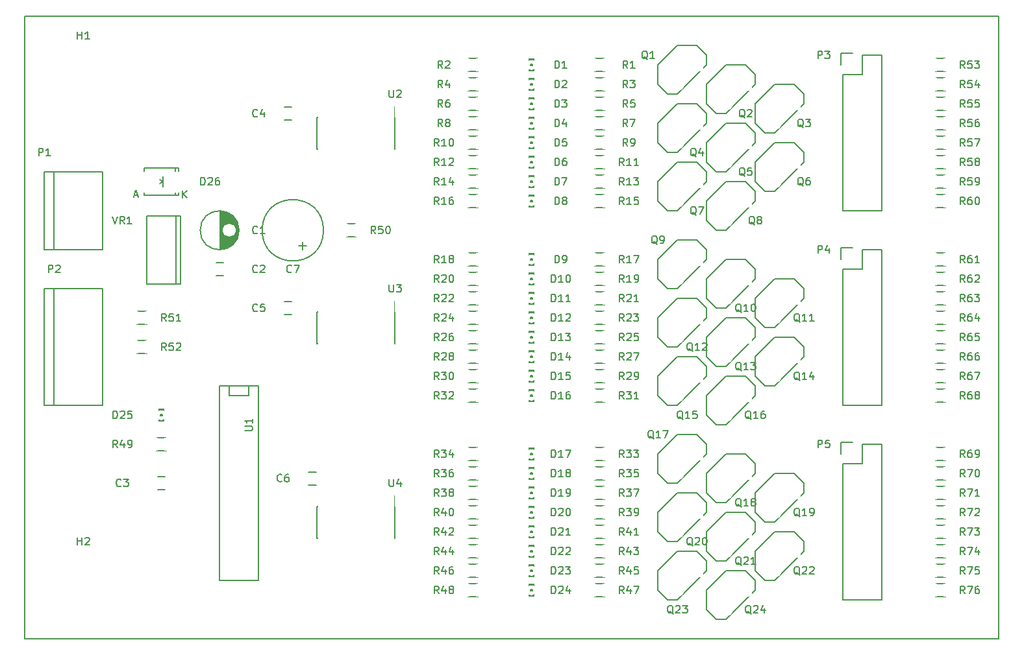
<source format=gto>
G04 #@! TF.FileFunction,Legend,Top*
%FSLAX46Y46*%
G04 Gerber Fmt 4.6, Leading zero omitted, Abs format (unit mm)*
G04 Created by KiCad (PCBNEW (2015-04-03 BZR 5572)-product) date Tuesday, April 07, 2015 'PMt' 09:07:44 PM*
%MOMM*%
G01*
G04 APERTURE LIST*
%ADD10C,0.100000*%
%ADD11C,0.150000*%
%ADD12R,1.700000X1.700000*%
%ADD13C,1.700000*%
%ADD14R,1.900000X1.650000*%
%ADD15C,1.901140*%
%ADD16R,1.997660X2.200860*%
%ADD17R,3.900120X2.200860*%
%ADD18R,2.940000X2.940000*%
%ADD19C,2.940000*%
%ADD20R,2.127200X2.127200*%
%ADD21O,2.127200X2.127200*%
%ADD22R,1.797000X1.797000*%
%ADD23C,1.797000*%
%ADD24R,1.900000X1.700000*%
%ADD25R,1.000000X1.900000*%
%ADD26C,2.178000*%
%ADD27R,2.178000X2.178000*%
G04 APERTURE END LIST*
D10*
D11*
X222250000Y-124460000D02*
X95250000Y-124460000D01*
X222250000Y-43180000D02*
X222250000Y-124460000D01*
X95250000Y-43180000D02*
X222250000Y-43180000D01*
X95250000Y-124460000D02*
X95250000Y-43180000D01*
X120705000Y-68621000D02*
X120705000Y-73619000D01*
X120845000Y-68629000D02*
X120845000Y-73611000D01*
X120985000Y-68645000D02*
X120985000Y-71025000D01*
X120985000Y-71215000D02*
X120985000Y-73595000D01*
X121125000Y-68669000D02*
X121125000Y-70630000D01*
X121125000Y-71610000D02*
X121125000Y-73571000D01*
X121265000Y-68702000D02*
X121265000Y-70463000D01*
X121265000Y-71777000D02*
X121265000Y-73538000D01*
X121405000Y-68743000D02*
X121405000Y-70356000D01*
X121405000Y-71884000D02*
X121405000Y-73497000D01*
X121545000Y-68793000D02*
X121545000Y-70285000D01*
X121545000Y-71955000D02*
X121545000Y-73447000D01*
X121685000Y-68854000D02*
X121685000Y-70241000D01*
X121685000Y-71999000D02*
X121685000Y-73386000D01*
X121825000Y-68924000D02*
X121825000Y-70222000D01*
X121825000Y-72018000D02*
X121825000Y-73316000D01*
X121965000Y-69006000D02*
X121965000Y-70224000D01*
X121965000Y-72016000D02*
X121965000Y-73234000D01*
X122105000Y-69101000D02*
X122105000Y-70249000D01*
X122105000Y-71991000D02*
X122105000Y-73139000D01*
X122245000Y-69212000D02*
X122245000Y-70297000D01*
X122245000Y-71943000D02*
X122245000Y-73028000D01*
X122385000Y-69340000D02*
X122385000Y-70375000D01*
X122385000Y-71865000D02*
X122385000Y-72900000D01*
X122525000Y-69489000D02*
X122525000Y-70492000D01*
X122525000Y-71748000D02*
X122525000Y-72751000D01*
X122665000Y-69668000D02*
X122665000Y-70680000D01*
X122665000Y-71560000D02*
X122665000Y-72572000D01*
X122805000Y-69887000D02*
X122805000Y-72353000D01*
X122945000Y-70176000D02*
X122945000Y-72064000D01*
X123085000Y-70648000D02*
X123085000Y-71592000D01*
X122780000Y-71120000D02*
G75*
G03X122780000Y-71120000I-900000J0D01*
G01*
X123167500Y-71120000D02*
G75*
G03X123167500Y-71120000I-2537500J0D01*
G01*
X121150000Y-75350000D02*
X120150000Y-75350000D01*
X120150000Y-77050000D02*
X121150000Y-77050000D01*
X113530000Y-103290000D02*
X112530000Y-103290000D01*
X112530000Y-104990000D02*
X113530000Y-104990000D01*
X130040000Y-55030000D02*
X129040000Y-55030000D01*
X129040000Y-56730000D02*
X130040000Y-56730000D01*
X130040000Y-80430000D02*
X129040000Y-80430000D01*
X129040000Y-82130000D02*
X130040000Y-82130000D01*
X133215000Y-102655000D02*
X132215000Y-102655000D01*
X132215000Y-104355000D02*
X133215000Y-104355000D01*
X131975860Y-73144380D02*
X130949700Y-73144380D01*
X131450080Y-73695560D02*
X131450080Y-72644000D01*
X134175500Y-71120000D02*
G75*
G03X134175500Y-71120000I-4000500J0D01*
G01*
X161190940Y-49629060D02*
X161389060Y-49629060D01*
X161389060Y-49629060D02*
X161389060Y-49430940D01*
X161190940Y-49430940D02*
X161389060Y-49430940D01*
X161190940Y-49629060D02*
X161190940Y-49430940D01*
X161739580Y-50228500D02*
X162087560Y-50228500D01*
X162087560Y-50228500D02*
X162087560Y-49979580D01*
X161739580Y-49979580D02*
X162087560Y-49979580D01*
X161739580Y-50228500D02*
X161739580Y-49979580D01*
X162087560Y-50228500D02*
X162189160Y-50228500D01*
X162189160Y-50228500D02*
X162189160Y-49032160D01*
X162087560Y-49032160D02*
X162189160Y-49032160D01*
X162087560Y-50228500D02*
X162087560Y-49032160D01*
X162087560Y-48981360D02*
X162189160Y-48981360D01*
X162189160Y-48981360D02*
X162189160Y-48831500D01*
X162087560Y-48831500D02*
X162189160Y-48831500D01*
X162087560Y-48981360D02*
X162087560Y-48831500D01*
X160390840Y-50228500D02*
X160492440Y-50228500D01*
X160492440Y-50228500D02*
X160492440Y-49032160D01*
X160390840Y-49032160D02*
X160492440Y-49032160D01*
X160390840Y-50228500D02*
X160390840Y-49032160D01*
X160390840Y-48981360D02*
X160492440Y-48981360D01*
X160492440Y-48981360D02*
X160492440Y-48831500D01*
X160390840Y-48831500D02*
X160492440Y-48831500D01*
X160390840Y-48981360D02*
X160390840Y-48831500D01*
X161739580Y-50228500D02*
X161889440Y-50228500D01*
X161889440Y-50228500D02*
X161889440Y-49979580D01*
X161739580Y-49979580D02*
X161889440Y-49979580D01*
X161739580Y-50228500D02*
X161739580Y-49979580D01*
X162839400Y-50279300D02*
X159740600Y-50279300D01*
X159740600Y-50279300D02*
X159740600Y-48780700D01*
X159740600Y-48780700D02*
X162839400Y-48780700D01*
X162839400Y-48780700D02*
X162839400Y-50279300D01*
X160742738Y-50029354D02*
G75*
G03X161838640Y-50027840I547262J499354D01*
G01*
X160741867Y-49031602D02*
G75*
G03X160741360Y-50027840I548133J-498398D01*
G01*
X161837262Y-49030646D02*
G75*
G03X160741360Y-49032160I-547262J-499354D01*
G01*
X161838133Y-50028398D02*
G75*
G03X161838640Y-49032160I-548133J498398D01*
G01*
X161190940Y-52169060D02*
X161389060Y-52169060D01*
X161389060Y-52169060D02*
X161389060Y-51970940D01*
X161190940Y-51970940D02*
X161389060Y-51970940D01*
X161190940Y-52169060D02*
X161190940Y-51970940D01*
X161739580Y-52768500D02*
X162087560Y-52768500D01*
X162087560Y-52768500D02*
X162087560Y-52519580D01*
X161739580Y-52519580D02*
X162087560Y-52519580D01*
X161739580Y-52768500D02*
X161739580Y-52519580D01*
X162087560Y-52768500D02*
X162189160Y-52768500D01*
X162189160Y-52768500D02*
X162189160Y-51572160D01*
X162087560Y-51572160D02*
X162189160Y-51572160D01*
X162087560Y-52768500D02*
X162087560Y-51572160D01*
X162087560Y-51521360D02*
X162189160Y-51521360D01*
X162189160Y-51521360D02*
X162189160Y-51371500D01*
X162087560Y-51371500D02*
X162189160Y-51371500D01*
X162087560Y-51521360D02*
X162087560Y-51371500D01*
X160390840Y-52768500D02*
X160492440Y-52768500D01*
X160492440Y-52768500D02*
X160492440Y-51572160D01*
X160390840Y-51572160D02*
X160492440Y-51572160D01*
X160390840Y-52768500D02*
X160390840Y-51572160D01*
X160390840Y-51521360D02*
X160492440Y-51521360D01*
X160492440Y-51521360D02*
X160492440Y-51371500D01*
X160390840Y-51371500D02*
X160492440Y-51371500D01*
X160390840Y-51521360D02*
X160390840Y-51371500D01*
X161739580Y-52768500D02*
X161889440Y-52768500D01*
X161889440Y-52768500D02*
X161889440Y-52519580D01*
X161739580Y-52519580D02*
X161889440Y-52519580D01*
X161739580Y-52768500D02*
X161739580Y-52519580D01*
X162839400Y-52819300D02*
X159740600Y-52819300D01*
X159740600Y-52819300D02*
X159740600Y-51320700D01*
X159740600Y-51320700D02*
X162839400Y-51320700D01*
X162839400Y-51320700D02*
X162839400Y-52819300D01*
X160742738Y-52569354D02*
G75*
G03X161838640Y-52567840I547262J499354D01*
G01*
X160741867Y-51571602D02*
G75*
G03X160741360Y-52567840I548133J-498398D01*
G01*
X161837262Y-51570646D02*
G75*
G03X160741360Y-51572160I-547262J-499354D01*
G01*
X161838133Y-52568398D02*
G75*
G03X161838640Y-51572160I-548133J498398D01*
G01*
X161190940Y-54709060D02*
X161389060Y-54709060D01*
X161389060Y-54709060D02*
X161389060Y-54510940D01*
X161190940Y-54510940D02*
X161389060Y-54510940D01*
X161190940Y-54709060D02*
X161190940Y-54510940D01*
X161739580Y-55308500D02*
X162087560Y-55308500D01*
X162087560Y-55308500D02*
X162087560Y-55059580D01*
X161739580Y-55059580D02*
X162087560Y-55059580D01*
X161739580Y-55308500D02*
X161739580Y-55059580D01*
X162087560Y-55308500D02*
X162189160Y-55308500D01*
X162189160Y-55308500D02*
X162189160Y-54112160D01*
X162087560Y-54112160D02*
X162189160Y-54112160D01*
X162087560Y-55308500D02*
X162087560Y-54112160D01*
X162087560Y-54061360D02*
X162189160Y-54061360D01*
X162189160Y-54061360D02*
X162189160Y-53911500D01*
X162087560Y-53911500D02*
X162189160Y-53911500D01*
X162087560Y-54061360D02*
X162087560Y-53911500D01*
X160390840Y-55308500D02*
X160492440Y-55308500D01*
X160492440Y-55308500D02*
X160492440Y-54112160D01*
X160390840Y-54112160D02*
X160492440Y-54112160D01*
X160390840Y-55308500D02*
X160390840Y-54112160D01*
X160390840Y-54061360D02*
X160492440Y-54061360D01*
X160492440Y-54061360D02*
X160492440Y-53911500D01*
X160390840Y-53911500D02*
X160492440Y-53911500D01*
X160390840Y-54061360D02*
X160390840Y-53911500D01*
X161739580Y-55308500D02*
X161889440Y-55308500D01*
X161889440Y-55308500D02*
X161889440Y-55059580D01*
X161739580Y-55059580D02*
X161889440Y-55059580D01*
X161739580Y-55308500D02*
X161739580Y-55059580D01*
X162839400Y-55359300D02*
X159740600Y-55359300D01*
X159740600Y-55359300D02*
X159740600Y-53860700D01*
X159740600Y-53860700D02*
X162839400Y-53860700D01*
X162839400Y-53860700D02*
X162839400Y-55359300D01*
X160742738Y-55109354D02*
G75*
G03X161838640Y-55107840I547262J499354D01*
G01*
X160741867Y-54111602D02*
G75*
G03X160741360Y-55107840I548133J-498398D01*
G01*
X161837262Y-54110646D02*
G75*
G03X160741360Y-54112160I-547262J-499354D01*
G01*
X161838133Y-55108398D02*
G75*
G03X161838640Y-54112160I-548133J498398D01*
G01*
X161190940Y-57249060D02*
X161389060Y-57249060D01*
X161389060Y-57249060D02*
X161389060Y-57050940D01*
X161190940Y-57050940D02*
X161389060Y-57050940D01*
X161190940Y-57249060D02*
X161190940Y-57050940D01*
X161739580Y-57848500D02*
X162087560Y-57848500D01*
X162087560Y-57848500D02*
X162087560Y-57599580D01*
X161739580Y-57599580D02*
X162087560Y-57599580D01*
X161739580Y-57848500D02*
X161739580Y-57599580D01*
X162087560Y-57848500D02*
X162189160Y-57848500D01*
X162189160Y-57848500D02*
X162189160Y-56652160D01*
X162087560Y-56652160D02*
X162189160Y-56652160D01*
X162087560Y-57848500D02*
X162087560Y-56652160D01*
X162087560Y-56601360D02*
X162189160Y-56601360D01*
X162189160Y-56601360D02*
X162189160Y-56451500D01*
X162087560Y-56451500D02*
X162189160Y-56451500D01*
X162087560Y-56601360D02*
X162087560Y-56451500D01*
X160390840Y-57848500D02*
X160492440Y-57848500D01*
X160492440Y-57848500D02*
X160492440Y-56652160D01*
X160390840Y-56652160D02*
X160492440Y-56652160D01*
X160390840Y-57848500D02*
X160390840Y-56652160D01*
X160390840Y-56601360D02*
X160492440Y-56601360D01*
X160492440Y-56601360D02*
X160492440Y-56451500D01*
X160390840Y-56451500D02*
X160492440Y-56451500D01*
X160390840Y-56601360D02*
X160390840Y-56451500D01*
X161739580Y-57848500D02*
X161889440Y-57848500D01*
X161889440Y-57848500D02*
X161889440Y-57599580D01*
X161739580Y-57599580D02*
X161889440Y-57599580D01*
X161739580Y-57848500D02*
X161739580Y-57599580D01*
X162839400Y-57899300D02*
X159740600Y-57899300D01*
X159740600Y-57899300D02*
X159740600Y-56400700D01*
X159740600Y-56400700D02*
X162839400Y-56400700D01*
X162839400Y-56400700D02*
X162839400Y-57899300D01*
X160742738Y-57649354D02*
G75*
G03X161838640Y-57647840I547262J499354D01*
G01*
X160741867Y-56651602D02*
G75*
G03X160741360Y-57647840I548133J-498398D01*
G01*
X161837262Y-56650646D02*
G75*
G03X160741360Y-56652160I-547262J-499354D01*
G01*
X161838133Y-57648398D02*
G75*
G03X161838640Y-56652160I-548133J498398D01*
G01*
X161190940Y-59789060D02*
X161389060Y-59789060D01*
X161389060Y-59789060D02*
X161389060Y-59590940D01*
X161190940Y-59590940D02*
X161389060Y-59590940D01*
X161190940Y-59789060D02*
X161190940Y-59590940D01*
X161739580Y-60388500D02*
X162087560Y-60388500D01*
X162087560Y-60388500D02*
X162087560Y-60139580D01*
X161739580Y-60139580D02*
X162087560Y-60139580D01*
X161739580Y-60388500D02*
X161739580Y-60139580D01*
X162087560Y-60388500D02*
X162189160Y-60388500D01*
X162189160Y-60388500D02*
X162189160Y-59192160D01*
X162087560Y-59192160D02*
X162189160Y-59192160D01*
X162087560Y-60388500D02*
X162087560Y-59192160D01*
X162087560Y-59141360D02*
X162189160Y-59141360D01*
X162189160Y-59141360D02*
X162189160Y-58991500D01*
X162087560Y-58991500D02*
X162189160Y-58991500D01*
X162087560Y-59141360D02*
X162087560Y-58991500D01*
X160390840Y-60388500D02*
X160492440Y-60388500D01*
X160492440Y-60388500D02*
X160492440Y-59192160D01*
X160390840Y-59192160D02*
X160492440Y-59192160D01*
X160390840Y-60388500D02*
X160390840Y-59192160D01*
X160390840Y-59141360D02*
X160492440Y-59141360D01*
X160492440Y-59141360D02*
X160492440Y-58991500D01*
X160390840Y-58991500D02*
X160492440Y-58991500D01*
X160390840Y-59141360D02*
X160390840Y-58991500D01*
X161739580Y-60388500D02*
X161889440Y-60388500D01*
X161889440Y-60388500D02*
X161889440Y-60139580D01*
X161739580Y-60139580D02*
X161889440Y-60139580D01*
X161739580Y-60388500D02*
X161739580Y-60139580D01*
X162839400Y-60439300D02*
X159740600Y-60439300D01*
X159740600Y-60439300D02*
X159740600Y-58940700D01*
X159740600Y-58940700D02*
X162839400Y-58940700D01*
X162839400Y-58940700D02*
X162839400Y-60439300D01*
X160742738Y-60189354D02*
G75*
G03X161838640Y-60187840I547262J499354D01*
G01*
X160741867Y-59191602D02*
G75*
G03X160741360Y-60187840I548133J-498398D01*
G01*
X161837262Y-59190646D02*
G75*
G03X160741360Y-59192160I-547262J-499354D01*
G01*
X161838133Y-60188398D02*
G75*
G03X161838640Y-59192160I-548133J498398D01*
G01*
X161190940Y-62329060D02*
X161389060Y-62329060D01*
X161389060Y-62329060D02*
X161389060Y-62130940D01*
X161190940Y-62130940D02*
X161389060Y-62130940D01*
X161190940Y-62329060D02*
X161190940Y-62130940D01*
X161739580Y-62928500D02*
X162087560Y-62928500D01*
X162087560Y-62928500D02*
X162087560Y-62679580D01*
X161739580Y-62679580D02*
X162087560Y-62679580D01*
X161739580Y-62928500D02*
X161739580Y-62679580D01*
X162087560Y-62928500D02*
X162189160Y-62928500D01*
X162189160Y-62928500D02*
X162189160Y-61732160D01*
X162087560Y-61732160D02*
X162189160Y-61732160D01*
X162087560Y-62928500D02*
X162087560Y-61732160D01*
X162087560Y-61681360D02*
X162189160Y-61681360D01*
X162189160Y-61681360D02*
X162189160Y-61531500D01*
X162087560Y-61531500D02*
X162189160Y-61531500D01*
X162087560Y-61681360D02*
X162087560Y-61531500D01*
X160390840Y-62928500D02*
X160492440Y-62928500D01*
X160492440Y-62928500D02*
X160492440Y-61732160D01*
X160390840Y-61732160D02*
X160492440Y-61732160D01*
X160390840Y-62928500D02*
X160390840Y-61732160D01*
X160390840Y-61681360D02*
X160492440Y-61681360D01*
X160492440Y-61681360D02*
X160492440Y-61531500D01*
X160390840Y-61531500D02*
X160492440Y-61531500D01*
X160390840Y-61681360D02*
X160390840Y-61531500D01*
X161739580Y-62928500D02*
X161889440Y-62928500D01*
X161889440Y-62928500D02*
X161889440Y-62679580D01*
X161739580Y-62679580D02*
X161889440Y-62679580D01*
X161739580Y-62928500D02*
X161739580Y-62679580D01*
X162839400Y-62979300D02*
X159740600Y-62979300D01*
X159740600Y-62979300D02*
X159740600Y-61480700D01*
X159740600Y-61480700D02*
X162839400Y-61480700D01*
X162839400Y-61480700D02*
X162839400Y-62979300D01*
X160742738Y-62729354D02*
G75*
G03X161838640Y-62727840I547262J499354D01*
G01*
X160741867Y-61731602D02*
G75*
G03X160741360Y-62727840I548133J-498398D01*
G01*
X161837262Y-61730646D02*
G75*
G03X160741360Y-61732160I-547262J-499354D01*
G01*
X161838133Y-62728398D02*
G75*
G03X161838640Y-61732160I-548133J498398D01*
G01*
X161190940Y-64869060D02*
X161389060Y-64869060D01*
X161389060Y-64869060D02*
X161389060Y-64670940D01*
X161190940Y-64670940D02*
X161389060Y-64670940D01*
X161190940Y-64869060D02*
X161190940Y-64670940D01*
X161739580Y-65468500D02*
X162087560Y-65468500D01*
X162087560Y-65468500D02*
X162087560Y-65219580D01*
X161739580Y-65219580D02*
X162087560Y-65219580D01*
X161739580Y-65468500D02*
X161739580Y-65219580D01*
X162087560Y-65468500D02*
X162189160Y-65468500D01*
X162189160Y-65468500D02*
X162189160Y-64272160D01*
X162087560Y-64272160D02*
X162189160Y-64272160D01*
X162087560Y-65468500D02*
X162087560Y-64272160D01*
X162087560Y-64221360D02*
X162189160Y-64221360D01*
X162189160Y-64221360D02*
X162189160Y-64071500D01*
X162087560Y-64071500D02*
X162189160Y-64071500D01*
X162087560Y-64221360D02*
X162087560Y-64071500D01*
X160390840Y-65468500D02*
X160492440Y-65468500D01*
X160492440Y-65468500D02*
X160492440Y-64272160D01*
X160390840Y-64272160D02*
X160492440Y-64272160D01*
X160390840Y-65468500D02*
X160390840Y-64272160D01*
X160390840Y-64221360D02*
X160492440Y-64221360D01*
X160492440Y-64221360D02*
X160492440Y-64071500D01*
X160390840Y-64071500D02*
X160492440Y-64071500D01*
X160390840Y-64221360D02*
X160390840Y-64071500D01*
X161739580Y-65468500D02*
X161889440Y-65468500D01*
X161889440Y-65468500D02*
X161889440Y-65219580D01*
X161739580Y-65219580D02*
X161889440Y-65219580D01*
X161739580Y-65468500D02*
X161739580Y-65219580D01*
X162839400Y-65519300D02*
X159740600Y-65519300D01*
X159740600Y-65519300D02*
X159740600Y-64020700D01*
X159740600Y-64020700D02*
X162839400Y-64020700D01*
X162839400Y-64020700D02*
X162839400Y-65519300D01*
X160742738Y-65269354D02*
G75*
G03X161838640Y-65267840I547262J499354D01*
G01*
X160741867Y-64271602D02*
G75*
G03X160741360Y-65267840I548133J-498398D01*
G01*
X161837262Y-64270646D02*
G75*
G03X160741360Y-64272160I-547262J-499354D01*
G01*
X161838133Y-65268398D02*
G75*
G03X161838640Y-64272160I-548133J498398D01*
G01*
X161190940Y-67409060D02*
X161389060Y-67409060D01*
X161389060Y-67409060D02*
X161389060Y-67210940D01*
X161190940Y-67210940D02*
X161389060Y-67210940D01*
X161190940Y-67409060D02*
X161190940Y-67210940D01*
X161739580Y-68008500D02*
X162087560Y-68008500D01*
X162087560Y-68008500D02*
X162087560Y-67759580D01*
X161739580Y-67759580D02*
X162087560Y-67759580D01*
X161739580Y-68008500D02*
X161739580Y-67759580D01*
X162087560Y-68008500D02*
X162189160Y-68008500D01*
X162189160Y-68008500D02*
X162189160Y-66812160D01*
X162087560Y-66812160D02*
X162189160Y-66812160D01*
X162087560Y-68008500D02*
X162087560Y-66812160D01*
X162087560Y-66761360D02*
X162189160Y-66761360D01*
X162189160Y-66761360D02*
X162189160Y-66611500D01*
X162087560Y-66611500D02*
X162189160Y-66611500D01*
X162087560Y-66761360D02*
X162087560Y-66611500D01*
X160390840Y-68008500D02*
X160492440Y-68008500D01*
X160492440Y-68008500D02*
X160492440Y-66812160D01*
X160390840Y-66812160D02*
X160492440Y-66812160D01*
X160390840Y-68008500D02*
X160390840Y-66812160D01*
X160390840Y-66761360D02*
X160492440Y-66761360D01*
X160492440Y-66761360D02*
X160492440Y-66611500D01*
X160390840Y-66611500D02*
X160492440Y-66611500D01*
X160390840Y-66761360D02*
X160390840Y-66611500D01*
X161739580Y-68008500D02*
X161889440Y-68008500D01*
X161889440Y-68008500D02*
X161889440Y-67759580D01*
X161739580Y-67759580D02*
X161889440Y-67759580D01*
X161739580Y-68008500D02*
X161739580Y-67759580D01*
X162839400Y-68059300D02*
X159740600Y-68059300D01*
X159740600Y-68059300D02*
X159740600Y-66560700D01*
X159740600Y-66560700D02*
X162839400Y-66560700D01*
X162839400Y-66560700D02*
X162839400Y-68059300D01*
X160742738Y-67809354D02*
G75*
G03X161838640Y-67807840I547262J499354D01*
G01*
X160741867Y-66811602D02*
G75*
G03X160741360Y-67807840I548133J-498398D01*
G01*
X161837262Y-66810646D02*
G75*
G03X160741360Y-66812160I-547262J-499354D01*
G01*
X161838133Y-67808398D02*
G75*
G03X161838640Y-66812160I-548133J498398D01*
G01*
X161190940Y-75029060D02*
X161389060Y-75029060D01*
X161389060Y-75029060D02*
X161389060Y-74830940D01*
X161190940Y-74830940D02*
X161389060Y-74830940D01*
X161190940Y-75029060D02*
X161190940Y-74830940D01*
X161739580Y-75628500D02*
X162087560Y-75628500D01*
X162087560Y-75628500D02*
X162087560Y-75379580D01*
X161739580Y-75379580D02*
X162087560Y-75379580D01*
X161739580Y-75628500D02*
X161739580Y-75379580D01*
X162087560Y-75628500D02*
X162189160Y-75628500D01*
X162189160Y-75628500D02*
X162189160Y-74432160D01*
X162087560Y-74432160D02*
X162189160Y-74432160D01*
X162087560Y-75628500D02*
X162087560Y-74432160D01*
X162087560Y-74381360D02*
X162189160Y-74381360D01*
X162189160Y-74381360D02*
X162189160Y-74231500D01*
X162087560Y-74231500D02*
X162189160Y-74231500D01*
X162087560Y-74381360D02*
X162087560Y-74231500D01*
X160390840Y-75628500D02*
X160492440Y-75628500D01*
X160492440Y-75628500D02*
X160492440Y-74432160D01*
X160390840Y-74432160D02*
X160492440Y-74432160D01*
X160390840Y-75628500D02*
X160390840Y-74432160D01*
X160390840Y-74381360D02*
X160492440Y-74381360D01*
X160492440Y-74381360D02*
X160492440Y-74231500D01*
X160390840Y-74231500D02*
X160492440Y-74231500D01*
X160390840Y-74381360D02*
X160390840Y-74231500D01*
X161739580Y-75628500D02*
X161889440Y-75628500D01*
X161889440Y-75628500D02*
X161889440Y-75379580D01*
X161739580Y-75379580D02*
X161889440Y-75379580D01*
X161739580Y-75628500D02*
X161739580Y-75379580D01*
X162839400Y-75679300D02*
X159740600Y-75679300D01*
X159740600Y-75679300D02*
X159740600Y-74180700D01*
X159740600Y-74180700D02*
X162839400Y-74180700D01*
X162839400Y-74180700D02*
X162839400Y-75679300D01*
X160742738Y-75429354D02*
G75*
G03X161838640Y-75427840I547262J499354D01*
G01*
X160741867Y-74431602D02*
G75*
G03X160741360Y-75427840I548133J-498398D01*
G01*
X161837262Y-74430646D02*
G75*
G03X160741360Y-74432160I-547262J-499354D01*
G01*
X161838133Y-75428398D02*
G75*
G03X161838640Y-74432160I-548133J498398D01*
G01*
X161190940Y-77569060D02*
X161389060Y-77569060D01*
X161389060Y-77569060D02*
X161389060Y-77370940D01*
X161190940Y-77370940D02*
X161389060Y-77370940D01*
X161190940Y-77569060D02*
X161190940Y-77370940D01*
X161739580Y-78168500D02*
X162087560Y-78168500D01*
X162087560Y-78168500D02*
X162087560Y-77919580D01*
X161739580Y-77919580D02*
X162087560Y-77919580D01*
X161739580Y-78168500D02*
X161739580Y-77919580D01*
X162087560Y-78168500D02*
X162189160Y-78168500D01*
X162189160Y-78168500D02*
X162189160Y-76972160D01*
X162087560Y-76972160D02*
X162189160Y-76972160D01*
X162087560Y-78168500D02*
X162087560Y-76972160D01*
X162087560Y-76921360D02*
X162189160Y-76921360D01*
X162189160Y-76921360D02*
X162189160Y-76771500D01*
X162087560Y-76771500D02*
X162189160Y-76771500D01*
X162087560Y-76921360D02*
X162087560Y-76771500D01*
X160390840Y-78168500D02*
X160492440Y-78168500D01*
X160492440Y-78168500D02*
X160492440Y-76972160D01*
X160390840Y-76972160D02*
X160492440Y-76972160D01*
X160390840Y-78168500D02*
X160390840Y-76972160D01*
X160390840Y-76921360D02*
X160492440Y-76921360D01*
X160492440Y-76921360D02*
X160492440Y-76771500D01*
X160390840Y-76771500D02*
X160492440Y-76771500D01*
X160390840Y-76921360D02*
X160390840Y-76771500D01*
X161739580Y-78168500D02*
X161889440Y-78168500D01*
X161889440Y-78168500D02*
X161889440Y-77919580D01*
X161739580Y-77919580D02*
X161889440Y-77919580D01*
X161739580Y-78168500D02*
X161739580Y-77919580D01*
X162839400Y-78219300D02*
X159740600Y-78219300D01*
X159740600Y-78219300D02*
X159740600Y-76720700D01*
X159740600Y-76720700D02*
X162839400Y-76720700D01*
X162839400Y-76720700D02*
X162839400Y-78219300D01*
X160742738Y-77969354D02*
G75*
G03X161838640Y-77967840I547262J499354D01*
G01*
X160741867Y-76971602D02*
G75*
G03X160741360Y-77967840I548133J-498398D01*
G01*
X161837262Y-76970646D02*
G75*
G03X160741360Y-76972160I-547262J-499354D01*
G01*
X161838133Y-77968398D02*
G75*
G03X161838640Y-76972160I-548133J498398D01*
G01*
X161190940Y-80109060D02*
X161389060Y-80109060D01*
X161389060Y-80109060D02*
X161389060Y-79910940D01*
X161190940Y-79910940D02*
X161389060Y-79910940D01*
X161190940Y-80109060D02*
X161190940Y-79910940D01*
X161739580Y-80708500D02*
X162087560Y-80708500D01*
X162087560Y-80708500D02*
X162087560Y-80459580D01*
X161739580Y-80459580D02*
X162087560Y-80459580D01*
X161739580Y-80708500D02*
X161739580Y-80459580D01*
X162087560Y-80708500D02*
X162189160Y-80708500D01*
X162189160Y-80708500D02*
X162189160Y-79512160D01*
X162087560Y-79512160D02*
X162189160Y-79512160D01*
X162087560Y-80708500D02*
X162087560Y-79512160D01*
X162087560Y-79461360D02*
X162189160Y-79461360D01*
X162189160Y-79461360D02*
X162189160Y-79311500D01*
X162087560Y-79311500D02*
X162189160Y-79311500D01*
X162087560Y-79461360D02*
X162087560Y-79311500D01*
X160390840Y-80708500D02*
X160492440Y-80708500D01*
X160492440Y-80708500D02*
X160492440Y-79512160D01*
X160390840Y-79512160D02*
X160492440Y-79512160D01*
X160390840Y-80708500D02*
X160390840Y-79512160D01*
X160390840Y-79461360D02*
X160492440Y-79461360D01*
X160492440Y-79461360D02*
X160492440Y-79311500D01*
X160390840Y-79311500D02*
X160492440Y-79311500D01*
X160390840Y-79461360D02*
X160390840Y-79311500D01*
X161739580Y-80708500D02*
X161889440Y-80708500D01*
X161889440Y-80708500D02*
X161889440Y-80459580D01*
X161739580Y-80459580D02*
X161889440Y-80459580D01*
X161739580Y-80708500D02*
X161739580Y-80459580D01*
X162839400Y-80759300D02*
X159740600Y-80759300D01*
X159740600Y-80759300D02*
X159740600Y-79260700D01*
X159740600Y-79260700D02*
X162839400Y-79260700D01*
X162839400Y-79260700D02*
X162839400Y-80759300D01*
X160742738Y-80509354D02*
G75*
G03X161838640Y-80507840I547262J499354D01*
G01*
X160741867Y-79511602D02*
G75*
G03X160741360Y-80507840I548133J-498398D01*
G01*
X161837262Y-79510646D02*
G75*
G03X160741360Y-79512160I-547262J-499354D01*
G01*
X161838133Y-80508398D02*
G75*
G03X161838640Y-79512160I-548133J498398D01*
G01*
X161190940Y-82649060D02*
X161389060Y-82649060D01*
X161389060Y-82649060D02*
X161389060Y-82450940D01*
X161190940Y-82450940D02*
X161389060Y-82450940D01*
X161190940Y-82649060D02*
X161190940Y-82450940D01*
X161739580Y-83248500D02*
X162087560Y-83248500D01*
X162087560Y-83248500D02*
X162087560Y-82999580D01*
X161739580Y-82999580D02*
X162087560Y-82999580D01*
X161739580Y-83248500D02*
X161739580Y-82999580D01*
X162087560Y-83248500D02*
X162189160Y-83248500D01*
X162189160Y-83248500D02*
X162189160Y-82052160D01*
X162087560Y-82052160D02*
X162189160Y-82052160D01*
X162087560Y-83248500D02*
X162087560Y-82052160D01*
X162087560Y-82001360D02*
X162189160Y-82001360D01*
X162189160Y-82001360D02*
X162189160Y-81851500D01*
X162087560Y-81851500D02*
X162189160Y-81851500D01*
X162087560Y-82001360D02*
X162087560Y-81851500D01*
X160390840Y-83248500D02*
X160492440Y-83248500D01*
X160492440Y-83248500D02*
X160492440Y-82052160D01*
X160390840Y-82052160D02*
X160492440Y-82052160D01*
X160390840Y-83248500D02*
X160390840Y-82052160D01*
X160390840Y-82001360D02*
X160492440Y-82001360D01*
X160492440Y-82001360D02*
X160492440Y-81851500D01*
X160390840Y-81851500D02*
X160492440Y-81851500D01*
X160390840Y-82001360D02*
X160390840Y-81851500D01*
X161739580Y-83248500D02*
X161889440Y-83248500D01*
X161889440Y-83248500D02*
X161889440Y-82999580D01*
X161739580Y-82999580D02*
X161889440Y-82999580D01*
X161739580Y-83248500D02*
X161739580Y-82999580D01*
X162839400Y-83299300D02*
X159740600Y-83299300D01*
X159740600Y-83299300D02*
X159740600Y-81800700D01*
X159740600Y-81800700D02*
X162839400Y-81800700D01*
X162839400Y-81800700D02*
X162839400Y-83299300D01*
X160742738Y-83049354D02*
G75*
G03X161838640Y-83047840I547262J499354D01*
G01*
X160741867Y-82051602D02*
G75*
G03X160741360Y-83047840I548133J-498398D01*
G01*
X161837262Y-82050646D02*
G75*
G03X160741360Y-82052160I-547262J-499354D01*
G01*
X161838133Y-83048398D02*
G75*
G03X161838640Y-82052160I-548133J498398D01*
G01*
X161190940Y-85189060D02*
X161389060Y-85189060D01*
X161389060Y-85189060D02*
X161389060Y-84990940D01*
X161190940Y-84990940D02*
X161389060Y-84990940D01*
X161190940Y-85189060D02*
X161190940Y-84990940D01*
X161739580Y-85788500D02*
X162087560Y-85788500D01*
X162087560Y-85788500D02*
X162087560Y-85539580D01*
X161739580Y-85539580D02*
X162087560Y-85539580D01*
X161739580Y-85788500D02*
X161739580Y-85539580D01*
X162087560Y-85788500D02*
X162189160Y-85788500D01*
X162189160Y-85788500D02*
X162189160Y-84592160D01*
X162087560Y-84592160D02*
X162189160Y-84592160D01*
X162087560Y-85788500D02*
X162087560Y-84592160D01*
X162087560Y-84541360D02*
X162189160Y-84541360D01*
X162189160Y-84541360D02*
X162189160Y-84391500D01*
X162087560Y-84391500D02*
X162189160Y-84391500D01*
X162087560Y-84541360D02*
X162087560Y-84391500D01*
X160390840Y-85788500D02*
X160492440Y-85788500D01*
X160492440Y-85788500D02*
X160492440Y-84592160D01*
X160390840Y-84592160D02*
X160492440Y-84592160D01*
X160390840Y-85788500D02*
X160390840Y-84592160D01*
X160390840Y-84541360D02*
X160492440Y-84541360D01*
X160492440Y-84541360D02*
X160492440Y-84391500D01*
X160390840Y-84391500D02*
X160492440Y-84391500D01*
X160390840Y-84541360D02*
X160390840Y-84391500D01*
X161739580Y-85788500D02*
X161889440Y-85788500D01*
X161889440Y-85788500D02*
X161889440Y-85539580D01*
X161739580Y-85539580D02*
X161889440Y-85539580D01*
X161739580Y-85788500D02*
X161739580Y-85539580D01*
X162839400Y-85839300D02*
X159740600Y-85839300D01*
X159740600Y-85839300D02*
X159740600Y-84340700D01*
X159740600Y-84340700D02*
X162839400Y-84340700D01*
X162839400Y-84340700D02*
X162839400Y-85839300D01*
X160742738Y-85589354D02*
G75*
G03X161838640Y-85587840I547262J499354D01*
G01*
X160741867Y-84591602D02*
G75*
G03X160741360Y-85587840I548133J-498398D01*
G01*
X161837262Y-84590646D02*
G75*
G03X160741360Y-84592160I-547262J-499354D01*
G01*
X161838133Y-85588398D02*
G75*
G03X161838640Y-84592160I-548133J498398D01*
G01*
X161190940Y-87729060D02*
X161389060Y-87729060D01*
X161389060Y-87729060D02*
X161389060Y-87530940D01*
X161190940Y-87530940D02*
X161389060Y-87530940D01*
X161190940Y-87729060D02*
X161190940Y-87530940D01*
X161739580Y-88328500D02*
X162087560Y-88328500D01*
X162087560Y-88328500D02*
X162087560Y-88079580D01*
X161739580Y-88079580D02*
X162087560Y-88079580D01*
X161739580Y-88328500D02*
X161739580Y-88079580D01*
X162087560Y-88328500D02*
X162189160Y-88328500D01*
X162189160Y-88328500D02*
X162189160Y-87132160D01*
X162087560Y-87132160D02*
X162189160Y-87132160D01*
X162087560Y-88328500D02*
X162087560Y-87132160D01*
X162087560Y-87081360D02*
X162189160Y-87081360D01*
X162189160Y-87081360D02*
X162189160Y-86931500D01*
X162087560Y-86931500D02*
X162189160Y-86931500D01*
X162087560Y-87081360D02*
X162087560Y-86931500D01*
X160390840Y-88328500D02*
X160492440Y-88328500D01*
X160492440Y-88328500D02*
X160492440Y-87132160D01*
X160390840Y-87132160D02*
X160492440Y-87132160D01*
X160390840Y-88328500D02*
X160390840Y-87132160D01*
X160390840Y-87081360D02*
X160492440Y-87081360D01*
X160492440Y-87081360D02*
X160492440Y-86931500D01*
X160390840Y-86931500D02*
X160492440Y-86931500D01*
X160390840Y-87081360D02*
X160390840Y-86931500D01*
X161739580Y-88328500D02*
X161889440Y-88328500D01*
X161889440Y-88328500D02*
X161889440Y-88079580D01*
X161739580Y-88079580D02*
X161889440Y-88079580D01*
X161739580Y-88328500D02*
X161739580Y-88079580D01*
X162839400Y-88379300D02*
X159740600Y-88379300D01*
X159740600Y-88379300D02*
X159740600Y-86880700D01*
X159740600Y-86880700D02*
X162839400Y-86880700D01*
X162839400Y-86880700D02*
X162839400Y-88379300D01*
X160742738Y-88129354D02*
G75*
G03X161838640Y-88127840I547262J499354D01*
G01*
X160741867Y-87131602D02*
G75*
G03X160741360Y-88127840I548133J-498398D01*
G01*
X161837262Y-87130646D02*
G75*
G03X160741360Y-87132160I-547262J-499354D01*
G01*
X161838133Y-88128398D02*
G75*
G03X161838640Y-87132160I-548133J498398D01*
G01*
X161190940Y-90269060D02*
X161389060Y-90269060D01*
X161389060Y-90269060D02*
X161389060Y-90070940D01*
X161190940Y-90070940D02*
X161389060Y-90070940D01*
X161190940Y-90269060D02*
X161190940Y-90070940D01*
X161739580Y-90868500D02*
X162087560Y-90868500D01*
X162087560Y-90868500D02*
X162087560Y-90619580D01*
X161739580Y-90619580D02*
X162087560Y-90619580D01*
X161739580Y-90868500D02*
X161739580Y-90619580D01*
X162087560Y-90868500D02*
X162189160Y-90868500D01*
X162189160Y-90868500D02*
X162189160Y-89672160D01*
X162087560Y-89672160D02*
X162189160Y-89672160D01*
X162087560Y-90868500D02*
X162087560Y-89672160D01*
X162087560Y-89621360D02*
X162189160Y-89621360D01*
X162189160Y-89621360D02*
X162189160Y-89471500D01*
X162087560Y-89471500D02*
X162189160Y-89471500D01*
X162087560Y-89621360D02*
X162087560Y-89471500D01*
X160390840Y-90868500D02*
X160492440Y-90868500D01*
X160492440Y-90868500D02*
X160492440Y-89672160D01*
X160390840Y-89672160D02*
X160492440Y-89672160D01*
X160390840Y-90868500D02*
X160390840Y-89672160D01*
X160390840Y-89621360D02*
X160492440Y-89621360D01*
X160492440Y-89621360D02*
X160492440Y-89471500D01*
X160390840Y-89471500D02*
X160492440Y-89471500D01*
X160390840Y-89621360D02*
X160390840Y-89471500D01*
X161739580Y-90868500D02*
X161889440Y-90868500D01*
X161889440Y-90868500D02*
X161889440Y-90619580D01*
X161739580Y-90619580D02*
X161889440Y-90619580D01*
X161739580Y-90868500D02*
X161739580Y-90619580D01*
X162839400Y-90919300D02*
X159740600Y-90919300D01*
X159740600Y-90919300D02*
X159740600Y-89420700D01*
X159740600Y-89420700D02*
X162839400Y-89420700D01*
X162839400Y-89420700D02*
X162839400Y-90919300D01*
X160742738Y-90669354D02*
G75*
G03X161838640Y-90667840I547262J499354D01*
G01*
X160741867Y-89671602D02*
G75*
G03X160741360Y-90667840I548133J-498398D01*
G01*
X161837262Y-89670646D02*
G75*
G03X160741360Y-89672160I-547262J-499354D01*
G01*
X161838133Y-90668398D02*
G75*
G03X161838640Y-89672160I-548133J498398D01*
G01*
X161190940Y-92809060D02*
X161389060Y-92809060D01*
X161389060Y-92809060D02*
X161389060Y-92610940D01*
X161190940Y-92610940D02*
X161389060Y-92610940D01*
X161190940Y-92809060D02*
X161190940Y-92610940D01*
X161739580Y-93408500D02*
X162087560Y-93408500D01*
X162087560Y-93408500D02*
X162087560Y-93159580D01*
X161739580Y-93159580D02*
X162087560Y-93159580D01*
X161739580Y-93408500D02*
X161739580Y-93159580D01*
X162087560Y-93408500D02*
X162189160Y-93408500D01*
X162189160Y-93408500D02*
X162189160Y-92212160D01*
X162087560Y-92212160D02*
X162189160Y-92212160D01*
X162087560Y-93408500D02*
X162087560Y-92212160D01*
X162087560Y-92161360D02*
X162189160Y-92161360D01*
X162189160Y-92161360D02*
X162189160Y-92011500D01*
X162087560Y-92011500D02*
X162189160Y-92011500D01*
X162087560Y-92161360D02*
X162087560Y-92011500D01*
X160390840Y-93408500D02*
X160492440Y-93408500D01*
X160492440Y-93408500D02*
X160492440Y-92212160D01*
X160390840Y-92212160D02*
X160492440Y-92212160D01*
X160390840Y-93408500D02*
X160390840Y-92212160D01*
X160390840Y-92161360D02*
X160492440Y-92161360D01*
X160492440Y-92161360D02*
X160492440Y-92011500D01*
X160390840Y-92011500D02*
X160492440Y-92011500D01*
X160390840Y-92161360D02*
X160390840Y-92011500D01*
X161739580Y-93408500D02*
X161889440Y-93408500D01*
X161889440Y-93408500D02*
X161889440Y-93159580D01*
X161739580Y-93159580D02*
X161889440Y-93159580D01*
X161739580Y-93408500D02*
X161739580Y-93159580D01*
X162839400Y-93459300D02*
X159740600Y-93459300D01*
X159740600Y-93459300D02*
X159740600Y-91960700D01*
X159740600Y-91960700D02*
X162839400Y-91960700D01*
X162839400Y-91960700D02*
X162839400Y-93459300D01*
X160742738Y-93209354D02*
G75*
G03X161838640Y-93207840I547262J499354D01*
G01*
X160741867Y-92211602D02*
G75*
G03X160741360Y-93207840I548133J-498398D01*
G01*
X161837262Y-92210646D02*
G75*
G03X160741360Y-92212160I-547262J-499354D01*
G01*
X161838133Y-93208398D02*
G75*
G03X161838640Y-92212160I-548133J498398D01*
G01*
X161190940Y-100429060D02*
X161389060Y-100429060D01*
X161389060Y-100429060D02*
X161389060Y-100230940D01*
X161190940Y-100230940D02*
X161389060Y-100230940D01*
X161190940Y-100429060D02*
X161190940Y-100230940D01*
X161739580Y-101028500D02*
X162087560Y-101028500D01*
X162087560Y-101028500D02*
X162087560Y-100779580D01*
X161739580Y-100779580D02*
X162087560Y-100779580D01*
X161739580Y-101028500D02*
X161739580Y-100779580D01*
X162087560Y-101028500D02*
X162189160Y-101028500D01*
X162189160Y-101028500D02*
X162189160Y-99832160D01*
X162087560Y-99832160D02*
X162189160Y-99832160D01*
X162087560Y-101028500D02*
X162087560Y-99832160D01*
X162087560Y-99781360D02*
X162189160Y-99781360D01*
X162189160Y-99781360D02*
X162189160Y-99631500D01*
X162087560Y-99631500D02*
X162189160Y-99631500D01*
X162087560Y-99781360D02*
X162087560Y-99631500D01*
X160390840Y-101028500D02*
X160492440Y-101028500D01*
X160492440Y-101028500D02*
X160492440Y-99832160D01*
X160390840Y-99832160D02*
X160492440Y-99832160D01*
X160390840Y-101028500D02*
X160390840Y-99832160D01*
X160390840Y-99781360D02*
X160492440Y-99781360D01*
X160492440Y-99781360D02*
X160492440Y-99631500D01*
X160390840Y-99631500D02*
X160492440Y-99631500D01*
X160390840Y-99781360D02*
X160390840Y-99631500D01*
X161739580Y-101028500D02*
X161889440Y-101028500D01*
X161889440Y-101028500D02*
X161889440Y-100779580D01*
X161739580Y-100779580D02*
X161889440Y-100779580D01*
X161739580Y-101028500D02*
X161739580Y-100779580D01*
X162839400Y-101079300D02*
X159740600Y-101079300D01*
X159740600Y-101079300D02*
X159740600Y-99580700D01*
X159740600Y-99580700D02*
X162839400Y-99580700D01*
X162839400Y-99580700D02*
X162839400Y-101079300D01*
X160742738Y-100829354D02*
G75*
G03X161838640Y-100827840I547262J499354D01*
G01*
X160741867Y-99831602D02*
G75*
G03X160741360Y-100827840I548133J-498398D01*
G01*
X161837262Y-99830646D02*
G75*
G03X160741360Y-99832160I-547262J-499354D01*
G01*
X161838133Y-100828398D02*
G75*
G03X161838640Y-99832160I-548133J498398D01*
G01*
X161190940Y-102969060D02*
X161389060Y-102969060D01*
X161389060Y-102969060D02*
X161389060Y-102770940D01*
X161190940Y-102770940D02*
X161389060Y-102770940D01*
X161190940Y-102969060D02*
X161190940Y-102770940D01*
X161739580Y-103568500D02*
X162087560Y-103568500D01*
X162087560Y-103568500D02*
X162087560Y-103319580D01*
X161739580Y-103319580D02*
X162087560Y-103319580D01*
X161739580Y-103568500D02*
X161739580Y-103319580D01*
X162087560Y-103568500D02*
X162189160Y-103568500D01*
X162189160Y-103568500D02*
X162189160Y-102372160D01*
X162087560Y-102372160D02*
X162189160Y-102372160D01*
X162087560Y-103568500D02*
X162087560Y-102372160D01*
X162087560Y-102321360D02*
X162189160Y-102321360D01*
X162189160Y-102321360D02*
X162189160Y-102171500D01*
X162087560Y-102171500D02*
X162189160Y-102171500D01*
X162087560Y-102321360D02*
X162087560Y-102171500D01*
X160390840Y-103568500D02*
X160492440Y-103568500D01*
X160492440Y-103568500D02*
X160492440Y-102372160D01*
X160390840Y-102372160D02*
X160492440Y-102372160D01*
X160390840Y-103568500D02*
X160390840Y-102372160D01*
X160390840Y-102321360D02*
X160492440Y-102321360D01*
X160492440Y-102321360D02*
X160492440Y-102171500D01*
X160390840Y-102171500D02*
X160492440Y-102171500D01*
X160390840Y-102321360D02*
X160390840Y-102171500D01*
X161739580Y-103568500D02*
X161889440Y-103568500D01*
X161889440Y-103568500D02*
X161889440Y-103319580D01*
X161739580Y-103319580D02*
X161889440Y-103319580D01*
X161739580Y-103568500D02*
X161739580Y-103319580D01*
X162839400Y-103619300D02*
X159740600Y-103619300D01*
X159740600Y-103619300D02*
X159740600Y-102120700D01*
X159740600Y-102120700D02*
X162839400Y-102120700D01*
X162839400Y-102120700D02*
X162839400Y-103619300D01*
X160742738Y-103369354D02*
G75*
G03X161838640Y-103367840I547262J499354D01*
G01*
X160741867Y-102371602D02*
G75*
G03X160741360Y-103367840I548133J-498398D01*
G01*
X161837262Y-102370646D02*
G75*
G03X160741360Y-102372160I-547262J-499354D01*
G01*
X161838133Y-103368398D02*
G75*
G03X161838640Y-102372160I-548133J498398D01*
G01*
X161190940Y-105509060D02*
X161389060Y-105509060D01*
X161389060Y-105509060D02*
X161389060Y-105310940D01*
X161190940Y-105310940D02*
X161389060Y-105310940D01*
X161190940Y-105509060D02*
X161190940Y-105310940D01*
X161739580Y-106108500D02*
X162087560Y-106108500D01*
X162087560Y-106108500D02*
X162087560Y-105859580D01*
X161739580Y-105859580D02*
X162087560Y-105859580D01*
X161739580Y-106108500D02*
X161739580Y-105859580D01*
X162087560Y-106108500D02*
X162189160Y-106108500D01*
X162189160Y-106108500D02*
X162189160Y-104912160D01*
X162087560Y-104912160D02*
X162189160Y-104912160D01*
X162087560Y-106108500D02*
X162087560Y-104912160D01*
X162087560Y-104861360D02*
X162189160Y-104861360D01*
X162189160Y-104861360D02*
X162189160Y-104711500D01*
X162087560Y-104711500D02*
X162189160Y-104711500D01*
X162087560Y-104861360D02*
X162087560Y-104711500D01*
X160390840Y-106108500D02*
X160492440Y-106108500D01*
X160492440Y-106108500D02*
X160492440Y-104912160D01*
X160390840Y-104912160D02*
X160492440Y-104912160D01*
X160390840Y-106108500D02*
X160390840Y-104912160D01*
X160390840Y-104861360D02*
X160492440Y-104861360D01*
X160492440Y-104861360D02*
X160492440Y-104711500D01*
X160390840Y-104711500D02*
X160492440Y-104711500D01*
X160390840Y-104861360D02*
X160390840Y-104711500D01*
X161739580Y-106108500D02*
X161889440Y-106108500D01*
X161889440Y-106108500D02*
X161889440Y-105859580D01*
X161739580Y-105859580D02*
X161889440Y-105859580D01*
X161739580Y-106108500D02*
X161739580Y-105859580D01*
X162839400Y-106159300D02*
X159740600Y-106159300D01*
X159740600Y-106159300D02*
X159740600Y-104660700D01*
X159740600Y-104660700D02*
X162839400Y-104660700D01*
X162839400Y-104660700D02*
X162839400Y-106159300D01*
X160742738Y-105909354D02*
G75*
G03X161838640Y-105907840I547262J499354D01*
G01*
X160741867Y-104911602D02*
G75*
G03X160741360Y-105907840I548133J-498398D01*
G01*
X161837262Y-104910646D02*
G75*
G03X160741360Y-104912160I-547262J-499354D01*
G01*
X161838133Y-105908398D02*
G75*
G03X161838640Y-104912160I-548133J498398D01*
G01*
X161190940Y-108049060D02*
X161389060Y-108049060D01*
X161389060Y-108049060D02*
X161389060Y-107850940D01*
X161190940Y-107850940D02*
X161389060Y-107850940D01*
X161190940Y-108049060D02*
X161190940Y-107850940D01*
X161739580Y-108648500D02*
X162087560Y-108648500D01*
X162087560Y-108648500D02*
X162087560Y-108399580D01*
X161739580Y-108399580D02*
X162087560Y-108399580D01*
X161739580Y-108648500D02*
X161739580Y-108399580D01*
X162087560Y-108648500D02*
X162189160Y-108648500D01*
X162189160Y-108648500D02*
X162189160Y-107452160D01*
X162087560Y-107452160D02*
X162189160Y-107452160D01*
X162087560Y-108648500D02*
X162087560Y-107452160D01*
X162087560Y-107401360D02*
X162189160Y-107401360D01*
X162189160Y-107401360D02*
X162189160Y-107251500D01*
X162087560Y-107251500D02*
X162189160Y-107251500D01*
X162087560Y-107401360D02*
X162087560Y-107251500D01*
X160390840Y-108648500D02*
X160492440Y-108648500D01*
X160492440Y-108648500D02*
X160492440Y-107452160D01*
X160390840Y-107452160D02*
X160492440Y-107452160D01*
X160390840Y-108648500D02*
X160390840Y-107452160D01*
X160390840Y-107401360D02*
X160492440Y-107401360D01*
X160492440Y-107401360D02*
X160492440Y-107251500D01*
X160390840Y-107251500D02*
X160492440Y-107251500D01*
X160390840Y-107401360D02*
X160390840Y-107251500D01*
X161739580Y-108648500D02*
X161889440Y-108648500D01*
X161889440Y-108648500D02*
X161889440Y-108399580D01*
X161739580Y-108399580D02*
X161889440Y-108399580D01*
X161739580Y-108648500D02*
X161739580Y-108399580D01*
X162839400Y-108699300D02*
X159740600Y-108699300D01*
X159740600Y-108699300D02*
X159740600Y-107200700D01*
X159740600Y-107200700D02*
X162839400Y-107200700D01*
X162839400Y-107200700D02*
X162839400Y-108699300D01*
X160742738Y-108449354D02*
G75*
G03X161838640Y-108447840I547262J499354D01*
G01*
X160741867Y-107451602D02*
G75*
G03X160741360Y-108447840I548133J-498398D01*
G01*
X161837262Y-107450646D02*
G75*
G03X160741360Y-107452160I-547262J-499354D01*
G01*
X161838133Y-108448398D02*
G75*
G03X161838640Y-107452160I-548133J498398D01*
G01*
X161190940Y-110589060D02*
X161389060Y-110589060D01*
X161389060Y-110589060D02*
X161389060Y-110390940D01*
X161190940Y-110390940D02*
X161389060Y-110390940D01*
X161190940Y-110589060D02*
X161190940Y-110390940D01*
X161739580Y-111188500D02*
X162087560Y-111188500D01*
X162087560Y-111188500D02*
X162087560Y-110939580D01*
X161739580Y-110939580D02*
X162087560Y-110939580D01*
X161739580Y-111188500D02*
X161739580Y-110939580D01*
X162087560Y-111188500D02*
X162189160Y-111188500D01*
X162189160Y-111188500D02*
X162189160Y-109992160D01*
X162087560Y-109992160D02*
X162189160Y-109992160D01*
X162087560Y-111188500D02*
X162087560Y-109992160D01*
X162087560Y-109941360D02*
X162189160Y-109941360D01*
X162189160Y-109941360D02*
X162189160Y-109791500D01*
X162087560Y-109791500D02*
X162189160Y-109791500D01*
X162087560Y-109941360D02*
X162087560Y-109791500D01*
X160390840Y-111188500D02*
X160492440Y-111188500D01*
X160492440Y-111188500D02*
X160492440Y-109992160D01*
X160390840Y-109992160D02*
X160492440Y-109992160D01*
X160390840Y-111188500D02*
X160390840Y-109992160D01*
X160390840Y-109941360D02*
X160492440Y-109941360D01*
X160492440Y-109941360D02*
X160492440Y-109791500D01*
X160390840Y-109791500D02*
X160492440Y-109791500D01*
X160390840Y-109941360D02*
X160390840Y-109791500D01*
X161739580Y-111188500D02*
X161889440Y-111188500D01*
X161889440Y-111188500D02*
X161889440Y-110939580D01*
X161739580Y-110939580D02*
X161889440Y-110939580D01*
X161739580Y-111188500D02*
X161739580Y-110939580D01*
X162839400Y-111239300D02*
X159740600Y-111239300D01*
X159740600Y-111239300D02*
X159740600Y-109740700D01*
X159740600Y-109740700D02*
X162839400Y-109740700D01*
X162839400Y-109740700D02*
X162839400Y-111239300D01*
X160742738Y-110989354D02*
G75*
G03X161838640Y-110987840I547262J499354D01*
G01*
X160741867Y-109991602D02*
G75*
G03X160741360Y-110987840I548133J-498398D01*
G01*
X161837262Y-109990646D02*
G75*
G03X160741360Y-109992160I-547262J-499354D01*
G01*
X161838133Y-110988398D02*
G75*
G03X161838640Y-109992160I-548133J498398D01*
G01*
X161190940Y-113129060D02*
X161389060Y-113129060D01*
X161389060Y-113129060D02*
X161389060Y-112930940D01*
X161190940Y-112930940D02*
X161389060Y-112930940D01*
X161190940Y-113129060D02*
X161190940Y-112930940D01*
X161739580Y-113728500D02*
X162087560Y-113728500D01*
X162087560Y-113728500D02*
X162087560Y-113479580D01*
X161739580Y-113479580D02*
X162087560Y-113479580D01*
X161739580Y-113728500D02*
X161739580Y-113479580D01*
X162087560Y-113728500D02*
X162189160Y-113728500D01*
X162189160Y-113728500D02*
X162189160Y-112532160D01*
X162087560Y-112532160D02*
X162189160Y-112532160D01*
X162087560Y-113728500D02*
X162087560Y-112532160D01*
X162087560Y-112481360D02*
X162189160Y-112481360D01*
X162189160Y-112481360D02*
X162189160Y-112331500D01*
X162087560Y-112331500D02*
X162189160Y-112331500D01*
X162087560Y-112481360D02*
X162087560Y-112331500D01*
X160390840Y-113728500D02*
X160492440Y-113728500D01*
X160492440Y-113728500D02*
X160492440Y-112532160D01*
X160390840Y-112532160D02*
X160492440Y-112532160D01*
X160390840Y-113728500D02*
X160390840Y-112532160D01*
X160390840Y-112481360D02*
X160492440Y-112481360D01*
X160492440Y-112481360D02*
X160492440Y-112331500D01*
X160390840Y-112331500D02*
X160492440Y-112331500D01*
X160390840Y-112481360D02*
X160390840Y-112331500D01*
X161739580Y-113728500D02*
X161889440Y-113728500D01*
X161889440Y-113728500D02*
X161889440Y-113479580D01*
X161739580Y-113479580D02*
X161889440Y-113479580D01*
X161739580Y-113728500D02*
X161739580Y-113479580D01*
X162839400Y-113779300D02*
X159740600Y-113779300D01*
X159740600Y-113779300D02*
X159740600Y-112280700D01*
X159740600Y-112280700D02*
X162839400Y-112280700D01*
X162839400Y-112280700D02*
X162839400Y-113779300D01*
X160742738Y-113529354D02*
G75*
G03X161838640Y-113527840I547262J499354D01*
G01*
X160741867Y-112531602D02*
G75*
G03X160741360Y-113527840I548133J-498398D01*
G01*
X161837262Y-112530646D02*
G75*
G03X160741360Y-112532160I-547262J-499354D01*
G01*
X161838133Y-113528398D02*
G75*
G03X161838640Y-112532160I-548133J498398D01*
G01*
X161190940Y-115669060D02*
X161389060Y-115669060D01*
X161389060Y-115669060D02*
X161389060Y-115470940D01*
X161190940Y-115470940D02*
X161389060Y-115470940D01*
X161190940Y-115669060D02*
X161190940Y-115470940D01*
X161739580Y-116268500D02*
X162087560Y-116268500D01*
X162087560Y-116268500D02*
X162087560Y-116019580D01*
X161739580Y-116019580D02*
X162087560Y-116019580D01*
X161739580Y-116268500D02*
X161739580Y-116019580D01*
X162087560Y-116268500D02*
X162189160Y-116268500D01*
X162189160Y-116268500D02*
X162189160Y-115072160D01*
X162087560Y-115072160D02*
X162189160Y-115072160D01*
X162087560Y-116268500D02*
X162087560Y-115072160D01*
X162087560Y-115021360D02*
X162189160Y-115021360D01*
X162189160Y-115021360D02*
X162189160Y-114871500D01*
X162087560Y-114871500D02*
X162189160Y-114871500D01*
X162087560Y-115021360D02*
X162087560Y-114871500D01*
X160390840Y-116268500D02*
X160492440Y-116268500D01*
X160492440Y-116268500D02*
X160492440Y-115072160D01*
X160390840Y-115072160D02*
X160492440Y-115072160D01*
X160390840Y-116268500D02*
X160390840Y-115072160D01*
X160390840Y-115021360D02*
X160492440Y-115021360D01*
X160492440Y-115021360D02*
X160492440Y-114871500D01*
X160390840Y-114871500D02*
X160492440Y-114871500D01*
X160390840Y-115021360D02*
X160390840Y-114871500D01*
X161739580Y-116268500D02*
X161889440Y-116268500D01*
X161889440Y-116268500D02*
X161889440Y-116019580D01*
X161739580Y-116019580D02*
X161889440Y-116019580D01*
X161739580Y-116268500D02*
X161739580Y-116019580D01*
X162839400Y-116319300D02*
X159740600Y-116319300D01*
X159740600Y-116319300D02*
X159740600Y-114820700D01*
X159740600Y-114820700D02*
X162839400Y-114820700D01*
X162839400Y-114820700D02*
X162839400Y-116319300D01*
X160742738Y-116069354D02*
G75*
G03X161838640Y-116067840I547262J499354D01*
G01*
X160741867Y-115071602D02*
G75*
G03X160741360Y-116067840I548133J-498398D01*
G01*
X161837262Y-115070646D02*
G75*
G03X160741360Y-115072160I-547262J-499354D01*
G01*
X161838133Y-116068398D02*
G75*
G03X161838640Y-115072160I-548133J498398D01*
G01*
X161190940Y-118209060D02*
X161389060Y-118209060D01*
X161389060Y-118209060D02*
X161389060Y-118010940D01*
X161190940Y-118010940D02*
X161389060Y-118010940D01*
X161190940Y-118209060D02*
X161190940Y-118010940D01*
X161739580Y-118808500D02*
X162087560Y-118808500D01*
X162087560Y-118808500D02*
X162087560Y-118559580D01*
X161739580Y-118559580D02*
X162087560Y-118559580D01*
X161739580Y-118808500D02*
X161739580Y-118559580D01*
X162087560Y-118808500D02*
X162189160Y-118808500D01*
X162189160Y-118808500D02*
X162189160Y-117612160D01*
X162087560Y-117612160D02*
X162189160Y-117612160D01*
X162087560Y-118808500D02*
X162087560Y-117612160D01*
X162087560Y-117561360D02*
X162189160Y-117561360D01*
X162189160Y-117561360D02*
X162189160Y-117411500D01*
X162087560Y-117411500D02*
X162189160Y-117411500D01*
X162087560Y-117561360D02*
X162087560Y-117411500D01*
X160390840Y-118808500D02*
X160492440Y-118808500D01*
X160492440Y-118808500D02*
X160492440Y-117612160D01*
X160390840Y-117612160D02*
X160492440Y-117612160D01*
X160390840Y-118808500D02*
X160390840Y-117612160D01*
X160390840Y-117561360D02*
X160492440Y-117561360D01*
X160492440Y-117561360D02*
X160492440Y-117411500D01*
X160390840Y-117411500D02*
X160492440Y-117411500D01*
X160390840Y-117561360D02*
X160390840Y-117411500D01*
X161739580Y-118808500D02*
X161889440Y-118808500D01*
X161889440Y-118808500D02*
X161889440Y-118559580D01*
X161739580Y-118559580D02*
X161889440Y-118559580D01*
X161739580Y-118808500D02*
X161739580Y-118559580D01*
X162839400Y-118859300D02*
X159740600Y-118859300D01*
X159740600Y-118859300D02*
X159740600Y-117360700D01*
X159740600Y-117360700D02*
X162839400Y-117360700D01*
X162839400Y-117360700D02*
X162839400Y-118859300D01*
X160742738Y-118609354D02*
G75*
G03X161838640Y-118607840I547262J499354D01*
G01*
X160741867Y-117611602D02*
G75*
G03X160741360Y-118607840I548133J-498398D01*
G01*
X161837262Y-117610646D02*
G75*
G03X160741360Y-117612160I-547262J-499354D01*
G01*
X161838133Y-118608398D02*
G75*
G03X161838640Y-117612160I-548133J498398D01*
G01*
X112930940Y-95349060D02*
X113129060Y-95349060D01*
X113129060Y-95349060D02*
X113129060Y-95150940D01*
X112930940Y-95150940D02*
X113129060Y-95150940D01*
X112930940Y-95349060D02*
X112930940Y-95150940D01*
X113479580Y-95948500D02*
X113827560Y-95948500D01*
X113827560Y-95948500D02*
X113827560Y-95699580D01*
X113479580Y-95699580D02*
X113827560Y-95699580D01*
X113479580Y-95948500D02*
X113479580Y-95699580D01*
X113827560Y-95948500D02*
X113929160Y-95948500D01*
X113929160Y-95948500D02*
X113929160Y-94752160D01*
X113827560Y-94752160D02*
X113929160Y-94752160D01*
X113827560Y-95948500D02*
X113827560Y-94752160D01*
X113827560Y-94701360D02*
X113929160Y-94701360D01*
X113929160Y-94701360D02*
X113929160Y-94551500D01*
X113827560Y-94551500D02*
X113929160Y-94551500D01*
X113827560Y-94701360D02*
X113827560Y-94551500D01*
X112130840Y-95948500D02*
X112232440Y-95948500D01*
X112232440Y-95948500D02*
X112232440Y-94752160D01*
X112130840Y-94752160D02*
X112232440Y-94752160D01*
X112130840Y-95948500D02*
X112130840Y-94752160D01*
X112130840Y-94701360D02*
X112232440Y-94701360D01*
X112232440Y-94701360D02*
X112232440Y-94551500D01*
X112130840Y-94551500D02*
X112232440Y-94551500D01*
X112130840Y-94701360D02*
X112130840Y-94551500D01*
X113479580Y-95948500D02*
X113629440Y-95948500D01*
X113629440Y-95948500D02*
X113629440Y-95699580D01*
X113479580Y-95699580D02*
X113629440Y-95699580D01*
X113479580Y-95948500D02*
X113479580Y-95699580D01*
X114579400Y-95999300D02*
X111480600Y-95999300D01*
X111480600Y-95999300D02*
X111480600Y-94500700D01*
X111480600Y-94500700D02*
X114579400Y-94500700D01*
X114579400Y-94500700D02*
X114579400Y-95999300D01*
X112482738Y-95749354D02*
G75*
G03X113578640Y-95747840I547262J499354D01*
G01*
X112481867Y-94751602D02*
G75*
G03X112481360Y-95747840I548133J-498398D01*
G01*
X113577262Y-94750646D02*
G75*
G03X112481360Y-94752160I-547262J-499354D01*
G01*
X113578133Y-95748398D02*
G75*
G03X113578640Y-94752160I-548133J498398D01*
G01*
X113230660Y-64119760D02*
X113230660Y-65420240D01*
X113230660Y-64770000D02*
X112829340Y-65018920D01*
X113230660Y-64770000D02*
X112829340Y-64470280D01*
X114830860Y-66520060D02*
X114830860Y-66169540D01*
X114830860Y-63019940D02*
X114830860Y-63370460D01*
X115280440Y-66520060D02*
X115280440Y-66169540D01*
X110779560Y-66520060D02*
X110779560Y-66169540D01*
X110779560Y-63019940D02*
X110779560Y-63370460D01*
X115280440Y-63019940D02*
X115280440Y-63370460D01*
X110779560Y-66520060D02*
X115280440Y-66520060D01*
X110779560Y-63019940D02*
X115280440Y-63019940D01*
X99060000Y-73660000D02*
X99060000Y-63500000D01*
X97790000Y-73660000D02*
X105410000Y-73660000D01*
X105410000Y-73660000D02*
X105410000Y-63500000D01*
X105410000Y-63500000D02*
X97790000Y-63500000D01*
X97790000Y-63500000D02*
X97790000Y-73660000D01*
X97790000Y-78740000D02*
X105410000Y-78740000D01*
X97790000Y-93980000D02*
X105410000Y-93980000D01*
X99060000Y-78740000D02*
X99060000Y-93980000D01*
X105410000Y-78740000D02*
X105410000Y-93980000D01*
X97790000Y-78740000D02*
X97790000Y-93980000D01*
X207010000Y-68580000D02*
X207010000Y-48260000D01*
X201930000Y-50800000D02*
X201930000Y-68580000D01*
X207010000Y-68580000D02*
X201930000Y-68580000D01*
X207010000Y-48260000D02*
X204470000Y-48260000D01*
X203200000Y-47980000D02*
X201650000Y-47980000D01*
X204470000Y-48260000D02*
X204470000Y-50800000D01*
X204470000Y-50800000D02*
X201930000Y-50800000D01*
X201650000Y-47980000D02*
X201650000Y-49530000D01*
X207010000Y-93980000D02*
X207010000Y-73660000D01*
X201930000Y-76200000D02*
X201930000Y-93980000D01*
X207010000Y-93980000D02*
X201930000Y-93980000D01*
X207010000Y-73660000D02*
X204470000Y-73660000D01*
X203200000Y-73380000D02*
X201650000Y-73380000D01*
X204470000Y-73660000D02*
X204470000Y-76200000D01*
X204470000Y-76200000D02*
X201930000Y-76200000D01*
X201650000Y-73380000D02*
X201650000Y-74930000D01*
X207010000Y-119380000D02*
X207010000Y-99060000D01*
X201930000Y-101600000D02*
X201930000Y-119380000D01*
X207010000Y-119380000D02*
X201930000Y-119380000D01*
X207010000Y-99060000D02*
X204470000Y-99060000D01*
X203200000Y-98780000D02*
X201650000Y-98780000D01*
X204470000Y-99060000D02*
X204470000Y-101600000D01*
X204470000Y-101600000D02*
X201930000Y-101600000D01*
X201650000Y-98780000D02*
X201650000Y-100330000D01*
X180340000Y-53340000D02*
X184150000Y-49530000D01*
X184150000Y-49530000D02*
X184150000Y-48260000D01*
X184150000Y-48260000D02*
X182880000Y-46990000D01*
X182880000Y-46990000D02*
X180340000Y-46990000D01*
X180340000Y-46990000D02*
X177800000Y-49530000D01*
X177800000Y-49530000D02*
X177800000Y-52070000D01*
X177800000Y-52070000D02*
X179070000Y-53340000D01*
X179070000Y-53340000D02*
X180340000Y-53340000D01*
X186690000Y-55880000D02*
X190500000Y-52070000D01*
X190500000Y-52070000D02*
X190500000Y-50800000D01*
X190500000Y-50800000D02*
X189230000Y-49530000D01*
X189230000Y-49530000D02*
X186690000Y-49530000D01*
X186690000Y-49530000D02*
X184150000Y-52070000D01*
X184150000Y-52070000D02*
X184150000Y-54610000D01*
X184150000Y-54610000D02*
X185420000Y-55880000D01*
X185420000Y-55880000D02*
X186690000Y-55880000D01*
X193040000Y-58420000D02*
X196850000Y-54610000D01*
X196850000Y-54610000D02*
X196850000Y-53340000D01*
X196850000Y-53340000D02*
X195580000Y-52070000D01*
X195580000Y-52070000D02*
X193040000Y-52070000D01*
X193040000Y-52070000D02*
X190500000Y-54610000D01*
X190500000Y-54610000D02*
X190500000Y-57150000D01*
X190500000Y-57150000D02*
X191770000Y-58420000D01*
X191770000Y-58420000D02*
X193040000Y-58420000D01*
X180340000Y-60960000D02*
X184150000Y-57150000D01*
X184150000Y-57150000D02*
X184150000Y-55880000D01*
X184150000Y-55880000D02*
X182880000Y-54610000D01*
X182880000Y-54610000D02*
X180340000Y-54610000D01*
X180340000Y-54610000D02*
X177800000Y-57150000D01*
X177800000Y-57150000D02*
X177800000Y-59690000D01*
X177800000Y-59690000D02*
X179070000Y-60960000D01*
X179070000Y-60960000D02*
X180340000Y-60960000D01*
X186690000Y-63500000D02*
X190500000Y-59690000D01*
X190500000Y-59690000D02*
X190500000Y-58420000D01*
X190500000Y-58420000D02*
X189230000Y-57150000D01*
X189230000Y-57150000D02*
X186690000Y-57150000D01*
X186690000Y-57150000D02*
X184150000Y-59690000D01*
X184150000Y-59690000D02*
X184150000Y-62230000D01*
X184150000Y-62230000D02*
X185420000Y-63500000D01*
X185420000Y-63500000D02*
X186690000Y-63500000D01*
X193040000Y-66040000D02*
X196850000Y-62230000D01*
X196850000Y-62230000D02*
X196850000Y-60960000D01*
X196850000Y-60960000D02*
X195580000Y-59690000D01*
X195580000Y-59690000D02*
X193040000Y-59690000D01*
X193040000Y-59690000D02*
X190500000Y-62230000D01*
X190500000Y-62230000D02*
X190500000Y-64770000D01*
X190500000Y-64770000D02*
X191770000Y-66040000D01*
X191770000Y-66040000D02*
X193040000Y-66040000D01*
X180340000Y-68580000D02*
X184150000Y-64770000D01*
X184150000Y-64770000D02*
X184150000Y-63500000D01*
X184150000Y-63500000D02*
X182880000Y-62230000D01*
X182880000Y-62230000D02*
X180340000Y-62230000D01*
X180340000Y-62230000D02*
X177800000Y-64770000D01*
X177800000Y-64770000D02*
X177800000Y-67310000D01*
X177800000Y-67310000D02*
X179070000Y-68580000D01*
X179070000Y-68580000D02*
X180340000Y-68580000D01*
X186690000Y-71120000D02*
X190500000Y-67310000D01*
X190500000Y-67310000D02*
X190500000Y-66040000D01*
X190500000Y-66040000D02*
X189230000Y-64770000D01*
X189230000Y-64770000D02*
X186690000Y-64770000D01*
X186690000Y-64770000D02*
X184150000Y-67310000D01*
X184150000Y-67310000D02*
X184150000Y-69850000D01*
X184150000Y-69850000D02*
X185420000Y-71120000D01*
X185420000Y-71120000D02*
X186690000Y-71120000D01*
X180340000Y-78740000D02*
X184150000Y-74930000D01*
X184150000Y-74930000D02*
X184150000Y-73660000D01*
X184150000Y-73660000D02*
X182880000Y-72390000D01*
X182880000Y-72390000D02*
X180340000Y-72390000D01*
X180340000Y-72390000D02*
X177800000Y-74930000D01*
X177800000Y-74930000D02*
X177800000Y-77470000D01*
X177800000Y-77470000D02*
X179070000Y-78740000D01*
X179070000Y-78740000D02*
X180340000Y-78740000D01*
X186690000Y-81280000D02*
X190500000Y-77470000D01*
X190500000Y-77470000D02*
X190500000Y-76200000D01*
X190500000Y-76200000D02*
X189230000Y-74930000D01*
X189230000Y-74930000D02*
X186690000Y-74930000D01*
X186690000Y-74930000D02*
X184150000Y-77470000D01*
X184150000Y-77470000D02*
X184150000Y-80010000D01*
X184150000Y-80010000D02*
X185420000Y-81280000D01*
X185420000Y-81280000D02*
X186690000Y-81280000D01*
X193040000Y-83820000D02*
X196850000Y-80010000D01*
X196850000Y-80010000D02*
X196850000Y-78740000D01*
X196850000Y-78740000D02*
X195580000Y-77470000D01*
X195580000Y-77470000D02*
X193040000Y-77470000D01*
X193040000Y-77470000D02*
X190500000Y-80010000D01*
X190500000Y-80010000D02*
X190500000Y-82550000D01*
X190500000Y-82550000D02*
X191770000Y-83820000D01*
X191770000Y-83820000D02*
X193040000Y-83820000D01*
X180340000Y-86360000D02*
X184150000Y-82550000D01*
X184150000Y-82550000D02*
X184150000Y-81280000D01*
X184150000Y-81280000D02*
X182880000Y-80010000D01*
X182880000Y-80010000D02*
X180340000Y-80010000D01*
X180340000Y-80010000D02*
X177800000Y-82550000D01*
X177800000Y-82550000D02*
X177800000Y-85090000D01*
X177800000Y-85090000D02*
X179070000Y-86360000D01*
X179070000Y-86360000D02*
X180340000Y-86360000D01*
X186690000Y-88900000D02*
X190500000Y-85090000D01*
X190500000Y-85090000D02*
X190500000Y-83820000D01*
X190500000Y-83820000D02*
X189230000Y-82550000D01*
X189230000Y-82550000D02*
X186690000Y-82550000D01*
X186690000Y-82550000D02*
X184150000Y-85090000D01*
X184150000Y-85090000D02*
X184150000Y-87630000D01*
X184150000Y-87630000D02*
X185420000Y-88900000D01*
X185420000Y-88900000D02*
X186690000Y-88900000D01*
X193040000Y-91440000D02*
X196850000Y-87630000D01*
X196850000Y-87630000D02*
X196850000Y-86360000D01*
X196850000Y-86360000D02*
X195580000Y-85090000D01*
X195580000Y-85090000D02*
X193040000Y-85090000D01*
X193040000Y-85090000D02*
X190500000Y-87630000D01*
X190500000Y-87630000D02*
X190500000Y-90170000D01*
X190500000Y-90170000D02*
X191770000Y-91440000D01*
X191770000Y-91440000D02*
X193040000Y-91440000D01*
X180340000Y-93980000D02*
X184150000Y-90170000D01*
X184150000Y-90170000D02*
X184150000Y-88900000D01*
X184150000Y-88900000D02*
X182880000Y-87630000D01*
X182880000Y-87630000D02*
X180340000Y-87630000D01*
X180340000Y-87630000D02*
X177800000Y-90170000D01*
X177800000Y-90170000D02*
X177800000Y-92710000D01*
X177800000Y-92710000D02*
X179070000Y-93980000D01*
X179070000Y-93980000D02*
X180340000Y-93980000D01*
X186690000Y-96520000D02*
X190500000Y-92710000D01*
X190500000Y-92710000D02*
X190500000Y-91440000D01*
X190500000Y-91440000D02*
X189230000Y-90170000D01*
X189230000Y-90170000D02*
X186690000Y-90170000D01*
X186690000Y-90170000D02*
X184150000Y-92710000D01*
X184150000Y-92710000D02*
X184150000Y-95250000D01*
X184150000Y-95250000D02*
X185420000Y-96520000D01*
X185420000Y-96520000D02*
X186690000Y-96520000D01*
X180340000Y-104140000D02*
X184150000Y-100330000D01*
X184150000Y-100330000D02*
X184150000Y-99060000D01*
X184150000Y-99060000D02*
X182880000Y-97790000D01*
X182880000Y-97790000D02*
X180340000Y-97790000D01*
X180340000Y-97790000D02*
X177800000Y-100330000D01*
X177800000Y-100330000D02*
X177800000Y-102870000D01*
X177800000Y-102870000D02*
X179070000Y-104140000D01*
X179070000Y-104140000D02*
X180340000Y-104140000D01*
X186690000Y-106680000D02*
X190500000Y-102870000D01*
X190500000Y-102870000D02*
X190500000Y-101600000D01*
X190500000Y-101600000D02*
X189230000Y-100330000D01*
X189230000Y-100330000D02*
X186690000Y-100330000D01*
X186690000Y-100330000D02*
X184150000Y-102870000D01*
X184150000Y-102870000D02*
X184150000Y-105410000D01*
X184150000Y-105410000D02*
X185420000Y-106680000D01*
X185420000Y-106680000D02*
X186690000Y-106680000D01*
X193040000Y-109220000D02*
X196850000Y-105410000D01*
X196850000Y-105410000D02*
X196850000Y-104140000D01*
X196850000Y-104140000D02*
X195580000Y-102870000D01*
X195580000Y-102870000D02*
X193040000Y-102870000D01*
X193040000Y-102870000D02*
X190500000Y-105410000D01*
X190500000Y-105410000D02*
X190500000Y-107950000D01*
X190500000Y-107950000D02*
X191770000Y-109220000D01*
X191770000Y-109220000D02*
X193040000Y-109220000D01*
X180340000Y-111760000D02*
X184150000Y-107950000D01*
X184150000Y-107950000D02*
X184150000Y-106680000D01*
X184150000Y-106680000D02*
X182880000Y-105410000D01*
X182880000Y-105410000D02*
X180340000Y-105410000D01*
X180340000Y-105410000D02*
X177800000Y-107950000D01*
X177800000Y-107950000D02*
X177800000Y-110490000D01*
X177800000Y-110490000D02*
X179070000Y-111760000D01*
X179070000Y-111760000D02*
X180340000Y-111760000D01*
X186690000Y-114300000D02*
X190500000Y-110490000D01*
X190500000Y-110490000D02*
X190500000Y-109220000D01*
X190500000Y-109220000D02*
X189230000Y-107950000D01*
X189230000Y-107950000D02*
X186690000Y-107950000D01*
X186690000Y-107950000D02*
X184150000Y-110490000D01*
X184150000Y-110490000D02*
X184150000Y-113030000D01*
X184150000Y-113030000D02*
X185420000Y-114300000D01*
X185420000Y-114300000D02*
X186690000Y-114300000D01*
X193040000Y-116840000D02*
X196850000Y-113030000D01*
X196850000Y-113030000D02*
X196850000Y-111760000D01*
X196850000Y-111760000D02*
X195580000Y-110490000D01*
X195580000Y-110490000D02*
X193040000Y-110490000D01*
X193040000Y-110490000D02*
X190500000Y-113030000D01*
X190500000Y-113030000D02*
X190500000Y-115570000D01*
X190500000Y-115570000D02*
X191770000Y-116840000D01*
X191770000Y-116840000D02*
X193040000Y-116840000D01*
X180340000Y-119380000D02*
X184150000Y-115570000D01*
X184150000Y-115570000D02*
X184150000Y-114300000D01*
X184150000Y-114300000D02*
X182880000Y-113030000D01*
X182880000Y-113030000D02*
X180340000Y-113030000D01*
X180340000Y-113030000D02*
X177800000Y-115570000D01*
X177800000Y-115570000D02*
X177800000Y-118110000D01*
X177800000Y-118110000D02*
X179070000Y-119380000D01*
X179070000Y-119380000D02*
X180340000Y-119380000D01*
X186690000Y-121920000D02*
X190500000Y-118110000D01*
X190500000Y-118110000D02*
X190500000Y-116840000D01*
X190500000Y-116840000D02*
X189230000Y-115570000D01*
X189230000Y-115570000D02*
X186690000Y-115570000D01*
X186690000Y-115570000D02*
X184150000Y-118110000D01*
X184150000Y-118110000D02*
X184150000Y-120650000D01*
X184150000Y-120650000D02*
X185420000Y-121920000D01*
X185420000Y-121920000D02*
X186690000Y-121920000D01*
X169580000Y-48655000D02*
X170780000Y-48655000D01*
X170780000Y-50405000D02*
X169580000Y-50405000D01*
X153070000Y-48655000D02*
X154270000Y-48655000D01*
X154270000Y-50405000D02*
X153070000Y-50405000D01*
X169580000Y-51195000D02*
X170780000Y-51195000D01*
X170780000Y-52945000D02*
X169580000Y-52945000D01*
X153070000Y-51195000D02*
X154270000Y-51195000D01*
X154270000Y-52945000D02*
X153070000Y-52945000D01*
X169580000Y-53735000D02*
X170780000Y-53735000D01*
X170780000Y-55485000D02*
X169580000Y-55485000D01*
X153070000Y-53735000D02*
X154270000Y-53735000D01*
X154270000Y-55485000D02*
X153070000Y-55485000D01*
X169580000Y-56275000D02*
X170780000Y-56275000D01*
X170780000Y-58025000D02*
X169580000Y-58025000D01*
X153070000Y-56275000D02*
X154270000Y-56275000D01*
X154270000Y-58025000D02*
X153070000Y-58025000D01*
X169580000Y-58815000D02*
X170780000Y-58815000D01*
X170780000Y-60565000D02*
X169580000Y-60565000D01*
X153070000Y-58815000D02*
X154270000Y-58815000D01*
X154270000Y-60565000D02*
X153070000Y-60565000D01*
X169580000Y-61355000D02*
X170780000Y-61355000D01*
X170780000Y-63105000D02*
X169580000Y-63105000D01*
X153070000Y-61355000D02*
X154270000Y-61355000D01*
X154270000Y-63105000D02*
X153070000Y-63105000D01*
X169580000Y-63895000D02*
X170780000Y-63895000D01*
X170780000Y-65645000D02*
X169580000Y-65645000D01*
X153070000Y-63895000D02*
X154270000Y-63895000D01*
X154270000Y-65645000D02*
X153070000Y-65645000D01*
X169580000Y-66435000D02*
X170780000Y-66435000D01*
X170780000Y-68185000D02*
X169580000Y-68185000D01*
X153070000Y-66435000D02*
X154270000Y-66435000D01*
X154270000Y-68185000D02*
X153070000Y-68185000D01*
X169580000Y-74055000D02*
X170780000Y-74055000D01*
X170780000Y-75805000D02*
X169580000Y-75805000D01*
X153070000Y-74055000D02*
X154270000Y-74055000D01*
X154270000Y-75805000D02*
X153070000Y-75805000D01*
X169580000Y-76595000D02*
X170780000Y-76595000D01*
X170780000Y-78345000D02*
X169580000Y-78345000D01*
X153070000Y-76595000D02*
X154270000Y-76595000D01*
X154270000Y-78345000D02*
X153070000Y-78345000D01*
X169580000Y-79135000D02*
X170780000Y-79135000D01*
X170780000Y-80885000D02*
X169580000Y-80885000D01*
X153070000Y-79135000D02*
X154270000Y-79135000D01*
X154270000Y-80885000D02*
X153070000Y-80885000D01*
X169580000Y-81675000D02*
X170780000Y-81675000D01*
X170780000Y-83425000D02*
X169580000Y-83425000D01*
X153070000Y-81675000D02*
X154270000Y-81675000D01*
X154270000Y-83425000D02*
X153070000Y-83425000D01*
X169580000Y-84215000D02*
X170780000Y-84215000D01*
X170780000Y-85965000D02*
X169580000Y-85965000D01*
X153070000Y-84215000D02*
X154270000Y-84215000D01*
X154270000Y-85965000D02*
X153070000Y-85965000D01*
X169580000Y-86755000D02*
X170780000Y-86755000D01*
X170780000Y-88505000D02*
X169580000Y-88505000D01*
X153070000Y-86755000D02*
X154270000Y-86755000D01*
X154270000Y-88505000D02*
X153070000Y-88505000D01*
X169580000Y-89295000D02*
X170780000Y-89295000D01*
X170780000Y-91045000D02*
X169580000Y-91045000D01*
X153070000Y-89295000D02*
X154270000Y-89295000D01*
X154270000Y-91045000D02*
X153070000Y-91045000D01*
X169580000Y-91835000D02*
X170780000Y-91835000D01*
X170780000Y-93585000D02*
X169580000Y-93585000D01*
X153070000Y-91835000D02*
X154270000Y-91835000D01*
X154270000Y-93585000D02*
X153070000Y-93585000D01*
X169580000Y-99455000D02*
X170780000Y-99455000D01*
X170780000Y-101205000D02*
X169580000Y-101205000D01*
X153070000Y-99455000D02*
X154270000Y-99455000D01*
X154270000Y-101205000D02*
X153070000Y-101205000D01*
X169580000Y-101995000D02*
X170780000Y-101995000D01*
X170780000Y-103745000D02*
X169580000Y-103745000D01*
X153070000Y-101995000D02*
X154270000Y-101995000D01*
X154270000Y-103745000D02*
X153070000Y-103745000D01*
X169580000Y-104535000D02*
X170780000Y-104535000D01*
X170780000Y-106285000D02*
X169580000Y-106285000D01*
X153070000Y-104535000D02*
X154270000Y-104535000D01*
X154270000Y-106285000D02*
X153070000Y-106285000D01*
X169580000Y-107075000D02*
X170780000Y-107075000D01*
X170780000Y-108825000D02*
X169580000Y-108825000D01*
X153070000Y-107075000D02*
X154270000Y-107075000D01*
X154270000Y-108825000D02*
X153070000Y-108825000D01*
X169580000Y-109615000D02*
X170780000Y-109615000D01*
X170780000Y-111365000D02*
X169580000Y-111365000D01*
X153070000Y-109615000D02*
X154270000Y-109615000D01*
X154270000Y-111365000D02*
X153070000Y-111365000D01*
X169580000Y-112155000D02*
X170780000Y-112155000D01*
X170780000Y-113905000D02*
X169580000Y-113905000D01*
X153070000Y-112155000D02*
X154270000Y-112155000D01*
X154270000Y-113905000D02*
X153070000Y-113905000D01*
X169580000Y-114695000D02*
X170780000Y-114695000D01*
X170780000Y-116445000D02*
X169580000Y-116445000D01*
X153070000Y-114695000D02*
X154270000Y-114695000D01*
X154270000Y-116445000D02*
X153070000Y-116445000D01*
X169580000Y-117235000D02*
X170780000Y-117235000D01*
X170780000Y-118985000D02*
X169580000Y-118985000D01*
X153070000Y-117235000D02*
X154270000Y-117235000D01*
X154270000Y-118985000D02*
X153070000Y-118985000D01*
X112430000Y-98185000D02*
X113630000Y-98185000D01*
X113630000Y-99935000D02*
X112430000Y-99935000D01*
X138395000Y-71995000D02*
X137195000Y-71995000D01*
X137195000Y-70245000D02*
X138395000Y-70245000D01*
X109890000Y-81675000D02*
X111090000Y-81675000D01*
X111090000Y-83425000D02*
X109890000Y-83425000D01*
X109890000Y-85485000D02*
X111090000Y-85485000D01*
X111090000Y-87235000D02*
X109890000Y-87235000D01*
X214030000Y-48655000D02*
X215230000Y-48655000D01*
X215230000Y-50405000D02*
X214030000Y-50405000D01*
X214030000Y-51195000D02*
X215230000Y-51195000D01*
X215230000Y-52945000D02*
X214030000Y-52945000D01*
X214030000Y-53735000D02*
X215230000Y-53735000D01*
X215230000Y-55485000D02*
X214030000Y-55485000D01*
X214030000Y-56275000D02*
X215230000Y-56275000D01*
X215230000Y-58025000D02*
X214030000Y-58025000D01*
X214030000Y-58815000D02*
X215230000Y-58815000D01*
X215230000Y-60565000D02*
X214030000Y-60565000D01*
X214030000Y-61355000D02*
X215230000Y-61355000D01*
X215230000Y-63105000D02*
X214030000Y-63105000D01*
X214030000Y-63895000D02*
X215230000Y-63895000D01*
X215230000Y-65645000D02*
X214030000Y-65645000D01*
X214030000Y-66435000D02*
X215230000Y-66435000D01*
X215230000Y-68185000D02*
X214030000Y-68185000D01*
X214030000Y-74055000D02*
X215230000Y-74055000D01*
X215230000Y-75805000D02*
X214030000Y-75805000D01*
X214030000Y-76595000D02*
X215230000Y-76595000D01*
X215230000Y-78345000D02*
X214030000Y-78345000D01*
X214030000Y-79135000D02*
X215230000Y-79135000D01*
X215230000Y-80885000D02*
X214030000Y-80885000D01*
X214030000Y-81675000D02*
X215230000Y-81675000D01*
X215230000Y-83425000D02*
X214030000Y-83425000D01*
X214030000Y-84215000D02*
X215230000Y-84215000D01*
X215230000Y-85965000D02*
X214030000Y-85965000D01*
X214030000Y-86755000D02*
X215230000Y-86755000D01*
X215230000Y-88505000D02*
X214030000Y-88505000D01*
X214030000Y-89295000D02*
X215230000Y-89295000D01*
X215230000Y-91045000D02*
X214030000Y-91045000D01*
X214030000Y-91835000D02*
X215230000Y-91835000D01*
X215230000Y-93585000D02*
X214030000Y-93585000D01*
X214030000Y-99455000D02*
X215230000Y-99455000D01*
X215230000Y-101205000D02*
X214030000Y-101205000D01*
X214030000Y-101995000D02*
X215230000Y-101995000D01*
X215230000Y-103745000D02*
X214030000Y-103745000D01*
X214030000Y-104535000D02*
X215230000Y-104535000D01*
X215230000Y-106285000D02*
X214030000Y-106285000D01*
X214030000Y-107075000D02*
X215230000Y-107075000D01*
X215230000Y-108825000D02*
X214030000Y-108825000D01*
X214030000Y-109615000D02*
X215230000Y-109615000D01*
X215230000Y-111365000D02*
X214030000Y-111365000D01*
X214030000Y-112155000D02*
X215230000Y-112155000D01*
X215230000Y-113905000D02*
X214030000Y-113905000D01*
X214030000Y-114695000D02*
X215230000Y-114695000D01*
X215230000Y-116445000D02*
X214030000Y-116445000D01*
X214030000Y-117235000D02*
X215230000Y-117235000D01*
X215230000Y-118985000D02*
X214030000Y-118985000D01*
X124460000Y-91440000D02*
X124460000Y-92710000D01*
X124460000Y-92710000D02*
X121920000Y-92710000D01*
X121920000Y-92710000D02*
X121920000Y-91440000D01*
X125730000Y-91440000D02*
X125730000Y-116840000D01*
X125730000Y-116840000D02*
X120650000Y-116840000D01*
X120650000Y-116840000D02*
X120650000Y-91440000D01*
X120650000Y-91440000D02*
X125730000Y-91440000D01*
X143505000Y-56345000D02*
X143400000Y-56345000D01*
X143505000Y-60495000D02*
X143400000Y-60495000D01*
X133355000Y-60495000D02*
X133460000Y-60495000D01*
X133355000Y-56345000D02*
X133460000Y-56345000D01*
X143505000Y-56345000D02*
X143505000Y-60495000D01*
X133355000Y-56345000D02*
X133355000Y-60495000D01*
X143400000Y-56345000D02*
X143400000Y-54970000D01*
X143505000Y-81745000D02*
X143400000Y-81745000D01*
X143505000Y-85895000D02*
X143400000Y-85895000D01*
X133355000Y-85895000D02*
X133460000Y-85895000D01*
X133355000Y-81745000D02*
X133460000Y-81745000D01*
X143505000Y-81745000D02*
X143505000Y-85895000D01*
X133355000Y-81745000D02*
X133355000Y-85895000D01*
X143400000Y-81745000D02*
X143400000Y-80370000D01*
X143505000Y-107145000D02*
X143400000Y-107145000D01*
X143505000Y-111295000D02*
X143400000Y-111295000D01*
X133355000Y-111295000D02*
X133460000Y-111295000D01*
X133355000Y-107145000D02*
X133460000Y-107145000D01*
X143505000Y-107145000D02*
X143505000Y-111295000D01*
X133355000Y-107145000D02*
X133355000Y-111295000D01*
X143400000Y-107145000D02*
X143400000Y-105770000D01*
X114935000Y-69215000D02*
X115570000Y-69215000D01*
X115570000Y-69215000D02*
X115570000Y-78105000D01*
X115570000Y-78105000D02*
X114935000Y-78105000D01*
X111125000Y-69215000D02*
X114935000Y-69215000D01*
X114935000Y-69215000D02*
X114935000Y-78105000D01*
X114935000Y-78105000D02*
X111125000Y-78105000D01*
X111125000Y-78105000D02*
X111125000Y-69215000D01*
X125563334Y-71477143D02*
X125515715Y-71524762D01*
X125372858Y-71572381D01*
X125277620Y-71572381D01*
X125134762Y-71524762D01*
X125039524Y-71429524D01*
X124991905Y-71334286D01*
X124944286Y-71143810D01*
X124944286Y-71000952D01*
X124991905Y-70810476D01*
X125039524Y-70715238D01*
X125134762Y-70620000D01*
X125277620Y-70572381D01*
X125372858Y-70572381D01*
X125515715Y-70620000D01*
X125563334Y-70667619D01*
X126515715Y-71572381D02*
X125944286Y-71572381D01*
X126230000Y-71572381D02*
X126230000Y-70572381D01*
X126134762Y-70715238D01*
X126039524Y-70810476D01*
X125944286Y-70858095D01*
X125563334Y-76557143D02*
X125515715Y-76604762D01*
X125372858Y-76652381D01*
X125277620Y-76652381D01*
X125134762Y-76604762D01*
X125039524Y-76509524D01*
X124991905Y-76414286D01*
X124944286Y-76223810D01*
X124944286Y-76080952D01*
X124991905Y-75890476D01*
X125039524Y-75795238D01*
X125134762Y-75700000D01*
X125277620Y-75652381D01*
X125372858Y-75652381D01*
X125515715Y-75700000D01*
X125563334Y-75747619D01*
X125944286Y-75747619D02*
X125991905Y-75700000D01*
X126087143Y-75652381D01*
X126325239Y-75652381D01*
X126420477Y-75700000D01*
X126468096Y-75747619D01*
X126515715Y-75842857D01*
X126515715Y-75938095D01*
X126468096Y-76080952D01*
X125896667Y-76652381D01*
X126515715Y-76652381D01*
X107783334Y-104497143D02*
X107735715Y-104544762D01*
X107592858Y-104592381D01*
X107497620Y-104592381D01*
X107354762Y-104544762D01*
X107259524Y-104449524D01*
X107211905Y-104354286D01*
X107164286Y-104163810D01*
X107164286Y-104020952D01*
X107211905Y-103830476D01*
X107259524Y-103735238D01*
X107354762Y-103640000D01*
X107497620Y-103592381D01*
X107592858Y-103592381D01*
X107735715Y-103640000D01*
X107783334Y-103687619D01*
X108116667Y-103592381D02*
X108735715Y-103592381D01*
X108402381Y-103973333D01*
X108545239Y-103973333D01*
X108640477Y-104020952D01*
X108688096Y-104068571D01*
X108735715Y-104163810D01*
X108735715Y-104401905D01*
X108688096Y-104497143D01*
X108640477Y-104544762D01*
X108545239Y-104592381D01*
X108259524Y-104592381D01*
X108164286Y-104544762D01*
X108116667Y-104497143D01*
X125563334Y-56237143D02*
X125515715Y-56284762D01*
X125372858Y-56332381D01*
X125277620Y-56332381D01*
X125134762Y-56284762D01*
X125039524Y-56189524D01*
X124991905Y-56094286D01*
X124944286Y-55903810D01*
X124944286Y-55760952D01*
X124991905Y-55570476D01*
X125039524Y-55475238D01*
X125134762Y-55380000D01*
X125277620Y-55332381D01*
X125372858Y-55332381D01*
X125515715Y-55380000D01*
X125563334Y-55427619D01*
X126420477Y-55665714D02*
X126420477Y-56332381D01*
X126182381Y-55284762D02*
X125944286Y-55999048D01*
X126563334Y-55999048D01*
X125563334Y-81637143D02*
X125515715Y-81684762D01*
X125372858Y-81732381D01*
X125277620Y-81732381D01*
X125134762Y-81684762D01*
X125039524Y-81589524D01*
X124991905Y-81494286D01*
X124944286Y-81303810D01*
X124944286Y-81160952D01*
X124991905Y-80970476D01*
X125039524Y-80875238D01*
X125134762Y-80780000D01*
X125277620Y-80732381D01*
X125372858Y-80732381D01*
X125515715Y-80780000D01*
X125563334Y-80827619D01*
X126468096Y-80732381D02*
X125991905Y-80732381D01*
X125944286Y-81208571D01*
X125991905Y-81160952D01*
X126087143Y-81113333D01*
X126325239Y-81113333D01*
X126420477Y-81160952D01*
X126468096Y-81208571D01*
X126515715Y-81303810D01*
X126515715Y-81541905D01*
X126468096Y-81637143D01*
X126420477Y-81684762D01*
X126325239Y-81732381D01*
X126087143Y-81732381D01*
X125991905Y-81684762D01*
X125944286Y-81637143D01*
X128738334Y-103862143D02*
X128690715Y-103909762D01*
X128547858Y-103957381D01*
X128452620Y-103957381D01*
X128309762Y-103909762D01*
X128214524Y-103814524D01*
X128166905Y-103719286D01*
X128119286Y-103528810D01*
X128119286Y-103385952D01*
X128166905Y-103195476D01*
X128214524Y-103100238D01*
X128309762Y-103005000D01*
X128452620Y-102957381D01*
X128547858Y-102957381D01*
X128690715Y-103005000D01*
X128738334Y-103052619D01*
X129595477Y-102957381D02*
X129405000Y-102957381D01*
X129309762Y-103005000D01*
X129262143Y-103052619D01*
X129166905Y-103195476D01*
X129119286Y-103385952D01*
X129119286Y-103766905D01*
X129166905Y-103862143D01*
X129214524Y-103909762D01*
X129309762Y-103957381D01*
X129500239Y-103957381D01*
X129595477Y-103909762D01*
X129643096Y-103862143D01*
X129690715Y-103766905D01*
X129690715Y-103528810D01*
X129643096Y-103433571D01*
X129595477Y-103385952D01*
X129500239Y-103338333D01*
X129309762Y-103338333D01*
X129214524Y-103385952D01*
X129166905Y-103433571D01*
X129119286Y-103528810D01*
X130008334Y-76557143D02*
X129960715Y-76604762D01*
X129817858Y-76652381D01*
X129722620Y-76652381D01*
X129579762Y-76604762D01*
X129484524Y-76509524D01*
X129436905Y-76414286D01*
X129389286Y-76223810D01*
X129389286Y-76080952D01*
X129436905Y-75890476D01*
X129484524Y-75795238D01*
X129579762Y-75700000D01*
X129722620Y-75652381D01*
X129817858Y-75652381D01*
X129960715Y-75700000D01*
X130008334Y-75747619D01*
X130341667Y-75652381D02*
X131008334Y-75652381D01*
X130579762Y-76652381D01*
X164361905Y-49982381D02*
X164361905Y-48982381D01*
X164600000Y-48982381D01*
X164742858Y-49030000D01*
X164838096Y-49125238D01*
X164885715Y-49220476D01*
X164933334Y-49410952D01*
X164933334Y-49553810D01*
X164885715Y-49744286D01*
X164838096Y-49839524D01*
X164742858Y-49934762D01*
X164600000Y-49982381D01*
X164361905Y-49982381D01*
X165885715Y-49982381D02*
X165314286Y-49982381D01*
X165600000Y-49982381D02*
X165600000Y-48982381D01*
X165504762Y-49125238D01*
X165409524Y-49220476D01*
X165314286Y-49268095D01*
X164361905Y-52522381D02*
X164361905Y-51522381D01*
X164600000Y-51522381D01*
X164742858Y-51570000D01*
X164838096Y-51665238D01*
X164885715Y-51760476D01*
X164933334Y-51950952D01*
X164933334Y-52093810D01*
X164885715Y-52284286D01*
X164838096Y-52379524D01*
X164742858Y-52474762D01*
X164600000Y-52522381D01*
X164361905Y-52522381D01*
X165314286Y-51617619D02*
X165361905Y-51570000D01*
X165457143Y-51522381D01*
X165695239Y-51522381D01*
X165790477Y-51570000D01*
X165838096Y-51617619D01*
X165885715Y-51712857D01*
X165885715Y-51808095D01*
X165838096Y-51950952D01*
X165266667Y-52522381D01*
X165885715Y-52522381D01*
X164361905Y-55062381D02*
X164361905Y-54062381D01*
X164600000Y-54062381D01*
X164742858Y-54110000D01*
X164838096Y-54205238D01*
X164885715Y-54300476D01*
X164933334Y-54490952D01*
X164933334Y-54633810D01*
X164885715Y-54824286D01*
X164838096Y-54919524D01*
X164742858Y-55014762D01*
X164600000Y-55062381D01*
X164361905Y-55062381D01*
X165266667Y-54062381D02*
X165885715Y-54062381D01*
X165552381Y-54443333D01*
X165695239Y-54443333D01*
X165790477Y-54490952D01*
X165838096Y-54538571D01*
X165885715Y-54633810D01*
X165885715Y-54871905D01*
X165838096Y-54967143D01*
X165790477Y-55014762D01*
X165695239Y-55062381D01*
X165409524Y-55062381D01*
X165314286Y-55014762D01*
X165266667Y-54967143D01*
X164361905Y-57602381D02*
X164361905Y-56602381D01*
X164600000Y-56602381D01*
X164742858Y-56650000D01*
X164838096Y-56745238D01*
X164885715Y-56840476D01*
X164933334Y-57030952D01*
X164933334Y-57173810D01*
X164885715Y-57364286D01*
X164838096Y-57459524D01*
X164742858Y-57554762D01*
X164600000Y-57602381D01*
X164361905Y-57602381D01*
X165790477Y-56935714D02*
X165790477Y-57602381D01*
X165552381Y-56554762D02*
X165314286Y-57269048D01*
X165933334Y-57269048D01*
X164361905Y-60142381D02*
X164361905Y-59142381D01*
X164600000Y-59142381D01*
X164742858Y-59190000D01*
X164838096Y-59285238D01*
X164885715Y-59380476D01*
X164933334Y-59570952D01*
X164933334Y-59713810D01*
X164885715Y-59904286D01*
X164838096Y-59999524D01*
X164742858Y-60094762D01*
X164600000Y-60142381D01*
X164361905Y-60142381D01*
X165838096Y-59142381D02*
X165361905Y-59142381D01*
X165314286Y-59618571D01*
X165361905Y-59570952D01*
X165457143Y-59523333D01*
X165695239Y-59523333D01*
X165790477Y-59570952D01*
X165838096Y-59618571D01*
X165885715Y-59713810D01*
X165885715Y-59951905D01*
X165838096Y-60047143D01*
X165790477Y-60094762D01*
X165695239Y-60142381D01*
X165457143Y-60142381D01*
X165361905Y-60094762D01*
X165314286Y-60047143D01*
X164361905Y-62682381D02*
X164361905Y-61682381D01*
X164600000Y-61682381D01*
X164742858Y-61730000D01*
X164838096Y-61825238D01*
X164885715Y-61920476D01*
X164933334Y-62110952D01*
X164933334Y-62253810D01*
X164885715Y-62444286D01*
X164838096Y-62539524D01*
X164742858Y-62634762D01*
X164600000Y-62682381D01*
X164361905Y-62682381D01*
X165790477Y-61682381D02*
X165600000Y-61682381D01*
X165504762Y-61730000D01*
X165457143Y-61777619D01*
X165361905Y-61920476D01*
X165314286Y-62110952D01*
X165314286Y-62491905D01*
X165361905Y-62587143D01*
X165409524Y-62634762D01*
X165504762Y-62682381D01*
X165695239Y-62682381D01*
X165790477Y-62634762D01*
X165838096Y-62587143D01*
X165885715Y-62491905D01*
X165885715Y-62253810D01*
X165838096Y-62158571D01*
X165790477Y-62110952D01*
X165695239Y-62063333D01*
X165504762Y-62063333D01*
X165409524Y-62110952D01*
X165361905Y-62158571D01*
X165314286Y-62253810D01*
X164361905Y-65222381D02*
X164361905Y-64222381D01*
X164600000Y-64222381D01*
X164742858Y-64270000D01*
X164838096Y-64365238D01*
X164885715Y-64460476D01*
X164933334Y-64650952D01*
X164933334Y-64793810D01*
X164885715Y-64984286D01*
X164838096Y-65079524D01*
X164742858Y-65174762D01*
X164600000Y-65222381D01*
X164361905Y-65222381D01*
X165266667Y-64222381D02*
X165933334Y-64222381D01*
X165504762Y-65222381D01*
X164361905Y-67762381D02*
X164361905Y-66762381D01*
X164600000Y-66762381D01*
X164742858Y-66810000D01*
X164838096Y-66905238D01*
X164885715Y-67000476D01*
X164933334Y-67190952D01*
X164933334Y-67333810D01*
X164885715Y-67524286D01*
X164838096Y-67619524D01*
X164742858Y-67714762D01*
X164600000Y-67762381D01*
X164361905Y-67762381D01*
X165504762Y-67190952D02*
X165409524Y-67143333D01*
X165361905Y-67095714D01*
X165314286Y-67000476D01*
X165314286Y-66952857D01*
X165361905Y-66857619D01*
X165409524Y-66810000D01*
X165504762Y-66762381D01*
X165695239Y-66762381D01*
X165790477Y-66810000D01*
X165838096Y-66857619D01*
X165885715Y-66952857D01*
X165885715Y-67000476D01*
X165838096Y-67095714D01*
X165790477Y-67143333D01*
X165695239Y-67190952D01*
X165504762Y-67190952D01*
X165409524Y-67238571D01*
X165361905Y-67286190D01*
X165314286Y-67381429D01*
X165314286Y-67571905D01*
X165361905Y-67667143D01*
X165409524Y-67714762D01*
X165504762Y-67762381D01*
X165695239Y-67762381D01*
X165790477Y-67714762D01*
X165838096Y-67667143D01*
X165885715Y-67571905D01*
X165885715Y-67381429D01*
X165838096Y-67286190D01*
X165790477Y-67238571D01*
X165695239Y-67190952D01*
X164361905Y-75382381D02*
X164361905Y-74382381D01*
X164600000Y-74382381D01*
X164742858Y-74430000D01*
X164838096Y-74525238D01*
X164885715Y-74620476D01*
X164933334Y-74810952D01*
X164933334Y-74953810D01*
X164885715Y-75144286D01*
X164838096Y-75239524D01*
X164742858Y-75334762D01*
X164600000Y-75382381D01*
X164361905Y-75382381D01*
X165409524Y-75382381D02*
X165600000Y-75382381D01*
X165695239Y-75334762D01*
X165742858Y-75287143D01*
X165838096Y-75144286D01*
X165885715Y-74953810D01*
X165885715Y-74572857D01*
X165838096Y-74477619D01*
X165790477Y-74430000D01*
X165695239Y-74382381D01*
X165504762Y-74382381D01*
X165409524Y-74430000D01*
X165361905Y-74477619D01*
X165314286Y-74572857D01*
X165314286Y-74810952D01*
X165361905Y-74906190D01*
X165409524Y-74953810D01*
X165504762Y-75001429D01*
X165695239Y-75001429D01*
X165790477Y-74953810D01*
X165838096Y-74906190D01*
X165885715Y-74810952D01*
X163885714Y-77922381D02*
X163885714Y-76922381D01*
X164123809Y-76922381D01*
X164266667Y-76970000D01*
X164361905Y-77065238D01*
X164409524Y-77160476D01*
X164457143Y-77350952D01*
X164457143Y-77493810D01*
X164409524Y-77684286D01*
X164361905Y-77779524D01*
X164266667Y-77874762D01*
X164123809Y-77922381D01*
X163885714Y-77922381D01*
X165409524Y-77922381D02*
X164838095Y-77922381D01*
X165123809Y-77922381D02*
X165123809Y-76922381D01*
X165028571Y-77065238D01*
X164933333Y-77160476D01*
X164838095Y-77208095D01*
X166028571Y-76922381D02*
X166123810Y-76922381D01*
X166219048Y-76970000D01*
X166266667Y-77017619D01*
X166314286Y-77112857D01*
X166361905Y-77303333D01*
X166361905Y-77541429D01*
X166314286Y-77731905D01*
X166266667Y-77827143D01*
X166219048Y-77874762D01*
X166123810Y-77922381D01*
X166028571Y-77922381D01*
X165933333Y-77874762D01*
X165885714Y-77827143D01*
X165838095Y-77731905D01*
X165790476Y-77541429D01*
X165790476Y-77303333D01*
X165838095Y-77112857D01*
X165885714Y-77017619D01*
X165933333Y-76970000D01*
X166028571Y-76922381D01*
X163885714Y-80462381D02*
X163885714Y-79462381D01*
X164123809Y-79462381D01*
X164266667Y-79510000D01*
X164361905Y-79605238D01*
X164409524Y-79700476D01*
X164457143Y-79890952D01*
X164457143Y-80033810D01*
X164409524Y-80224286D01*
X164361905Y-80319524D01*
X164266667Y-80414762D01*
X164123809Y-80462381D01*
X163885714Y-80462381D01*
X165409524Y-80462381D02*
X164838095Y-80462381D01*
X165123809Y-80462381D02*
X165123809Y-79462381D01*
X165028571Y-79605238D01*
X164933333Y-79700476D01*
X164838095Y-79748095D01*
X166361905Y-80462381D02*
X165790476Y-80462381D01*
X166076190Y-80462381D02*
X166076190Y-79462381D01*
X165980952Y-79605238D01*
X165885714Y-79700476D01*
X165790476Y-79748095D01*
X163885714Y-83002381D02*
X163885714Y-82002381D01*
X164123809Y-82002381D01*
X164266667Y-82050000D01*
X164361905Y-82145238D01*
X164409524Y-82240476D01*
X164457143Y-82430952D01*
X164457143Y-82573810D01*
X164409524Y-82764286D01*
X164361905Y-82859524D01*
X164266667Y-82954762D01*
X164123809Y-83002381D01*
X163885714Y-83002381D01*
X165409524Y-83002381D02*
X164838095Y-83002381D01*
X165123809Y-83002381D02*
X165123809Y-82002381D01*
X165028571Y-82145238D01*
X164933333Y-82240476D01*
X164838095Y-82288095D01*
X165790476Y-82097619D02*
X165838095Y-82050000D01*
X165933333Y-82002381D01*
X166171429Y-82002381D01*
X166266667Y-82050000D01*
X166314286Y-82097619D01*
X166361905Y-82192857D01*
X166361905Y-82288095D01*
X166314286Y-82430952D01*
X165742857Y-83002381D01*
X166361905Y-83002381D01*
X163885714Y-85542381D02*
X163885714Y-84542381D01*
X164123809Y-84542381D01*
X164266667Y-84590000D01*
X164361905Y-84685238D01*
X164409524Y-84780476D01*
X164457143Y-84970952D01*
X164457143Y-85113810D01*
X164409524Y-85304286D01*
X164361905Y-85399524D01*
X164266667Y-85494762D01*
X164123809Y-85542381D01*
X163885714Y-85542381D01*
X165409524Y-85542381D02*
X164838095Y-85542381D01*
X165123809Y-85542381D02*
X165123809Y-84542381D01*
X165028571Y-84685238D01*
X164933333Y-84780476D01*
X164838095Y-84828095D01*
X165742857Y-84542381D02*
X166361905Y-84542381D01*
X166028571Y-84923333D01*
X166171429Y-84923333D01*
X166266667Y-84970952D01*
X166314286Y-85018571D01*
X166361905Y-85113810D01*
X166361905Y-85351905D01*
X166314286Y-85447143D01*
X166266667Y-85494762D01*
X166171429Y-85542381D01*
X165885714Y-85542381D01*
X165790476Y-85494762D01*
X165742857Y-85447143D01*
X163885714Y-88082381D02*
X163885714Y-87082381D01*
X164123809Y-87082381D01*
X164266667Y-87130000D01*
X164361905Y-87225238D01*
X164409524Y-87320476D01*
X164457143Y-87510952D01*
X164457143Y-87653810D01*
X164409524Y-87844286D01*
X164361905Y-87939524D01*
X164266667Y-88034762D01*
X164123809Y-88082381D01*
X163885714Y-88082381D01*
X165409524Y-88082381D02*
X164838095Y-88082381D01*
X165123809Y-88082381D02*
X165123809Y-87082381D01*
X165028571Y-87225238D01*
X164933333Y-87320476D01*
X164838095Y-87368095D01*
X166266667Y-87415714D02*
X166266667Y-88082381D01*
X166028571Y-87034762D02*
X165790476Y-87749048D01*
X166409524Y-87749048D01*
X163885714Y-90622381D02*
X163885714Y-89622381D01*
X164123809Y-89622381D01*
X164266667Y-89670000D01*
X164361905Y-89765238D01*
X164409524Y-89860476D01*
X164457143Y-90050952D01*
X164457143Y-90193810D01*
X164409524Y-90384286D01*
X164361905Y-90479524D01*
X164266667Y-90574762D01*
X164123809Y-90622381D01*
X163885714Y-90622381D01*
X165409524Y-90622381D02*
X164838095Y-90622381D01*
X165123809Y-90622381D02*
X165123809Y-89622381D01*
X165028571Y-89765238D01*
X164933333Y-89860476D01*
X164838095Y-89908095D01*
X166314286Y-89622381D02*
X165838095Y-89622381D01*
X165790476Y-90098571D01*
X165838095Y-90050952D01*
X165933333Y-90003333D01*
X166171429Y-90003333D01*
X166266667Y-90050952D01*
X166314286Y-90098571D01*
X166361905Y-90193810D01*
X166361905Y-90431905D01*
X166314286Y-90527143D01*
X166266667Y-90574762D01*
X166171429Y-90622381D01*
X165933333Y-90622381D01*
X165838095Y-90574762D01*
X165790476Y-90527143D01*
X163885714Y-93162381D02*
X163885714Y-92162381D01*
X164123809Y-92162381D01*
X164266667Y-92210000D01*
X164361905Y-92305238D01*
X164409524Y-92400476D01*
X164457143Y-92590952D01*
X164457143Y-92733810D01*
X164409524Y-92924286D01*
X164361905Y-93019524D01*
X164266667Y-93114762D01*
X164123809Y-93162381D01*
X163885714Y-93162381D01*
X165409524Y-93162381D02*
X164838095Y-93162381D01*
X165123809Y-93162381D02*
X165123809Y-92162381D01*
X165028571Y-92305238D01*
X164933333Y-92400476D01*
X164838095Y-92448095D01*
X166266667Y-92162381D02*
X166076190Y-92162381D01*
X165980952Y-92210000D01*
X165933333Y-92257619D01*
X165838095Y-92400476D01*
X165790476Y-92590952D01*
X165790476Y-92971905D01*
X165838095Y-93067143D01*
X165885714Y-93114762D01*
X165980952Y-93162381D01*
X166171429Y-93162381D01*
X166266667Y-93114762D01*
X166314286Y-93067143D01*
X166361905Y-92971905D01*
X166361905Y-92733810D01*
X166314286Y-92638571D01*
X166266667Y-92590952D01*
X166171429Y-92543333D01*
X165980952Y-92543333D01*
X165885714Y-92590952D01*
X165838095Y-92638571D01*
X165790476Y-92733810D01*
X163885714Y-100782381D02*
X163885714Y-99782381D01*
X164123809Y-99782381D01*
X164266667Y-99830000D01*
X164361905Y-99925238D01*
X164409524Y-100020476D01*
X164457143Y-100210952D01*
X164457143Y-100353810D01*
X164409524Y-100544286D01*
X164361905Y-100639524D01*
X164266667Y-100734762D01*
X164123809Y-100782381D01*
X163885714Y-100782381D01*
X165409524Y-100782381D02*
X164838095Y-100782381D01*
X165123809Y-100782381D02*
X165123809Y-99782381D01*
X165028571Y-99925238D01*
X164933333Y-100020476D01*
X164838095Y-100068095D01*
X165742857Y-99782381D02*
X166409524Y-99782381D01*
X165980952Y-100782381D01*
X163885714Y-103322381D02*
X163885714Y-102322381D01*
X164123809Y-102322381D01*
X164266667Y-102370000D01*
X164361905Y-102465238D01*
X164409524Y-102560476D01*
X164457143Y-102750952D01*
X164457143Y-102893810D01*
X164409524Y-103084286D01*
X164361905Y-103179524D01*
X164266667Y-103274762D01*
X164123809Y-103322381D01*
X163885714Y-103322381D01*
X165409524Y-103322381D02*
X164838095Y-103322381D01*
X165123809Y-103322381D02*
X165123809Y-102322381D01*
X165028571Y-102465238D01*
X164933333Y-102560476D01*
X164838095Y-102608095D01*
X165980952Y-102750952D02*
X165885714Y-102703333D01*
X165838095Y-102655714D01*
X165790476Y-102560476D01*
X165790476Y-102512857D01*
X165838095Y-102417619D01*
X165885714Y-102370000D01*
X165980952Y-102322381D01*
X166171429Y-102322381D01*
X166266667Y-102370000D01*
X166314286Y-102417619D01*
X166361905Y-102512857D01*
X166361905Y-102560476D01*
X166314286Y-102655714D01*
X166266667Y-102703333D01*
X166171429Y-102750952D01*
X165980952Y-102750952D01*
X165885714Y-102798571D01*
X165838095Y-102846190D01*
X165790476Y-102941429D01*
X165790476Y-103131905D01*
X165838095Y-103227143D01*
X165885714Y-103274762D01*
X165980952Y-103322381D01*
X166171429Y-103322381D01*
X166266667Y-103274762D01*
X166314286Y-103227143D01*
X166361905Y-103131905D01*
X166361905Y-102941429D01*
X166314286Y-102846190D01*
X166266667Y-102798571D01*
X166171429Y-102750952D01*
X163885714Y-105862381D02*
X163885714Y-104862381D01*
X164123809Y-104862381D01*
X164266667Y-104910000D01*
X164361905Y-105005238D01*
X164409524Y-105100476D01*
X164457143Y-105290952D01*
X164457143Y-105433810D01*
X164409524Y-105624286D01*
X164361905Y-105719524D01*
X164266667Y-105814762D01*
X164123809Y-105862381D01*
X163885714Y-105862381D01*
X165409524Y-105862381D02*
X164838095Y-105862381D01*
X165123809Y-105862381D02*
X165123809Y-104862381D01*
X165028571Y-105005238D01*
X164933333Y-105100476D01*
X164838095Y-105148095D01*
X165885714Y-105862381D02*
X166076190Y-105862381D01*
X166171429Y-105814762D01*
X166219048Y-105767143D01*
X166314286Y-105624286D01*
X166361905Y-105433810D01*
X166361905Y-105052857D01*
X166314286Y-104957619D01*
X166266667Y-104910000D01*
X166171429Y-104862381D01*
X165980952Y-104862381D01*
X165885714Y-104910000D01*
X165838095Y-104957619D01*
X165790476Y-105052857D01*
X165790476Y-105290952D01*
X165838095Y-105386190D01*
X165885714Y-105433810D01*
X165980952Y-105481429D01*
X166171429Y-105481429D01*
X166266667Y-105433810D01*
X166314286Y-105386190D01*
X166361905Y-105290952D01*
X163885714Y-108402381D02*
X163885714Y-107402381D01*
X164123809Y-107402381D01*
X164266667Y-107450000D01*
X164361905Y-107545238D01*
X164409524Y-107640476D01*
X164457143Y-107830952D01*
X164457143Y-107973810D01*
X164409524Y-108164286D01*
X164361905Y-108259524D01*
X164266667Y-108354762D01*
X164123809Y-108402381D01*
X163885714Y-108402381D01*
X164838095Y-107497619D02*
X164885714Y-107450000D01*
X164980952Y-107402381D01*
X165219048Y-107402381D01*
X165314286Y-107450000D01*
X165361905Y-107497619D01*
X165409524Y-107592857D01*
X165409524Y-107688095D01*
X165361905Y-107830952D01*
X164790476Y-108402381D01*
X165409524Y-108402381D01*
X166028571Y-107402381D02*
X166123810Y-107402381D01*
X166219048Y-107450000D01*
X166266667Y-107497619D01*
X166314286Y-107592857D01*
X166361905Y-107783333D01*
X166361905Y-108021429D01*
X166314286Y-108211905D01*
X166266667Y-108307143D01*
X166219048Y-108354762D01*
X166123810Y-108402381D01*
X166028571Y-108402381D01*
X165933333Y-108354762D01*
X165885714Y-108307143D01*
X165838095Y-108211905D01*
X165790476Y-108021429D01*
X165790476Y-107783333D01*
X165838095Y-107592857D01*
X165885714Y-107497619D01*
X165933333Y-107450000D01*
X166028571Y-107402381D01*
X163885714Y-110942381D02*
X163885714Y-109942381D01*
X164123809Y-109942381D01*
X164266667Y-109990000D01*
X164361905Y-110085238D01*
X164409524Y-110180476D01*
X164457143Y-110370952D01*
X164457143Y-110513810D01*
X164409524Y-110704286D01*
X164361905Y-110799524D01*
X164266667Y-110894762D01*
X164123809Y-110942381D01*
X163885714Y-110942381D01*
X164838095Y-110037619D02*
X164885714Y-109990000D01*
X164980952Y-109942381D01*
X165219048Y-109942381D01*
X165314286Y-109990000D01*
X165361905Y-110037619D01*
X165409524Y-110132857D01*
X165409524Y-110228095D01*
X165361905Y-110370952D01*
X164790476Y-110942381D01*
X165409524Y-110942381D01*
X166361905Y-110942381D02*
X165790476Y-110942381D01*
X166076190Y-110942381D02*
X166076190Y-109942381D01*
X165980952Y-110085238D01*
X165885714Y-110180476D01*
X165790476Y-110228095D01*
X163885714Y-113482381D02*
X163885714Y-112482381D01*
X164123809Y-112482381D01*
X164266667Y-112530000D01*
X164361905Y-112625238D01*
X164409524Y-112720476D01*
X164457143Y-112910952D01*
X164457143Y-113053810D01*
X164409524Y-113244286D01*
X164361905Y-113339524D01*
X164266667Y-113434762D01*
X164123809Y-113482381D01*
X163885714Y-113482381D01*
X164838095Y-112577619D02*
X164885714Y-112530000D01*
X164980952Y-112482381D01*
X165219048Y-112482381D01*
X165314286Y-112530000D01*
X165361905Y-112577619D01*
X165409524Y-112672857D01*
X165409524Y-112768095D01*
X165361905Y-112910952D01*
X164790476Y-113482381D01*
X165409524Y-113482381D01*
X165790476Y-112577619D02*
X165838095Y-112530000D01*
X165933333Y-112482381D01*
X166171429Y-112482381D01*
X166266667Y-112530000D01*
X166314286Y-112577619D01*
X166361905Y-112672857D01*
X166361905Y-112768095D01*
X166314286Y-112910952D01*
X165742857Y-113482381D01*
X166361905Y-113482381D01*
X163885714Y-116022381D02*
X163885714Y-115022381D01*
X164123809Y-115022381D01*
X164266667Y-115070000D01*
X164361905Y-115165238D01*
X164409524Y-115260476D01*
X164457143Y-115450952D01*
X164457143Y-115593810D01*
X164409524Y-115784286D01*
X164361905Y-115879524D01*
X164266667Y-115974762D01*
X164123809Y-116022381D01*
X163885714Y-116022381D01*
X164838095Y-115117619D02*
X164885714Y-115070000D01*
X164980952Y-115022381D01*
X165219048Y-115022381D01*
X165314286Y-115070000D01*
X165361905Y-115117619D01*
X165409524Y-115212857D01*
X165409524Y-115308095D01*
X165361905Y-115450952D01*
X164790476Y-116022381D01*
X165409524Y-116022381D01*
X165742857Y-115022381D02*
X166361905Y-115022381D01*
X166028571Y-115403333D01*
X166171429Y-115403333D01*
X166266667Y-115450952D01*
X166314286Y-115498571D01*
X166361905Y-115593810D01*
X166361905Y-115831905D01*
X166314286Y-115927143D01*
X166266667Y-115974762D01*
X166171429Y-116022381D01*
X165885714Y-116022381D01*
X165790476Y-115974762D01*
X165742857Y-115927143D01*
X163885714Y-118562381D02*
X163885714Y-117562381D01*
X164123809Y-117562381D01*
X164266667Y-117610000D01*
X164361905Y-117705238D01*
X164409524Y-117800476D01*
X164457143Y-117990952D01*
X164457143Y-118133810D01*
X164409524Y-118324286D01*
X164361905Y-118419524D01*
X164266667Y-118514762D01*
X164123809Y-118562381D01*
X163885714Y-118562381D01*
X164838095Y-117657619D02*
X164885714Y-117610000D01*
X164980952Y-117562381D01*
X165219048Y-117562381D01*
X165314286Y-117610000D01*
X165361905Y-117657619D01*
X165409524Y-117752857D01*
X165409524Y-117848095D01*
X165361905Y-117990952D01*
X164790476Y-118562381D01*
X165409524Y-118562381D01*
X166266667Y-117895714D02*
X166266667Y-118562381D01*
X166028571Y-117514762D02*
X165790476Y-118229048D01*
X166409524Y-118229048D01*
X106735714Y-95702381D02*
X106735714Y-94702381D01*
X106973809Y-94702381D01*
X107116667Y-94750000D01*
X107211905Y-94845238D01*
X107259524Y-94940476D01*
X107307143Y-95130952D01*
X107307143Y-95273810D01*
X107259524Y-95464286D01*
X107211905Y-95559524D01*
X107116667Y-95654762D01*
X106973809Y-95702381D01*
X106735714Y-95702381D01*
X107688095Y-94797619D02*
X107735714Y-94750000D01*
X107830952Y-94702381D01*
X108069048Y-94702381D01*
X108164286Y-94750000D01*
X108211905Y-94797619D01*
X108259524Y-94892857D01*
X108259524Y-94988095D01*
X108211905Y-95130952D01*
X107640476Y-95702381D01*
X108259524Y-95702381D01*
X109164286Y-94702381D02*
X108688095Y-94702381D01*
X108640476Y-95178571D01*
X108688095Y-95130952D01*
X108783333Y-95083333D01*
X109021429Y-95083333D01*
X109116667Y-95130952D01*
X109164286Y-95178571D01*
X109211905Y-95273810D01*
X109211905Y-95511905D01*
X109164286Y-95607143D01*
X109116667Y-95654762D01*
X109021429Y-95702381D01*
X108783333Y-95702381D01*
X108688095Y-95654762D01*
X108640476Y-95607143D01*
X118165714Y-65222381D02*
X118165714Y-64222381D01*
X118403809Y-64222381D01*
X118546667Y-64270000D01*
X118641905Y-64365238D01*
X118689524Y-64460476D01*
X118737143Y-64650952D01*
X118737143Y-64793810D01*
X118689524Y-64984286D01*
X118641905Y-65079524D01*
X118546667Y-65174762D01*
X118403809Y-65222381D01*
X118165714Y-65222381D01*
X119118095Y-64317619D02*
X119165714Y-64270000D01*
X119260952Y-64222381D01*
X119499048Y-64222381D01*
X119594286Y-64270000D01*
X119641905Y-64317619D01*
X119689524Y-64412857D01*
X119689524Y-64508095D01*
X119641905Y-64650952D01*
X119070476Y-65222381D01*
X119689524Y-65222381D01*
X120546667Y-64222381D02*
X120356190Y-64222381D01*
X120260952Y-64270000D01*
X120213333Y-64317619D01*
X120118095Y-64460476D01*
X120070476Y-64650952D01*
X120070476Y-65031905D01*
X120118095Y-65127143D01*
X120165714Y-65174762D01*
X120260952Y-65222381D01*
X120451429Y-65222381D01*
X120546667Y-65174762D01*
X120594286Y-65127143D01*
X120641905Y-65031905D01*
X120641905Y-64793810D01*
X120594286Y-64698571D01*
X120546667Y-64650952D01*
X120451429Y-64603333D01*
X120260952Y-64603333D01*
X120165714Y-64650952D01*
X120118095Y-64698571D01*
X120070476Y-64793810D01*
X109492445Y-66536867D02*
X109968636Y-66536867D01*
X109397207Y-66822581D02*
X109730540Y-65822581D01*
X110063874Y-66822581D01*
X115767835Y-66921641D02*
X115767835Y-65921641D01*
X116339264Y-66921641D02*
X115910692Y-66350212D01*
X116339264Y-65921641D02*
X115767835Y-66493070D01*
X97051905Y-61412381D02*
X97051905Y-60412381D01*
X97432858Y-60412381D01*
X97528096Y-60460000D01*
X97575715Y-60507619D01*
X97623334Y-60602857D01*
X97623334Y-60745714D01*
X97575715Y-60840952D01*
X97528096Y-60888571D01*
X97432858Y-60936190D01*
X97051905Y-60936190D01*
X98575715Y-61412381D02*
X98004286Y-61412381D01*
X98290000Y-61412381D02*
X98290000Y-60412381D01*
X98194762Y-60555238D01*
X98099524Y-60650476D01*
X98004286Y-60698095D01*
X98321905Y-76652381D02*
X98321905Y-75652381D01*
X98702858Y-75652381D01*
X98798096Y-75700000D01*
X98845715Y-75747619D01*
X98893334Y-75842857D01*
X98893334Y-75985714D01*
X98845715Y-76080952D01*
X98798096Y-76128571D01*
X98702858Y-76176190D01*
X98321905Y-76176190D01*
X99274286Y-75747619D02*
X99321905Y-75700000D01*
X99417143Y-75652381D01*
X99655239Y-75652381D01*
X99750477Y-75700000D01*
X99798096Y-75747619D01*
X99845715Y-75842857D01*
X99845715Y-75938095D01*
X99798096Y-76080952D01*
X99226667Y-76652381D01*
X99845715Y-76652381D01*
X198651905Y-48712381D02*
X198651905Y-47712381D01*
X199032858Y-47712381D01*
X199128096Y-47760000D01*
X199175715Y-47807619D01*
X199223334Y-47902857D01*
X199223334Y-48045714D01*
X199175715Y-48140952D01*
X199128096Y-48188571D01*
X199032858Y-48236190D01*
X198651905Y-48236190D01*
X199556667Y-47712381D02*
X200175715Y-47712381D01*
X199842381Y-48093333D01*
X199985239Y-48093333D01*
X200080477Y-48140952D01*
X200128096Y-48188571D01*
X200175715Y-48283810D01*
X200175715Y-48521905D01*
X200128096Y-48617143D01*
X200080477Y-48664762D01*
X199985239Y-48712381D01*
X199699524Y-48712381D01*
X199604286Y-48664762D01*
X199556667Y-48617143D01*
X198651905Y-74112381D02*
X198651905Y-73112381D01*
X199032858Y-73112381D01*
X199128096Y-73160000D01*
X199175715Y-73207619D01*
X199223334Y-73302857D01*
X199223334Y-73445714D01*
X199175715Y-73540952D01*
X199128096Y-73588571D01*
X199032858Y-73636190D01*
X198651905Y-73636190D01*
X200080477Y-73445714D02*
X200080477Y-74112381D01*
X199842381Y-73064762D02*
X199604286Y-73779048D01*
X200223334Y-73779048D01*
X198651905Y-99512381D02*
X198651905Y-98512381D01*
X199032858Y-98512381D01*
X199128096Y-98560000D01*
X199175715Y-98607619D01*
X199223334Y-98702857D01*
X199223334Y-98845714D01*
X199175715Y-98940952D01*
X199128096Y-98988571D01*
X199032858Y-99036190D01*
X198651905Y-99036190D01*
X200128096Y-98512381D02*
X199651905Y-98512381D01*
X199604286Y-98988571D01*
X199651905Y-98940952D01*
X199747143Y-98893333D01*
X199985239Y-98893333D01*
X200080477Y-98940952D01*
X200128096Y-98988571D01*
X200175715Y-99083810D01*
X200175715Y-99321905D01*
X200128096Y-99417143D01*
X200080477Y-99464762D01*
X199985239Y-99512381D01*
X199747143Y-99512381D01*
X199651905Y-99464762D01*
X199604286Y-99417143D01*
X176434762Y-48807619D02*
X176339524Y-48760000D01*
X176244286Y-48664762D01*
X176101429Y-48521905D01*
X176006190Y-48474286D01*
X175910952Y-48474286D01*
X175958571Y-48712381D02*
X175863333Y-48664762D01*
X175768095Y-48569524D01*
X175720476Y-48379048D01*
X175720476Y-48045714D01*
X175768095Y-47855238D01*
X175863333Y-47760000D01*
X175958571Y-47712381D01*
X176149048Y-47712381D01*
X176244286Y-47760000D01*
X176339524Y-47855238D01*
X176387143Y-48045714D01*
X176387143Y-48379048D01*
X176339524Y-48569524D01*
X176244286Y-48664762D01*
X176149048Y-48712381D01*
X175958571Y-48712381D01*
X177339524Y-48712381D02*
X176768095Y-48712381D01*
X177053809Y-48712381D02*
X177053809Y-47712381D01*
X176958571Y-47855238D01*
X176863333Y-47950476D01*
X176768095Y-47998095D01*
X189134762Y-56427619D02*
X189039524Y-56380000D01*
X188944286Y-56284762D01*
X188801429Y-56141905D01*
X188706190Y-56094286D01*
X188610952Y-56094286D01*
X188658571Y-56332381D02*
X188563333Y-56284762D01*
X188468095Y-56189524D01*
X188420476Y-55999048D01*
X188420476Y-55665714D01*
X188468095Y-55475238D01*
X188563333Y-55380000D01*
X188658571Y-55332381D01*
X188849048Y-55332381D01*
X188944286Y-55380000D01*
X189039524Y-55475238D01*
X189087143Y-55665714D01*
X189087143Y-55999048D01*
X189039524Y-56189524D01*
X188944286Y-56284762D01*
X188849048Y-56332381D01*
X188658571Y-56332381D01*
X189468095Y-55427619D02*
X189515714Y-55380000D01*
X189610952Y-55332381D01*
X189849048Y-55332381D01*
X189944286Y-55380000D01*
X189991905Y-55427619D01*
X190039524Y-55522857D01*
X190039524Y-55618095D01*
X189991905Y-55760952D01*
X189420476Y-56332381D01*
X190039524Y-56332381D01*
X196754762Y-57697619D02*
X196659524Y-57650000D01*
X196564286Y-57554762D01*
X196421429Y-57411905D01*
X196326190Y-57364286D01*
X196230952Y-57364286D01*
X196278571Y-57602381D02*
X196183333Y-57554762D01*
X196088095Y-57459524D01*
X196040476Y-57269048D01*
X196040476Y-56935714D01*
X196088095Y-56745238D01*
X196183333Y-56650000D01*
X196278571Y-56602381D01*
X196469048Y-56602381D01*
X196564286Y-56650000D01*
X196659524Y-56745238D01*
X196707143Y-56935714D01*
X196707143Y-57269048D01*
X196659524Y-57459524D01*
X196564286Y-57554762D01*
X196469048Y-57602381D01*
X196278571Y-57602381D01*
X197040476Y-56602381D02*
X197659524Y-56602381D01*
X197326190Y-56983333D01*
X197469048Y-56983333D01*
X197564286Y-57030952D01*
X197611905Y-57078571D01*
X197659524Y-57173810D01*
X197659524Y-57411905D01*
X197611905Y-57507143D01*
X197564286Y-57554762D01*
X197469048Y-57602381D01*
X197183333Y-57602381D01*
X197088095Y-57554762D01*
X197040476Y-57507143D01*
X182784762Y-61507619D02*
X182689524Y-61460000D01*
X182594286Y-61364762D01*
X182451429Y-61221905D01*
X182356190Y-61174286D01*
X182260952Y-61174286D01*
X182308571Y-61412381D02*
X182213333Y-61364762D01*
X182118095Y-61269524D01*
X182070476Y-61079048D01*
X182070476Y-60745714D01*
X182118095Y-60555238D01*
X182213333Y-60460000D01*
X182308571Y-60412381D01*
X182499048Y-60412381D01*
X182594286Y-60460000D01*
X182689524Y-60555238D01*
X182737143Y-60745714D01*
X182737143Y-61079048D01*
X182689524Y-61269524D01*
X182594286Y-61364762D01*
X182499048Y-61412381D01*
X182308571Y-61412381D01*
X183594286Y-60745714D02*
X183594286Y-61412381D01*
X183356190Y-60364762D02*
X183118095Y-61079048D01*
X183737143Y-61079048D01*
X189134762Y-64047619D02*
X189039524Y-64000000D01*
X188944286Y-63904762D01*
X188801429Y-63761905D01*
X188706190Y-63714286D01*
X188610952Y-63714286D01*
X188658571Y-63952381D02*
X188563333Y-63904762D01*
X188468095Y-63809524D01*
X188420476Y-63619048D01*
X188420476Y-63285714D01*
X188468095Y-63095238D01*
X188563333Y-63000000D01*
X188658571Y-62952381D01*
X188849048Y-62952381D01*
X188944286Y-63000000D01*
X189039524Y-63095238D01*
X189087143Y-63285714D01*
X189087143Y-63619048D01*
X189039524Y-63809524D01*
X188944286Y-63904762D01*
X188849048Y-63952381D01*
X188658571Y-63952381D01*
X189991905Y-62952381D02*
X189515714Y-62952381D01*
X189468095Y-63428571D01*
X189515714Y-63380952D01*
X189610952Y-63333333D01*
X189849048Y-63333333D01*
X189944286Y-63380952D01*
X189991905Y-63428571D01*
X190039524Y-63523810D01*
X190039524Y-63761905D01*
X189991905Y-63857143D01*
X189944286Y-63904762D01*
X189849048Y-63952381D01*
X189610952Y-63952381D01*
X189515714Y-63904762D01*
X189468095Y-63857143D01*
X196754762Y-65317619D02*
X196659524Y-65270000D01*
X196564286Y-65174762D01*
X196421429Y-65031905D01*
X196326190Y-64984286D01*
X196230952Y-64984286D01*
X196278571Y-65222381D02*
X196183333Y-65174762D01*
X196088095Y-65079524D01*
X196040476Y-64889048D01*
X196040476Y-64555714D01*
X196088095Y-64365238D01*
X196183333Y-64270000D01*
X196278571Y-64222381D01*
X196469048Y-64222381D01*
X196564286Y-64270000D01*
X196659524Y-64365238D01*
X196707143Y-64555714D01*
X196707143Y-64889048D01*
X196659524Y-65079524D01*
X196564286Y-65174762D01*
X196469048Y-65222381D01*
X196278571Y-65222381D01*
X197564286Y-64222381D02*
X197373809Y-64222381D01*
X197278571Y-64270000D01*
X197230952Y-64317619D01*
X197135714Y-64460476D01*
X197088095Y-64650952D01*
X197088095Y-65031905D01*
X197135714Y-65127143D01*
X197183333Y-65174762D01*
X197278571Y-65222381D01*
X197469048Y-65222381D01*
X197564286Y-65174762D01*
X197611905Y-65127143D01*
X197659524Y-65031905D01*
X197659524Y-64793810D01*
X197611905Y-64698571D01*
X197564286Y-64650952D01*
X197469048Y-64603333D01*
X197278571Y-64603333D01*
X197183333Y-64650952D01*
X197135714Y-64698571D01*
X197088095Y-64793810D01*
X182784762Y-69127619D02*
X182689524Y-69080000D01*
X182594286Y-68984762D01*
X182451429Y-68841905D01*
X182356190Y-68794286D01*
X182260952Y-68794286D01*
X182308571Y-69032381D02*
X182213333Y-68984762D01*
X182118095Y-68889524D01*
X182070476Y-68699048D01*
X182070476Y-68365714D01*
X182118095Y-68175238D01*
X182213333Y-68080000D01*
X182308571Y-68032381D01*
X182499048Y-68032381D01*
X182594286Y-68080000D01*
X182689524Y-68175238D01*
X182737143Y-68365714D01*
X182737143Y-68699048D01*
X182689524Y-68889524D01*
X182594286Y-68984762D01*
X182499048Y-69032381D01*
X182308571Y-69032381D01*
X183070476Y-68032381D02*
X183737143Y-68032381D01*
X183308571Y-69032381D01*
X190404762Y-70397619D02*
X190309524Y-70350000D01*
X190214286Y-70254762D01*
X190071429Y-70111905D01*
X189976190Y-70064286D01*
X189880952Y-70064286D01*
X189928571Y-70302381D02*
X189833333Y-70254762D01*
X189738095Y-70159524D01*
X189690476Y-69969048D01*
X189690476Y-69635714D01*
X189738095Y-69445238D01*
X189833333Y-69350000D01*
X189928571Y-69302381D01*
X190119048Y-69302381D01*
X190214286Y-69350000D01*
X190309524Y-69445238D01*
X190357143Y-69635714D01*
X190357143Y-69969048D01*
X190309524Y-70159524D01*
X190214286Y-70254762D01*
X190119048Y-70302381D01*
X189928571Y-70302381D01*
X190928571Y-69730952D02*
X190833333Y-69683333D01*
X190785714Y-69635714D01*
X190738095Y-69540476D01*
X190738095Y-69492857D01*
X190785714Y-69397619D01*
X190833333Y-69350000D01*
X190928571Y-69302381D01*
X191119048Y-69302381D01*
X191214286Y-69350000D01*
X191261905Y-69397619D01*
X191309524Y-69492857D01*
X191309524Y-69540476D01*
X191261905Y-69635714D01*
X191214286Y-69683333D01*
X191119048Y-69730952D01*
X190928571Y-69730952D01*
X190833333Y-69778571D01*
X190785714Y-69826190D01*
X190738095Y-69921429D01*
X190738095Y-70111905D01*
X190785714Y-70207143D01*
X190833333Y-70254762D01*
X190928571Y-70302381D01*
X191119048Y-70302381D01*
X191214286Y-70254762D01*
X191261905Y-70207143D01*
X191309524Y-70111905D01*
X191309524Y-69921429D01*
X191261905Y-69826190D01*
X191214286Y-69778571D01*
X191119048Y-69730952D01*
X177704762Y-72937619D02*
X177609524Y-72890000D01*
X177514286Y-72794762D01*
X177371429Y-72651905D01*
X177276190Y-72604286D01*
X177180952Y-72604286D01*
X177228571Y-72842381D02*
X177133333Y-72794762D01*
X177038095Y-72699524D01*
X176990476Y-72509048D01*
X176990476Y-72175714D01*
X177038095Y-71985238D01*
X177133333Y-71890000D01*
X177228571Y-71842381D01*
X177419048Y-71842381D01*
X177514286Y-71890000D01*
X177609524Y-71985238D01*
X177657143Y-72175714D01*
X177657143Y-72509048D01*
X177609524Y-72699524D01*
X177514286Y-72794762D01*
X177419048Y-72842381D01*
X177228571Y-72842381D01*
X178133333Y-72842381D02*
X178323809Y-72842381D01*
X178419048Y-72794762D01*
X178466667Y-72747143D01*
X178561905Y-72604286D01*
X178609524Y-72413810D01*
X178609524Y-72032857D01*
X178561905Y-71937619D01*
X178514286Y-71890000D01*
X178419048Y-71842381D01*
X178228571Y-71842381D01*
X178133333Y-71890000D01*
X178085714Y-71937619D01*
X178038095Y-72032857D01*
X178038095Y-72270952D01*
X178085714Y-72366190D01*
X178133333Y-72413810D01*
X178228571Y-72461429D01*
X178419048Y-72461429D01*
X178514286Y-72413810D01*
X178561905Y-72366190D01*
X178609524Y-72270952D01*
X188658572Y-81827619D02*
X188563334Y-81780000D01*
X188468096Y-81684762D01*
X188325239Y-81541905D01*
X188230000Y-81494286D01*
X188134762Y-81494286D01*
X188182381Y-81732381D02*
X188087143Y-81684762D01*
X187991905Y-81589524D01*
X187944286Y-81399048D01*
X187944286Y-81065714D01*
X187991905Y-80875238D01*
X188087143Y-80780000D01*
X188182381Y-80732381D01*
X188372858Y-80732381D01*
X188468096Y-80780000D01*
X188563334Y-80875238D01*
X188610953Y-81065714D01*
X188610953Y-81399048D01*
X188563334Y-81589524D01*
X188468096Y-81684762D01*
X188372858Y-81732381D01*
X188182381Y-81732381D01*
X189563334Y-81732381D02*
X188991905Y-81732381D01*
X189277619Y-81732381D02*
X189277619Y-80732381D01*
X189182381Y-80875238D01*
X189087143Y-80970476D01*
X188991905Y-81018095D01*
X190182381Y-80732381D02*
X190277620Y-80732381D01*
X190372858Y-80780000D01*
X190420477Y-80827619D01*
X190468096Y-80922857D01*
X190515715Y-81113333D01*
X190515715Y-81351429D01*
X190468096Y-81541905D01*
X190420477Y-81637143D01*
X190372858Y-81684762D01*
X190277620Y-81732381D01*
X190182381Y-81732381D01*
X190087143Y-81684762D01*
X190039524Y-81637143D01*
X189991905Y-81541905D01*
X189944286Y-81351429D01*
X189944286Y-81113333D01*
X189991905Y-80922857D01*
X190039524Y-80827619D01*
X190087143Y-80780000D01*
X190182381Y-80732381D01*
X196278572Y-83097619D02*
X196183334Y-83050000D01*
X196088096Y-82954762D01*
X195945239Y-82811905D01*
X195850000Y-82764286D01*
X195754762Y-82764286D01*
X195802381Y-83002381D02*
X195707143Y-82954762D01*
X195611905Y-82859524D01*
X195564286Y-82669048D01*
X195564286Y-82335714D01*
X195611905Y-82145238D01*
X195707143Y-82050000D01*
X195802381Y-82002381D01*
X195992858Y-82002381D01*
X196088096Y-82050000D01*
X196183334Y-82145238D01*
X196230953Y-82335714D01*
X196230953Y-82669048D01*
X196183334Y-82859524D01*
X196088096Y-82954762D01*
X195992858Y-83002381D01*
X195802381Y-83002381D01*
X197183334Y-83002381D02*
X196611905Y-83002381D01*
X196897619Y-83002381D02*
X196897619Y-82002381D01*
X196802381Y-82145238D01*
X196707143Y-82240476D01*
X196611905Y-82288095D01*
X198135715Y-83002381D02*
X197564286Y-83002381D01*
X197850000Y-83002381D02*
X197850000Y-82002381D01*
X197754762Y-82145238D01*
X197659524Y-82240476D01*
X197564286Y-82288095D01*
X182308572Y-86907619D02*
X182213334Y-86860000D01*
X182118096Y-86764762D01*
X181975239Y-86621905D01*
X181880000Y-86574286D01*
X181784762Y-86574286D01*
X181832381Y-86812381D02*
X181737143Y-86764762D01*
X181641905Y-86669524D01*
X181594286Y-86479048D01*
X181594286Y-86145714D01*
X181641905Y-85955238D01*
X181737143Y-85860000D01*
X181832381Y-85812381D01*
X182022858Y-85812381D01*
X182118096Y-85860000D01*
X182213334Y-85955238D01*
X182260953Y-86145714D01*
X182260953Y-86479048D01*
X182213334Y-86669524D01*
X182118096Y-86764762D01*
X182022858Y-86812381D01*
X181832381Y-86812381D01*
X183213334Y-86812381D02*
X182641905Y-86812381D01*
X182927619Y-86812381D02*
X182927619Y-85812381D01*
X182832381Y-85955238D01*
X182737143Y-86050476D01*
X182641905Y-86098095D01*
X183594286Y-85907619D02*
X183641905Y-85860000D01*
X183737143Y-85812381D01*
X183975239Y-85812381D01*
X184070477Y-85860000D01*
X184118096Y-85907619D01*
X184165715Y-86002857D01*
X184165715Y-86098095D01*
X184118096Y-86240952D01*
X183546667Y-86812381D01*
X184165715Y-86812381D01*
X188658572Y-89447619D02*
X188563334Y-89400000D01*
X188468096Y-89304762D01*
X188325239Y-89161905D01*
X188230000Y-89114286D01*
X188134762Y-89114286D01*
X188182381Y-89352381D02*
X188087143Y-89304762D01*
X187991905Y-89209524D01*
X187944286Y-89019048D01*
X187944286Y-88685714D01*
X187991905Y-88495238D01*
X188087143Y-88400000D01*
X188182381Y-88352381D01*
X188372858Y-88352381D01*
X188468096Y-88400000D01*
X188563334Y-88495238D01*
X188610953Y-88685714D01*
X188610953Y-89019048D01*
X188563334Y-89209524D01*
X188468096Y-89304762D01*
X188372858Y-89352381D01*
X188182381Y-89352381D01*
X189563334Y-89352381D02*
X188991905Y-89352381D01*
X189277619Y-89352381D02*
X189277619Y-88352381D01*
X189182381Y-88495238D01*
X189087143Y-88590476D01*
X188991905Y-88638095D01*
X189896667Y-88352381D02*
X190515715Y-88352381D01*
X190182381Y-88733333D01*
X190325239Y-88733333D01*
X190420477Y-88780952D01*
X190468096Y-88828571D01*
X190515715Y-88923810D01*
X190515715Y-89161905D01*
X190468096Y-89257143D01*
X190420477Y-89304762D01*
X190325239Y-89352381D01*
X190039524Y-89352381D01*
X189944286Y-89304762D01*
X189896667Y-89257143D01*
X196278572Y-90717619D02*
X196183334Y-90670000D01*
X196088096Y-90574762D01*
X195945239Y-90431905D01*
X195850000Y-90384286D01*
X195754762Y-90384286D01*
X195802381Y-90622381D02*
X195707143Y-90574762D01*
X195611905Y-90479524D01*
X195564286Y-90289048D01*
X195564286Y-89955714D01*
X195611905Y-89765238D01*
X195707143Y-89670000D01*
X195802381Y-89622381D01*
X195992858Y-89622381D01*
X196088096Y-89670000D01*
X196183334Y-89765238D01*
X196230953Y-89955714D01*
X196230953Y-90289048D01*
X196183334Y-90479524D01*
X196088096Y-90574762D01*
X195992858Y-90622381D01*
X195802381Y-90622381D01*
X197183334Y-90622381D02*
X196611905Y-90622381D01*
X196897619Y-90622381D02*
X196897619Y-89622381D01*
X196802381Y-89765238D01*
X196707143Y-89860476D01*
X196611905Y-89908095D01*
X198040477Y-89955714D02*
X198040477Y-90622381D01*
X197802381Y-89574762D02*
X197564286Y-90289048D01*
X198183334Y-90289048D01*
X181038572Y-95797619D02*
X180943334Y-95750000D01*
X180848096Y-95654762D01*
X180705239Y-95511905D01*
X180610000Y-95464286D01*
X180514762Y-95464286D01*
X180562381Y-95702381D02*
X180467143Y-95654762D01*
X180371905Y-95559524D01*
X180324286Y-95369048D01*
X180324286Y-95035714D01*
X180371905Y-94845238D01*
X180467143Y-94750000D01*
X180562381Y-94702381D01*
X180752858Y-94702381D01*
X180848096Y-94750000D01*
X180943334Y-94845238D01*
X180990953Y-95035714D01*
X180990953Y-95369048D01*
X180943334Y-95559524D01*
X180848096Y-95654762D01*
X180752858Y-95702381D01*
X180562381Y-95702381D01*
X181943334Y-95702381D02*
X181371905Y-95702381D01*
X181657619Y-95702381D02*
X181657619Y-94702381D01*
X181562381Y-94845238D01*
X181467143Y-94940476D01*
X181371905Y-94988095D01*
X182848096Y-94702381D02*
X182371905Y-94702381D01*
X182324286Y-95178571D01*
X182371905Y-95130952D01*
X182467143Y-95083333D01*
X182705239Y-95083333D01*
X182800477Y-95130952D01*
X182848096Y-95178571D01*
X182895715Y-95273810D01*
X182895715Y-95511905D01*
X182848096Y-95607143D01*
X182800477Y-95654762D01*
X182705239Y-95702381D01*
X182467143Y-95702381D01*
X182371905Y-95654762D01*
X182324286Y-95607143D01*
X189928572Y-95797619D02*
X189833334Y-95750000D01*
X189738096Y-95654762D01*
X189595239Y-95511905D01*
X189500000Y-95464286D01*
X189404762Y-95464286D01*
X189452381Y-95702381D02*
X189357143Y-95654762D01*
X189261905Y-95559524D01*
X189214286Y-95369048D01*
X189214286Y-95035714D01*
X189261905Y-94845238D01*
X189357143Y-94750000D01*
X189452381Y-94702381D01*
X189642858Y-94702381D01*
X189738096Y-94750000D01*
X189833334Y-94845238D01*
X189880953Y-95035714D01*
X189880953Y-95369048D01*
X189833334Y-95559524D01*
X189738096Y-95654762D01*
X189642858Y-95702381D01*
X189452381Y-95702381D01*
X190833334Y-95702381D02*
X190261905Y-95702381D01*
X190547619Y-95702381D02*
X190547619Y-94702381D01*
X190452381Y-94845238D01*
X190357143Y-94940476D01*
X190261905Y-94988095D01*
X191690477Y-94702381D02*
X191500000Y-94702381D01*
X191404762Y-94750000D01*
X191357143Y-94797619D01*
X191261905Y-94940476D01*
X191214286Y-95130952D01*
X191214286Y-95511905D01*
X191261905Y-95607143D01*
X191309524Y-95654762D01*
X191404762Y-95702381D01*
X191595239Y-95702381D01*
X191690477Y-95654762D01*
X191738096Y-95607143D01*
X191785715Y-95511905D01*
X191785715Y-95273810D01*
X191738096Y-95178571D01*
X191690477Y-95130952D01*
X191595239Y-95083333D01*
X191404762Y-95083333D01*
X191309524Y-95130952D01*
X191261905Y-95178571D01*
X191214286Y-95273810D01*
X177228572Y-98337619D02*
X177133334Y-98290000D01*
X177038096Y-98194762D01*
X176895239Y-98051905D01*
X176800000Y-98004286D01*
X176704762Y-98004286D01*
X176752381Y-98242381D02*
X176657143Y-98194762D01*
X176561905Y-98099524D01*
X176514286Y-97909048D01*
X176514286Y-97575714D01*
X176561905Y-97385238D01*
X176657143Y-97290000D01*
X176752381Y-97242381D01*
X176942858Y-97242381D01*
X177038096Y-97290000D01*
X177133334Y-97385238D01*
X177180953Y-97575714D01*
X177180953Y-97909048D01*
X177133334Y-98099524D01*
X177038096Y-98194762D01*
X176942858Y-98242381D01*
X176752381Y-98242381D01*
X178133334Y-98242381D02*
X177561905Y-98242381D01*
X177847619Y-98242381D02*
X177847619Y-97242381D01*
X177752381Y-97385238D01*
X177657143Y-97480476D01*
X177561905Y-97528095D01*
X178466667Y-97242381D02*
X179133334Y-97242381D01*
X178704762Y-98242381D01*
X188658572Y-107227619D02*
X188563334Y-107180000D01*
X188468096Y-107084762D01*
X188325239Y-106941905D01*
X188230000Y-106894286D01*
X188134762Y-106894286D01*
X188182381Y-107132381D02*
X188087143Y-107084762D01*
X187991905Y-106989524D01*
X187944286Y-106799048D01*
X187944286Y-106465714D01*
X187991905Y-106275238D01*
X188087143Y-106180000D01*
X188182381Y-106132381D01*
X188372858Y-106132381D01*
X188468096Y-106180000D01*
X188563334Y-106275238D01*
X188610953Y-106465714D01*
X188610953Y-106799048D01*
X188563334Y-106989524D01*
X188468096Y-107084762D01*
X188372858Y-107132381D01*
X188182381Y-107132381D01*
X189563334Y-107132381D02*
X188991905Y-107132381D01*
X189277619Y-107132381D02*
X189277619Y-106132381D01*
X189182381Y-106275238D01*
X189087143Y-106370476D01*
X188991905Y-106418095D01*
X190134762Y-106560952D02*
X190039524Y-106513333D01*
X189991905Y-106465714D01*
X189944286Y-106370476D01*
X189944286Y-106322857D01*
X189991905Y-106227619D01*
X190039524Y-106180000D01*
X190134762Y-106132381D01*
X190325239Y-106132381D01*
X190420477Y-106180000D01*
X190468096Y-106227619D01*
X190515715Y-106322857D01*
X190515715Y-106370476D01*
X190468096Y-106465714D01*
X190420477Y-106513333D01*
X190325239Y-106560952D01*
X190134762Y-106560952D01*
X190039524Y-106608571D01*
X189991905Y-106656190D01*
X189944286Y-106751429D01*
X189944286Y-106941905D01*
X189991905Y-107037143D01*
X190039524Y-107084762D01*
X190134762Y-107132381D01*
X190325239Y-107132381D01*
X190420477Y-107084762D01*
X190468096Y-107037143D01*
X190515715Y-106941905D01*
X190515715Y-106751429D01*
X190468096Y-106656190D01*
X190420477Y-106608571D01*
X190325239Y-106560952D01*
X196278572Y-108497619D02*
X196183334Y-108450000D01*
X196088096Y-108354762D01*
X195945239Y-108211905D01*
X195850000Y-108164286D01*
X195754762Y-108164286D01*
X195802381Y-108402381D02*
X195707143Y-108354762D01*
X195611905Y-108259524D01*
X195564286Y-108069048D01*
X195564286Y-107735714D01*
X195611905Y-107545238D01*
X195707143Y-107450000D01*
X195802381Y-107402381D01*
X195992858Y-107402381D01*
X196088096Y-107450000D01*
X196183334Y-107545238D01*
X196230953Y-107735714D01*
X196230953Y-108069048D01*
X196183334Y-108259524D01*
X196088096Y-108354762D01*
X195992858Y-108402381D01*
X195802381Y-108402381D01*
X197183334Y-108402381D02*
X196611905Y-108402381D01*
X196897619Y-108402381D02*
X196897619Y-107402381D01*
X196802381Y-107545238D01*
X196707143Y-107640476D01*
X196611905Y-107688095D01*
X197659524Y-108402381D02*
X197850000Y-108402381D01*
X197945239Y-108354762D01*
X197992858Y-108307143D01*
X198088096Y-108164286D01*
X198135715Y-107973810D01*
X198135715Y-107592857D01*
X198088096Y-107497619D01*
X198040477Y-107450000D01*
X197945239Y-107402381D01*
X197754762Y-107402381D01*
X197659524Y-107450000D01*
X197611905Y-107497619D01*
X197564286Y-107592857D01*
X197564286Y-107830952D01*
X197611905Y-107926190D01*
X197659524Y-107973810D01*
X197754762Y-108021429D01*
X197945239Y-108021429D01*
X198040477Y-107973810D01*
X198088096Y-107926190D01*
X198135715Y-107830952D01*
X182308572Y-112307619D02*
X182213334Y-112260000D01*
X182118096Y-112164762D01*
X181975239Y-112021905D01*
X181880000Y-111974286D01*
X181784762Y-111974286D01*
X181832381Y-112212381D02*
X181737143Y-112164762D01*
X181641905Y-112069524D01*
X181594286Y-111879048D01*
X181594286Y-111545714D01*
X181641905Y-111355238D01*
X181737143Y-111260000D01*
X181832381Y-111212381D01*
X182022858Y-111212381D01*
X182118096Y-111260000D01*
X182213334Y-111355238D01*
X182260953Y-111545714D01*
X182260953Y-111879048D01*
X182213334Y-112069524D01*
X182118096Y-112164762D01*
X182022858Y-112212381D01*
X181832381Y-112212381D01*
X182641905Y-111307619D02*
X182689524Y-111260000D01*
X182784762Y-111212381D01*
X183022858Y-111212381D01*
X183118096Y-111260000D01*
X183165715Y-111307619D01*
X183213334Y-111402857D01*
X183213334Y-111498095D01*
X183165715Y-111640952D01*
X182594286Y-112212381D01*
X183213334Y-112212381D01*
X183832381Y-111212381D02*
X183927620Y-111212381D01*
X184022858Y-111260000D01*
X184070477Y-111307619D01*
X184118096Y-111402857D01*
X184165715Y-111593333D01*
X184165715Y-111831429D01*
X184118096Y-112021905D01*
X184070477Y-112117143D01*
X184022858Y-112164762D01*
X183927620Y-112212381D01*
X183832381Y-112212381D01*
X183737143Y-112164762D01*
X183689524Y-112117143D01*
X183641905Y-112021905D01*
X183594286Y-111831429D01*
X183594286Y-111593333D01*
X183641905Y-111402857D01*
X183689524Y-111307619D01*
X183737143Y-111260000D01*
X183832381Y-111212381D01*
X188658572Y-114847619D02*
X188563334Y-114800000D01*
X188468096Y-114704762D01*
X188325239Y-114561905D01*
X188230000Y-114514286D01*
X188134762Y-114514286D01*
X188182381Y-114752381D02*
X188087143Y-114704762D01*
X187991905Y-114609524D01*
X187944286Y-114419048D01*
X187944286Y-114085714D01*
X187991905Y-113895238D01*
X188087143Y-113800000D01*
X188182381Y-113752381D01*
X188372858Y-113752381D01*
X188468096Y-113800000D01*
X188563334Y-113895238D01*
X188610953Y-114085714D01*
X188610953Y-114419048D01*
X188563334Y-114609524D01*
X188468096Y-114704762D01*
X188372858Y-114752381D01*
X188182381Y-114752381D01*
X188991905Y-113847619D02*
X189039524Y-113800000D01*
X189134762Y-113752381D01*
X189372858Y-113752381D01*
X189468096Y-113800000D01*
X189515715Y-113847619D01*
X189563334Y-113942857D01*
X189563334Y-114038095D01*
X189515715Y-114180952D01*
X188944286Y-114752381D01*
X189563334Y-114752381D01*
X190515715Y-114752381D02*
X189944286Y-114752381D01*
X190230000Y-114752381D02*
X190230000Y-113752381D01*
X190134762Y-113895238D01*
X190039524Y-113990476D01*
X189944286Y-114038095D01*
X196278572Y-116117619D02*
X196183334Y-116070000D01*
X196088096Y-115974762D01*
X195945239Y-115831905D01*
X195850000Y-115784286D01*
X195754762Y-115784286D01*
X195802381Y-116022381D02*
X195707143Y-115974762D01*
X195611905Y-115879524D01*
X195564286Y-115689048D01*
X195564286Y-115355714D01*
X195611905Y-115165238D01*
X195707143Y-115070000D01*
X195802381Y-115022381D01*
X195992858Y-115022381D01*
X196088096Y-115070000D01*
X196183334Y-115165238D01*
X196230953Y-115355714D01*
X196230953Y-115689048D01*
X196183334Y-115879524D01*
X196088096Y-115974762D01*
X195992858Y-116022381D01*
X195802381Y-116022381D01*
X196611905Y-115117619D02*
X196659524Y-115070000D01*
X196754762Y-115022381D01*
X196992858Y-115022381D01*
X197088096Y-115070000D01*
X197135715Y-115117619D01*
X197183334Y-115212857D01*
X197183334Y-115308095D01*
X197135715Y-115450952D01*
X196564286Y-116022381D01*
X197183334Y-116022381D01*
X197564286Y-115117619D02*
X197611905Y-115070000D01*
X197707143Y-115022381D01*
X197945239Y-115022381D01*
X198040477Y-115070000D01*
X198088096Y-115117619D01*
X198135715Y-115212857D01*
X198135715Y-115308095D01*
X198088096Y-115450952D01*
X197516667Y-116022381D01*
X198135715Y-116022381D01*
X179768572Y-121197619D02*
X179673334Y-121150000D01*
X179578096Y-121054762D01*
X179435239Y-120911905D01*
X179340000Y-120864286D01*
X179244762Y-120864286D01*
X179292381Y-121102381D02*
X179197143Y-121054762D01*
X179101905Y-120959524D01*
X179054286Y-120769048D01*
X179054286Y-120435714D01*
X179101905Y-120245238D01*
X179197143Y-120150000D01*
X179292381Y-120102381D01*
X179482858Y-120102381D01*
X179578096Y-120150000D01*
X179673334Y-120245238D01*
X179720953Y-120435714D01*
X179720953Y-120769048D01*
X179673334Y-120959524D01*
X179578096Y-121054762D01*
X179482858Y-121102381D01*
X179292381Y-121102381D01*
X180101905Y-120197619D02*
X180149524Y-120150000D01*
X180244762Y-120102381D01*
X180482858Y-120102381D01*
X180578096Y-120150000D01*
X180625715Y-120197619D01*
X180673334Y-120292857D01*
X180673334Y-120388095D01*
X180625715Y-120530952D01*
X180054286Y-121102381D01*
X180673334Y-121102381D01*
X181006667Y-120102381D02*
X181625715Y-120102381D01*
X181292381Y-120483333D01*
X181435239Y-120483333D01*
X181530477Y-120530952D01*
X181578096Y-120578571D01*
X181625715Y-120673810D01*
X181625715Y-120911905D01*
X181578096Y-121007143D01*
X181530477Y-121054762D01*
X181435239Y-121102381D01*
X181149524Y-121102381D01*
X181054286Y-121054762D01*
X181006667Y-121007143D01*
X189928572Y-121197619D02*
X189833334Y-121150000D01*
X189738096Y-121054762D01*
X189595239Y-120911905D01*
X189500000Y-120864286D01*
X189404762Y-120864286D01*
X189452381Y-121102381D02*
X189357143Y-121054762D01*
X189261905Y-120959524D01*
X189214286Y-120769048D01*
X189214286Y-120435714D01*
X189261905Y-120245238D01*
X189357143Y-120150000D01*
X189452381Y-120102381D01*
X189642858Y-120102381D01*
X189738096Y-120150000D01*
X189833334Y-120245238D01*
X189880953Y-120435714D01*
X189880953Y-120769048D01*
X189833334Y-120959524D01*
X189738096Y-121054762D01*
X189642858Y-121102381D01*
X189452381Y-121102381D01*
X190261905Y-120197619D02*
X190309524Y-120150000D01*
X190404762Y-120102381D01*
X190642858Y-120102381D01*
X190738096Y-120150000D01*
X190785715Y-120197619D01*
X190833334Y-120292857D01*
X190833334Y-120388095D01*
X190785715Y-120530952D01*
X190214286Y-121102381D01*
X190833334Y-121102381D01*
X191690477Y-120435714D02*
X191690477Y-121102381D01*
X191452381Y-120054762D02*
X191214286Y-120769048D01*
X191833334Y-120769048D01*
X173823334Y-49982381D02*
X173490000Y-49506190D01*
X173251905Y-49982381D02*
X173251905Y-48982381D01*
X173632858Y-48982381D01*
X173728096Y-49030000D01*
X173775715Y-49077619D01*
X173823334Y-49172857D01*
X173823334Y-49315714D01*
X173775715Y-49410952D01*
X173728096Y-49458571D01*
X173632858Y-49506190D01*
X173251905Y-49506190D01*
X174775715Y-49982381D02*
X174204286Y-49982381D01*
X174490000Y-49982381D02*
X174490000Y-48982381D01*
X174394762Y-49125238D01*
X174299524Y-49220476D01*
X174204286Y-49268095D01*
X149693334Y-49982381D02*
X149360000Y-49506190D01*
X149121905Y-49982381D02*
X149121905Y-48982381D01*
X149502858Y-48982381D01*
X149598096Y-49030000D01*
X149645715Y-49077619D01*
X149693334Y-49172857D01*
X149693334Y-49315714D01*
X149645715Y-49410952D01*
X149598096Y-49458571D01*
X149502858Y-49506190D01*
X149121905Y-49506190D01*
X150074286Y-49077619D02*
X150121905Y-49030000D01*
X150217143Y-48982381D01*
X150455239Y-48982381D01*
X150550477Y-49030000D01*
X150598096Y-49077619D01*
X150645715Y-49172857D01*
X150645715Y-49268095D01*
X150598096Y-49410952D01*
X150026667Y-49982381D01*
X150645715Y-49982381D01*
X173823334Y-52522381D02*
X173490000Y-52046190D01*
X173251905Y-52522381D02*
X173251905Y-51522381D01*
X173632858Y-51522381D01*
X173728096Y-51570000D01*
X173775715Y-51617619D01*
X173823334Y-51712857D01*
X173823334Y-51855714D01*
X173775715Y-51950952D01*
X173728096Y-51998571D01*
X173632858Y-52046190D01*
X173251905Y-52046190D01*
X174156667Y-51522381D02*
X174775715Y-51522381D01*
X174442381Y-51903333D01*
X174585239Y-51903333D01*
X174680477Y-51950952D01*
X174728096Y-51998571D01*
X174775715Y-52093810D01*
X174775715Y-52331905D01*
X174728096Y-52427143D01*
X174680477Y-52474762D01*
X174585239Y-52522381D01*
X174299524Y-52522381D01*
X174204286Y-52474762D01*
X174156667Y-52427143D01*
X149693334Y-52522381D02*
X149360000Y-52046190D01*
X149121905Y-52522381D02*
X149121905Y-51522381D01*
X149502858Y-51522381D01*
X149598096Y-51570000D01*
X149645715Y-51617619D01*
X149693334Y-51712857D01*
X149693334Y-51855714D01*
X149645715Y-51950952D01*
X149598096Y-51998571D01*
X149502858Y-52046190D01*
X149121905Y-52046190D01*
X150550477Y-51855714D02*
X150550477Y-52522381D01*
X150312381Y-51474762D02*
X150074286Y-52189048D01*
X150693334Y-52189048D01*
X173823334Y-55062381D02*
X173490000Y-54586190D01*
X173251905Y-55062381D02*
X173251905Y-54062381D01*
X173632858Y-54062381D01*
X173728096Y-54110000D01*
X173775715Y-54157619D01*
X173823334Y-54252857D01*
X173823334Y-54395714D01*
X173775715Y-54490952D01*
X173728096Y-54538571D01*
X173632858Y-54586190D01*
X173251905Y-54586190D01*
X174728096Y-54062381D02*
X174251905Y-54062381D01*
X174204286Y-54538571D01*
X174251905Y-54490952D01*
X174347143Y-54443333D01*
X174585239Y-54443333D01*
X174680477Y-54490952D01*
X174728096Y-54538571D01*
X174775715Y-54633810D01*
X174775715Y-54871905D01*
X174728096Y-54967143D01*
X174680477Y-55014762D01*
X174585239Y-55062381D01*
X174347143Y-55062381D01*
X174251905Y-55014762D01*
X174204286Y-54967143D01*
X149693334Y-55062381D02*
X149360000Y-54586190D01*
X149121905Y-55062381D02*
X149121905Y-54062381D01*
X149502858Y-54062381D01*
X149598096Y-54110000D01*
X149645715Y-54157619D01*
X149693334Y-54252857D01*
X149693334Y-54395714D01*
X149645715Y-54490952D01*
X149598096Y-54538571D01*
X149502858Y-54586190D01*
X149121905Y-54586190D01*
X150550477Y-54062381D02*
X150360000Y-54062381D01*
X150264762Y-54110000D01*
X150217143Y-54157619D01*
X150121905Y-54300476D01*
X150074286Y-54490952D01*
X150074286Y-54871905D01*
X150121905Y-54967143D01*
X150169524Y-55014762D01*
X150264762Y-55062381D01*
X150455239Y-55062381D01*
X150550477Y-55014762D01*
X150598096Y-54967143D01*
X150645715Y-54871905D01*
X150645715Y-54633810D01*
X150598096Y-54538571D01*
X150550477Y-54490952D01*
X150455239Y-54443333D01*
X150264762Y-54443333D01*
X150169524Y-54490952D01*
X150121905Y-54538571D01*
X150074286Y-54633810D01*
X173823334Y-57602381D02*
X173490000Y-57126190D01*
X173251905Y-57602381D02*
X173251905Y-56602381D01*
X173632858Y-56602381D01*
X173728096Y-56650000D01*
X173775715Y-56697619D01*
X173823334Y-56792857D01*
X173823334Y-56935714D01*
X173775715Y-57030952D01*
X173728096Y-57078571D01*
X173632858Y-57126190D01*
X173251905Y-57126190D01*
X174156667Y-56602381D02*
X174823334Y-56602381D01*
X174394762Y-57602381D01*
X149693334Y-57602381D02*
X149360000Y-57126190D01*
X149121905Y-57602381D02*
X149121905Y-56602381D01*
X149502858Y-56602381D01*
X149598096Y-56650000D01*
X149645715Y-56697619D01*
X149693334Y-56792857D01*
X149693334Y-56935714D01*
X149645715Y-57030952D01*
X149598096Y-57078571D01*
X149502858Y-57126190D01*
X149121905Y-57126190D01*
X150264762Y-57030952D02*
X150169524Y-56983333D01*
X150121905Y-56935714D01*
X150074286Y-56840476D01*
X150074286Y-56792857D01*
X150121905Y-56697619D01*
X150169524Y-56650000D01*
X150264762Y-56602381D01*
X150455239Y-56602381D01*
X150550477Y-56650000D01*
X150598096Y-56697619D01*
X150645715Y-56792857D01*
X150645715Y-56840476D01*
X150598096Y-56935714D01*
X150550477Y-56983333D01*
X150455239Y-57030952D01*
X150264762Y-57030952D01*
X150169524Y-57078571D01*
X150121905Y-57126190D01*
X150074286Y-57221429D01*
X150074286Y-57411905D01*
X150121905Y-57507143D01*
X150169524Y-57554762D01*
X150264762Y-57602381D01*
X150455239Y-57602381D01*
X150550477Y-57554762D01*
X150598096Y-57507143D01*
X150645715Y-57411905D01*
X150645715Y-57221429D01*
X150598096Y-57126190D01*
X150550477Y-57078571D01*
X150455239Y-57030952D01*
X173823334Y-60142381D02*
X173490000Y-59666190D01*
X173251905Y-60142381D02*
X173251905Y-59142381D01*
X173632858Y-59142381D01*
X173728096Y-59190000D01*
X173775715Y-59237619D01*
X173823334Y-59332857D01*
X173823334Y-59475714D01*
X173775715Y-59570952D01*
X173728096Y-59618571D01*
X173632858Y-59666190D01*
X173251905Y-59666190D01*
X174299524Y-60142381D02*
X174490000Y-60142381D01*
X174585239Y-60094762D01*
X174632858Y-60047143D01*
X174728096Y-59904286D01*
X174775715Y-59713810D01*
X174775715Y-59332857D01*
X174728096Y-59237619D01*
X174680477Y-59190000D01*
X174585239Y-59142381D01*
X174394762Y-59142381D01*
X174299524Y-59190000D01*
X174251905Y-59237619D01*
X174204286Y-59332857D01*
X174204286Y-59570952D01*
X174251905Y-59666190D01*
X174299524Y-59713810D01*
X174394762Y-59761429D01*
X174585239Y-59761429D01*
X174680477Y-59713810D01*
X174728096Y-59666190D01*
X174775715Y-59570952D01*
X149217143Y-60142381D02*
X148883809Y-59666190D01*
X148645714Y-60142381D02*
X148645714Y-59142381D01*
X149026667Y-59142381D01*
X149121905Y-59190000D01*
X149169524Y-59237619D01*
X149217143Y-59332857D01*
X149217143Y-59475714D01*
X149169524Y-59570952D01*
X149121905Y-59618571D01*
X149026667Y-59666190D01*
X148645714Y-59666190D01*
X150169524Y-60142381D02*
X149598095Y-60142381D01*
X149883809Y-60142381D02*
X149883809Y-59142381D01*
X149788571Y-59285238D01*
X149693333Y-59380476D01*
X149598095Y-59428095D01*
X150788571Y-59142381D02*
X150883810Y-59142381D01*
X150979048Y-59190000D01*
X151026667Y-59237619D01*
X151074286Y-59332857D01*
X151121905Y-59523333D01*
X151121905Y-59761429D01*
X151074286Y-59951905D01*
X151026667Y-60047143D01*
X150979048Y-60094762D01*
X150883810Y-60142381D01*
X150788571Y-60142381D01*
X150693333Y-60094762D01*
X150645714Y-60047143D01*
X150598095Y-59951905D01*
X150550476Y-59761429D01*
X150550476Y-59523333D01*
X150598095Y-59332857D01*
X150645714Y-59237619D01*
X150693333Y-59190000D01*
X150788571Y-59142381D01*
X173347143Y-62682381D02*
X173013809Y-62206190D01*
X172775714Y-62682381D02*
X172775714Y-61682381D01*
X173156667Y-61682381D01*
X173251905Y-61730000D01*
X173299524Y-61777619D01*
X173347143Y-61872857D01*
X173347143Y-62015714D01*
X173299524Y-62110952D01*
X173251905Y-62158571D01*
X173156667Y-62206190D01*
X172775714Y-62206190D01*
X174299524Y-62682381D02*
X173728095Y-62682381D01*
X174013809Y-62682381D02*
X174013809Y-61682381D01*
X173918571Y-61825238D01*
X173823333Y-61920476D01*
X173728095Y-61968095D01*
X175251905Y-62682381D02*
X174680476Y-62682381D01*
X174966190Y-62682381D02*
X174966190Y-61682381D01*
X174870952Y-61825238D01*
X174775714Y-61920476D01*
X174680476Y-61968095D01*
X149217143Y-62682381D02*
X148883809Y-62206190D01*
X148645714Y-62682381D02*
X148645714Y-61682381D01*
X149026667Y-61682381D01*
X149121905Y-61730000D01*
X149169524Y-61777619D01*
X149217143Y-61872857D01*
X149217143Y-62015714D01*
X149169524Y-62110952D01*
X149121905Y-62158571D01*
X149026667Y-62206190D01*
X148645714Y-62206190D01*
X150169524Y-62682381D02*
X149598095Y-62682381D01*
X149883809Y-62682381D02*
X149883809Y-61682381D01*
X149788571Y-61825238D01*
X149693333Y-61920476D01*
X149598095Y-61968095D01*
X150550476Y-61777619D02*
X150598095Y-61730000D01*
X150693333Y-61682381D01*
X150931429Y-61682381D01*
X151026667Y-61730000D01*
X151074286Y-61777619D01*
X151121905Y-61872857D01*
X151121905Y-61968095D01*
X151074286Y-62110952D01*
X150502857Y-62682381D01*
X151121905Y-62682381D01*
X173347143Y-65222381D02*
X173013809Y-64746190D01*
X172775714Y-65222381D02*
X172775714Y-64222381D01*
X173156667Y-64222381D01*
X173251905Y-64270000D01*
X173299524Y-64317619D01*
X173347143Y-64412857D01*
X173347143Y-64555714D01*
X173299524Y-64650952D01*
X173251905Y-64698571D01*
X173156667Y-64746190D01*
X172775714Y-64746190D01*
X174299524Y-65222381D02*
X173728095Y-65222381D01*
X174013809Y-65222381D02*
X174013809Y-64222381D01*
X173918571Y-64365238D01*
X173823333Y-64460476D01*
X173728095Y-64508095D01*
X174632857Y-64222381D02*
X175251905Y-64222381D01*
X174918571Y-64603333D01*
X175061429Y-64603333D01*
X175156667Y-64650952D01*
X175204286Y-64698571D01*
X175251905Y-64793810D01*
X175251905Y-65031905D01*
X175204286Y-65127143D01*
X175156667Y-65174762D01*
X175061429Y-65222381D01*
X174775714Y-65222381D01*
X174680476Y-65174762D01*
X174632857Y-65127143D01*
X149217143Y-65222381D02*
X148883809Y-64746190D01*
X148645714Y-65222381D02*
X148645714Y-64222381D01*
X149026667Y-64222381D01*
X149121905Y-64270000D01*
X149169524Y-64317619D01*
X149217143Y-64412857D01*
X149217143Y-64555714D01*
X149169524Y-64650952D01*
X149121905Y-64698571D01*
X149026667Y-64746190D01*
X148645714Y-64746190D01*
X150169524Y-65222381D02*
X149598095Y-65222381D01*
X149883809Y-65222381D02*
X149883809Y-64222381D01*
X149788571Y-64365238D01*
X149693333Y-64460476D01*
X149598095Y-64508095D01*
X151026667Y-64555714D02*
X151026667Y-65222381D01*
X150788571Y-64174762D02*
X150550476Y-64889048D01*
X151169524Y-64889048D01*
X173347143Y-67762381D02*
X173013809Y-67286190D01*
X172775714Y-67762381D02*
X172775714Y-66762381D01*
X173156667Y-66762381D01*
X173251905Y-66810000D01*
X173299524Y-66857619D01*
X173347143Y-66952857D01*
X173347143Y-67095714D01*
X173299524Y-67190952D01*
X173251905Y-67238571D01*
X173156667Y-67286190D01*
X172775714Y-67286190D01*
X174299524Y-67762381D02*
X173728095Y-67762381D01*
X174013809Y-67762381D02*
X174013809Y-66762381D01*
X173918571Y-66905238D01*
X173823333Y-67000476D01*
X173728095Y-67048095D01*
X175204286Y-66762381D02*
X174728095Y-66762381D01*
X174680476Y-67238571D01*
X174728095Y-67190952D01*
X174823333Y-67143333D01*
X175061429Y-67143333D01*
X175156667Y-67190952D01*
X175204286Y-67238571D01*
X175251905Y-67333810D01*
X175251905Y-67571905D01*
X175204286Y-67667143D01*
X175156667Y-67714762D01*
X175061429Y-67762381D01*
X174823333Y-67762381D01*
X174728095Y-67714762D01*
X174680476Y-67667143D01*
X149217143Y-67762381D02*
X148883809Y-67286190D01*
X148645714Y-67762381D02*
X148645714Y-66762381D01*
X149026667Y-66762381D01*
X149121905Y-66810000D01*
X149169524Y-66857619D01*
X149217143Y-66952857D01*
X149217143Y-67095714D01*
X149169524Y-67190952D01*
X149121905Y-67238571D01*
X149026667Y-67286190D01*
X148645714Y-67286190D01*
X150169524Y-67762381D02*
X149598095Y-67762381D01*
X149883809Y-67762381D02*
X149883809Y-66762381D01*
X149788571Y-66905238D01*
X149693333Y-67000476D01*
X149598095Y-67048095D01*
X151026667Y-66762381D02*
X150836190Y-66762381D01*
X150740952Y-66810000D01*
X150693333Y-66857619D01*
X150598095Y-67000476D01*
X150550476Y-67190952D01*
X150550476Y-67571905D01*
X150598095Y-67667143D01*
X150645714Y-67714762D01*
X150740952Y-67762381D01*
X150931429Y-67762381D01*
X151026667Y-67714762D01*
X151074286Y-67667143D01*
X151121905Y-67571905D01*
X151121905Y-67333810D01*
X151074286Y-67238571D01*
X151026667Y-67190952D01*
X150931429Y-67143333D01*
X150740952Y-67143333D01*
X150645714Y-67190952D01*
X150598095Y-67238571D01*
X150550476Y-67333810D01*
X173347143Y-75382381D02*
X173013809Y-74906190D01*
X172775714Y-75382381D02*
X172775714Y-74382381D01*
X173156667Y-74382381D01*
X173251905Y-74430000D01*
X173299524Y-74477619D01*
X173347143Y-74572857D01*
X173347143Y-74715714D01*
X173299524Y-74810952D01*
X173251905Y-74858571D01*
X173156667Y-74906190D01*
X172775714Y-74906190D01*
X174299524Y-75382381D02*
X173728095Y-75382381D01*
X174013809Y-75382381D02*
X174013809Y-74382381D01*
X173918571Y-74525238D01*
X173823333Y-74620476D01*
X173728095Y-74668095D01*
X174632857Y-74382381D02*
X175299524Y-74382381D01*
X174870952Y-75382381D01*
X149217143Y-75382381D02*
X148883809Y-74906190D01*
X148645714Y-75382381D02*
X148645714Y-74382381D01*
X149026667Y-74382381D01*
X149121905Y-74430000D01*
X149169524Y-74477619D01*
X149217143Y-74572857D01*
X149217143Y-74715714D01*
X149169524Y-74810952D01*
X149121905Y-74858571D01*
X149026667Y-74906190D01*
X148645714Y-74906190D01*
X150169524Y-75382381D02*
X149598095Y-75382381D01*
X149883809Y-75382381D02*
X149883809Y-74382381D01*
X149788571Y-74525238D01*
X149693333Y-74620476D01*
X149598095Y-74668095D01*
X150740952Y-74810952D02*
X150645714Y-74763333D01*
X150598095Y-74715714D01*
X150550476Y-74620476D01*
X150550476Y-74572857D01*
X150598095Y-74477619D01*
X150645714Y-74430000D01*
X150740952Y-74382381D01*
X150931429Y-74382381D01*
X151026667Y-74430000D01*
X151074286Y-74477619D01*
X151121905Y-74572857D01*
X151121905Y-74620476D01*
X151074286Y-74715714D01*
X151026667Y-74763333D01*
X150931429Y-74810952D01*
X150740952Y-74810952D01*
X150645714Y-74858571D01*
X150598095Y-74906190D01*
X150550476Y-75001429D01*
X150550476Y-75191905D01*
X150598095Y-75287143D01*
X150645714Y-75334762D01*
X150740952Y-75382381D01*
X150931429Y-75382381D01*
X151026667Y-75334762D01*
X151074286Y-75287143D01*
X151121905Y-75191905D01*
X151121905Y-75001429D01*
X151074286Y-74906190D01*
X151026667Y-74858571D01*
X150931429Y-74810952D01*
X173347143Y-77922381D02*
X173013809Y-77446190D01*
X172775714Y-77922381D02*
X172775714Y-76922381D01*
X173156667Y-76922381D01*
X173251905Y-76970000D01*
X173299524Y-77017619D01*
X173347143Y-77112857D01*
X173347143Y-77255714D01*
X173299524Y-77350952D01*
X173251905Y-77398571D01*
X173156667Y-77446190D01*
X172775714Y-77446190D01*
X174299524Y-77922381D02*
X173728095Y-77922381D01*
X174013809Y-77922381D02*
X174013809Y-76922381D01*
X173918571Y-77065238D01*
X173823333Y-77160476D01*
X173728095Y-77208095D01*
X174775714Y-77922381D02*
X174966190Y-77922381D01*
X175061429Y-77874762D01*
X175109048Y-77827143D01*
X175204286Y-77684286D01*
X175251905Y-77493810D01*
X175251905Y-77112857D01*
X175204286Y-77017619D01*
X175156667Y-76970000D01*
X175061429Y-76922381D01*
X174870952Y-76922381D01*
X174775714Y-76970000D01*
X174728095Y-77017619D01*
X174680476Y-77112857D01*
X174680476Y-77350952D01*
X174728095Y-77446190D01*
X174775714Y-77493810D01*
X174870952Y-77541429D01*
X175061429Y-77541429D01*
X175156667Y-77493810D01*
X175204286Y-77446190D01*
X175251905Y-77350952D01*
X149217143Y-77922381D02*
X148883809Y-77446190D01*
X148645714Y-77922381D02*
X148645714Y-76922381D01*
X149026667Y-76922381D01*
X149121905Y-76970000D01*
X149169524Y-77017619D01*
X149217143Y-77112857D01*
X149217143Y-77255714D01*
X149169524Y-77350952D01*
X149121905Y-77398571D01*
X149026667Y-77446190D01*
X148645714Y-77446190D01*
X149598095Y-77017619D02*
X149645714Y-76970000D01*
X149740952Y-76922381D01*
X149979048Y-76922381D01*
X150074286Y-76970000D01*
X150121905Y-77017619D01*
X150169524Y-77112857D01*
X150169524Y-77208095D01*
X150121905Y-77350952D01*
X149550476Y-77922381D01*
X150169524Y-77922381D01*
X150788571Y-76922381D02*
X150883810Y-76922381D01*
X150979048Y-76970000D01*
X151026667Y-77017619D01*
X151074286Y-77112857D01*
X151121905Y-77303333D01*
X151121905Y-77541429D01*
X151074286Y-77731905D01*
X151026667Y-77827143D01*
X150979048Y-77874762D01*
X150883810Y-77922381D01*
X150788571Y-77922381D01*
X150693333Y-77874762D01*
X150645714Y-77827143D01*
X150598095Y-77731905D01*
X150550476Y-77541429D01*
X150550476Y-77303333D01*
X150598095Y-77112857D01*
X150645714Y-77017619D01*
X150693333Y-76970000D01*
X150788571Y-76922381D01*
X173347143Y-80462381D02*
X173013809Y-79986190D01*
X172775714Y-80462381D02*
X172775714Y-79462381D01*
X173156667Y-79462381D01*
X173251905Y-79510000D01*
X173299524Y-79557619D01*
X173347143Y-79652857D01*
X173347143Y-79795714D01*
X173299524Y-79890952D01*
X173251905Y-79938571D01*
X173156667Y-79986190D01*
X172775714Y-79986190D01*
X173728095Y-79557619D02*
X173775714Y-79510000D01*
X173870952Y-79462381D01*
X174109048Y-79462381D01*
X174204286Y-79510000D01*
X174251905Y-79557619D01*
X174299524Y-79652857D01*
X174299524Y-79748095D01*
X174251905Y-79890952D01*
X173680476Y-80462381D01*
X174299524Y-80462381D01*
X175251905Y-80462381D02*
X174680476Y-80462381D01*
X174966190Y-80462381D02*
X174966190Y-79462381D01*
X174870952Y-79605238D01*
X174775714Y-79700476D01*
X174680476Y-79748095D01*
X149217143Y-80462381D02*
X148883809Y-79986190D01*
X148645714Y-80462381D02*
X148645714Y-79462381D01*
X149026667Y-79462381D01*
X149121905Y-79510000D01*
X149169524Y-79557619D01*
X149217143Y-79652857D01*
X149217143Y-79795714D01*
X149169524Y-79890952D01*
X149121905Y-79938571D01*
X149026667Y-79986190D01*
X148645714Y-79986190D01*
X149598095Y-79557619D02*
X149645714Y-79510000D01*
X149740952Y-79462381D01*
X149979048Y-79462381D01*
X150074286Y-79510000D01*
X150121905Y-79557619D01*
X150169524Y-79652857D01*
X150169524Y-79748095D01*
X150121905Y-79890952D01*
X149550476Y-80462381D01*
X150169524Y-80462381D01*
X150550476Y-79557619D02*
X150598095Y-79510000D01*
X150693333Y-79462381D01*
X150931429Y-79462381D01*
X151026667Y-79510000D01*
X151074286Y-79557619D01*
X151121905Y-79652857D01*
X151121905Y-79748095D01*
X151074286Y-79890952D01*
X150502857Y-80462381D01*
X151121905Y-80462381D01*
X173347143Y-83002381D02*
X173013809Y-82526190D01*
X172775714Y-83002381D02*
X172775714Y-82002381D01*
X173156667Y-82002381D01*
X173251905Y-82050000D01*
X173299524Y-82097619D01*
X173347143Y-82192857D01*
X173347143Y-82335714D01*
X173299524Y-82430952D01*
X173251905Y-82478571D01*
X173156667Y-82526190D01*
X172775714Y-82526190D01*
X173728095Y-82097619D02*
X173775714Y-82050000D01*
X173870952Y-82002381D01*
X174109048Y-82002381D01*
X174204286Y-82050000D01*
X174251905Y-82097619D01*
X174299524Y-82192857D01*
X174299524Y-82288095D01*
X174251905Y-82430952D01*
X173680476Y-83002381D01*
X174299524Y-83002381D01*
X174632857Y-82002381D02*
X175251905Y-82002381D01*
X174918571Y-82383333D01*
X175061429Y-82383333D01*
X175156667Y-82430952D01*
X175204286Y-82478571D01*
X175251905Y-82573810D01*
X175251905Y-82811905D01*
X175204286Y-82907143D01*
X175156667Y-82954762D01*
X175061429Y-83002381D01*
X174775714Y-83002381D01*
X174680476Y-82954762D01*
X174632857Y-82907143D01*
X149217143Y-83002381D02*
X148883809Y-82526190D01*
X148645714Y-83002381D02*
X148645714Y-82002381D01*
X149026667Y-82002381D01*
X149121905Y-82050000D01*
X149169524Y-82097619D01*
X149217143Y-82192857D01*
X149217143Y-82335714D01*
X149169524Y-82430952D01*
X149121905Y-82478571D01*
X149026667Y-82526190D01*
X148645714Y-82526190D01*
X149598095Y-82097619D02*
X149645714Y-82050000D01*
X149740952Y-82002381D01*
X149979048Y-82002381D01*
X150074286Y-82050000D01*
X150121905Y-82097619D01*
X150169524Y-82192857D01*
X150169524Y-82288095D01*
X150121905Y-82430952D01*
X149550476Y-83002381D01*
X150169524Y-83002381D01*
X151026667Y-82335714D02*
X151026667Y-83002381D01*
X150788571Y-81954762D02*
X150550476Y-82669048D01*
X151169524Y-82669048D01*
X173347143Y-85542381D02*
X173013809Y-85066190D01*
X172775714Y-85542381D02*
X172775714Y-84542381D01*
X173156667Y-84542381D01*
X173251905Y-84590000D01*
X173299524Y-84637619D01*
X173347143Y-84732857D01*
X173347143Y-84875714D01*
X173299524Y-84970952D01*
X173251905Y-85018571D01*
X173156667Y-85066190D01*
X172775714Y-85066190D01*
X173728095Y-84637619D02*
X173775714Y-84590000D01*
X173870952Y-84542381D01*
X174109048Y-84542381D01*
X174204286Y-84590000D01*
X174251905Y-84637619D01*
X174299524Y-84732857D01*
X174299524Y-84828095D01*
X174251905Y-84970952D01*
X173680476Y-85542381D01*
X174299524Y-85542381D01*
X175204286Y-84542381D02*
X174728095Y-84542381D01*
X174680476Y-85018571D01*
X174728095Y-84970952D01*
X174823333Y-84923333D01*
X175061429Y-84923333D01*
X175156667Y-84970952D01*
X175204286Y-85018571D01*
X175251905Y-85113810D01*
X175251905Y-85351905D01*
X175204286Y-85447143D01*
X175156667Y-85494762D01*
X175061429Y-85542381D01*
X174823333Y-85542381D01*
X174728095Y-85494762D01*
X174680476Y-85447143D01*
X149217143Y-85542381D02*
X148883809Y-85066190D01*
X148645714Y-85542381D02*
X148645714Y-84542381D01*
X149026667Y-84542381D01*
X149121905Y-84590000D01*
X149169524Y-84637619D01*
X149217143Y-84732857D01*
X149217143Y-84875714D01*
X149169524Y-84970952D01*
X149121905Y-85018571D01*
X149026667Y-85066190D01*
X148645714Y-85066190D01*
X149598095Y-84637619D02*
X149645714Y-84590000D01*
X149740952Y-84542381D01*
X149979048Y-84542381D01*
X150074286Y-84590000D01*
X150121905Y-84637619D01*
X150169524Y-84732857D01*
X150169524Y-84828095D01*
X150121905Y-84970952D01*
X149550476Y-85542381D01*
X150169524Y-85542381D01*
X151026667Y-84542381D02*
X150836190Y-84542381D01*
X150740952Y-84590000D01*
X150693333Y-84637619D01*
X150598095Y-84780476D01*
X150550476Y-84970952D01*
X150550476Y-85351905D01*
X150598095Y-85447143D01*
X150645714Y-85494762D01*
X150740952Y-85542381D01*
X150931429Y-85542381D01*
X151026667Y-85494762D01*
X151074286Y-85447143D01*
X151121905Y-85351905D01*
X151121905Y-85113810D01*
X151074286Y-85018571D01*
X151026667Y-84970952D01*
X150931429Y-84923333D01*
X150740952Y-84923333D01*
X150645714Y-84970952D01*
X150598095Y-85018571D01*
X150550476Y-85113810D01*
X173347143Y-88082381D02*
X173013809Y-87606190D01*
X172775714Y-88082381D02*
X172775714Y-87082381D01*
X173156667Y-87082381D01*
X173251905Y-87130000D01*
X173299524Y-87177619D01*
X173347143Y-87272857D01*
X173347143Y-87415714D01*
X173299524Y-87510952D01*
X173251905Y-87558571D01*
X173156667Y-87606190D01*
X172775714Y-87606190D01*
X173728095Y-87177619D02*
X173775714Y-87130000D01*
X173870952Y-87082381D01*
X174109048Y-87082381D01*
X174204286Y-87130000D01*
X174251905Y-87177619D01*
X174299524Y-87272857D01*
X174299524Y-87368095D01*
X174251905Y-87510952D01*
X173680476Y-88082381D01*
X174299524Y-88082381D01*
X174632857Y-87082381D02*
X175299524Y-87082381D01*
X174870952Y-88082381D01*
X149217143Y-88082381D02*
X148883809Y-87606190D01*
X148645714Y-88082381D02*
X148645714Y-87082381D01*
X149026667Y-87082381D01*
X149121905Y-87130000D01*
X149169524Y-87177619D01*
X149217143Y-87272857D01*
X149217143Y-87415714D01*
X149169524Y-87510952D01*
X149121905Y-87558571D01*
X149026667Y-87606190D01*
X148645714Y-87606190D01*
X149598095Y-87177619D02*
X149645714Y-87130000D01*
X149740952Y-87082381D01*
X149979048Y-87082381D01*
X150074286Y-87130000D01*
X150121905Y-87177619D01*
X150169524Y-87272857D01*
X150169524Y-87368095D01*
X150121905Y-87510952D01*
X149550476Y-88082381D01*
X150169524Y-88082381D01*
X150740952Y-87510952D02*
X150645714Y-87463333D01*
X150598095Y-87415714D01*
X150550476Y-87320476D01*
X150550476Y-87272857D01*
X150598095Y-87177619D01*
X150645714Y-87130000D01*
X150740952Y-87082381D01*
X150931429Y-87082381D01*
X151026667Y-87130000D01*
X151074286Y-87177619D01*
X151121905Y-87272857D01*
X151121905Y-87320476D01*
X151074286Y-87415714D01*
X151026667Y-87463333D01*
X150931429Y-87510952D01*
X150740952Y-87510952D01*
X150645714Y-87558571D01*
X150598095Y-87606190D01*
X150550476Y-87701429D01*
X150550476Y-87891905D01*
X150598095Y-87987143D01*
X150645714Y-88034762D01*
X150740952Y-88082381D01*
X150931429Y-88082381D01*
X151026667Y-88034762D01*
X151074286Y-87987143D01*
X151121905Y-87891905D01*
X151121905Y-87701429D01*
X151074286Y-87606190D01*
X151026667Y-87558571D01*
X150931429Y-87510952D01*
X173347143Y-90622381D02*
X173013809Y-90146190D01*
X172775714Y-90622381D02*
X172775714Y-89622381D01*
X173156667Y-89622381D01*
X173251905Y-89670000D01*
X173299524Y-89717619D01*
X173347143Y-89812857D01*
X173347143Y-89955714D01*
X173299524Y-90050952D01*
X173251905Y-90098571D01*
X173156667Y-90146190D01*
X172775714Y-90146190D01*
X173728095Y-89717619D02*
X173775714Y-89670000D01*
X173870952Y-89622381D01*
X174109048Y-89622381D01*
X174204286Y-89670000D01*
X174251905Y-89717619D01*
X174299524Y-89812857D01*
X174299524Y-89908095D01*
X174251905Y-90050952D01*
X173680476Y-90622381D01*
X174299524Y-90622381D01*
X174775714Y-90622381D02*
X174966190Y-90622381D01*
X175061429Y-90574762D01*
X175109048Y-90527143D01*
X175204286Y-90384286D01*
X175251905Y-90193810D01*
X175251905Y-89812857D01*
X175204286Y-89717619D01*
X175156667Y-89670000D01*
X175061429Y-89622381D01*
X174870952Y-89622381D01*
X174775714Y-89670000D01*
X174728095Y-89717619D01*
X174680476Y-89812857D01*
X174680476Y-90050952D01*
X174728095Y-90146190D01*
X174775714Y-90193810D01*
X174870952Y-90241429D01*
X175061429Y-90241429D01*
X175156667Y-90193810D01*
X175204286Y-90146190D01*
X175251905Y-90050952D01*
X149217143Y-90622381D02*
X148883809Y-90146190D01*
X148645714Y-90622381D02*
X148645714Y-89622381D01*
X149026667Y-89622381D01*
X149121905Y-89670000D01*
X149169524Y-89717619D01*
X149217143Y-89812857D01*
X149217143Y-89955714D01*
X149169524Y-90050952D01*
X149121905Y-90098571D01*
X149026667Y-90146190D01*
X148645714Y-90146190D01*
X149550476Y-89622381D02*
X150169524Y-89622381D01*
X149836190Y-90003333D01*
X149979048Y-90003333D01*
X150074286Y-90050952D01*
X150121905Y-90098571D01*
X150169524Y-90193810D01*
X150169524Y-90431905D01*
X150121905Y-90527143D01*
X150074286Y-90574762D01*
X149979048Y-90622381D01*
X149693333Y-90622381D01*
X149598095Y-90574762D01*
X149550476Y-90527143D01*
X150788571Y-89622381D02*
X150883810Y-89622381D01*
X150979048Y-89670000D01*
X151026667Y-89717619D01*
X151074286Y-89812857D01*
X151121905Y-90003333D01*
X151121905Y-90241429D01*
X151074286Y-90431905D01*
X151026667Y-90527143D01*
X150979048Y-90574762D01*
X150883810Y-90622381D01*
X150788571Y-90622381D01*
X150693333Y-90574762D01*
X150645714Y-90527143D01*
X150598095Y-90431905D01*
X150550476Y-90241429D01*
X150550476Y-90003333D01*
X150598095Y-89812857D01*
X150645714Y-89717619D01*
X150693333Y-89670000D01*
X150788571Y-89622381D01*
X173347143Y-93162381D02*
X173013809Y-92686190D01*
X172775714Y-93162381D02*
X172775714Y-92162381D01*
X173156667Y-92162381D01*
X173251905Y-92210000D01*
X173299524Y-92257619D01*
X173347143Y-92352857D01*
X173347143Y-92495714D01*
X173299524Y-92590952D01*
X173251905Y-92638571D01*
X173156667Y-92686190D01*
X172775714Y-92686190D01*
X173680476Y-92162381D02*
X174299524Y-92162381D01*
X173966190Y-92543333D01*
X174109048Y-92543333D01*
X174204286Y-92590952D01*
X174251905Y-92638571D01*
X174299524Y-92733810D01*
X174299524Y-92971905D01*
X174251905Y-93067143D01*
X174204286Y-93114762D01*
X174109048Y-93162381D01*
X173823333Y-93162381D01*
X173728095Y-93114762D01*
X173680476Y-93067143D01*
X175251905Y-93162381D02*
X174680476Y-93162381D01*
X174966190Y-93162381D02*
X174966190Y-92162381D01*
X174870952Y-92305238D01*
X174775714Y-92400476D01*
X174680476Y-92448095D01*
X149217143Y-93162381D02*
X148883809Y-92686190D01*
X148645714Y-93162381D02*
X148645714Y-92162381D01*
X149026667Y-92162381D01*
X149121905Y-92210000D01*
X149169524Y-92257619D01*
X149217143Y-92352857D01*
X149217143Y-92495714D01*
X149169524Y-92590952D01*
X149121905Y-92638571D01*
X149026667Y-92686190D01*
X148645714Y-92686190D01*
X149550476Y-92162381D02*
X150169524Y-92162381D01*
X149836190Y-92543333D01*
X149979048Y-92543333D01*
X150074286Y-92590952D01*
X150121905Y-92638571D01*
X150169524Y-92733810D01*
X150169524Y-92971905D01*
X150121905Y-93067143D01*
X150074286Y-93114762D01*
X149979048Y-93162381D01*
X149693333Y-93162381D01*
X149598095Y-93114762D01*
X149550476Y-93067143D01*
X150550476Y-92257619D02*
X150598095Y-92210000D01*
X150693333Y-92162381D01*
X150931429Y-92162381D01*
X151026667Y-92210000D01*
X151074286Y-92257619D01*
X151121905Y-92352857D01*
X151121905Y-92448095D01*
X151074286Y-92590952D01*
X150502857Y-93162381D01*
X151121905Y-93162381D01*
X173347143Y-100782381D02*
X173013809Y-100306190D01*
X172775714Y-100782381D02*
X172775714Y-99782381D01*
X173156667Y-99782381D01*
X173251905Y-99830000D01*
X173299524Y-99877619D01*
X173347143Y-99972857D01*
X173347143Y-100115714D01*
X173299524Y-100210952D01*
X173251905Y-100258571D01*
X173156667Y-100306190D01*
X172775714Y-100306190D01*
X173680476Y-99782381D02*
X174299524Y-99782381D01*
X173966190Y-100163333D01*
X174109048Y-100163333D01*
X174204286Y-100210952D01*
X174251905Y-100258571D01*
X174299524Y-100353810D01*
X174299524Y-100591905D01*
X174251905Y-100687143D01*
X174204286Y-100734762D01*
X174109048Y-100782381D01*
X173823333Y-100782381D01*
X173728095Y-100734762D01*
X173680476Y-100687143D01*
X174632857Y-99782381D02*
X175251905Y-99782381D01*
X174918571Y-100163333D01*
X175061429Y-100163333D01*
X175156667Y-100210952D01*
X175204286Y-100258571D01*
X175251905Y-100353810D01*
X175251905Y-100591905D01*
X175204286Y-100687143D01*
X175156667Y-100734762D01*
X175061429Y-100782381D01*
X174775714Y-100782381D01*
X174680476Y-100734762D01*
X174632857Y-100687143D01*
X149217143Y-100782381D02*
X148883809Y-100306190D01*
X148645714Y-100782381D02*
X148645714Y-99782381D01*
X149026667Y-99782381D01*
X149121905Y-99830000D01*
X149169524Y-99877619D01*
X149217143Y-99972857D01*
X149217143Y-100115714D01*
X149169524Y-100210952D01*
X149121905Y-100258571D01*
X149026667Y-100306190D01*
X148645714Y-100306190D01*
X149550476Y-99782381D02*
X150169524Y-99782381D01*
X149836190Y-100163333D01*
X149979048Y-100163333D01*
X150074286Y-100210952D01*
X150121905Y-100258571D01*
X150169524Y-100353810D01*
X150169524Y-100591905D01*
X150121905Y-100687143D01*
X150074286Y-100734762D01*
X149979048Y-100782381D01*
X149693333Y-100782381D01*
X149598095Y-100734762D01*
X149550476Y-100687143D01*
X151026667Y-100115714D02*
X151026667Y-100782381D01*
X150788571Y-99734762D02*
X150550476Y-100449048D01*
X151169524Y-100449048D01*
X173347143Y-103322381D02*
X173013809Y-102846190D01*
X172775714Y-103322381D02*
X172775714Y-102322381D01*
X173156667Y-102322381D01*
X173251905Y-102370000D01*
X173299524Y-102417619D01*
X173347143Y-102512857D01*
X173347143Y-102655714D01*
X173299524Y-102750952D01*
X173251905Y-102798571D01*
X173156667Y-102846190D01*
X172775714Y-102846190D01*
X173680476Y-102322381D02*
X174299524Y-102322381D01*
X173966190Y-102703333D01*
X174109048Y-102703333D01*
X174204286Y-102750952D01*
X174251905Y-102798571D01*
X174299524Y-102893810D01*
X174299524Y-103131905D01*
X174251905Y-103227143D01*
X174204286Y-103274762D01*
X174109048Y-103322381D01*
X173823333Y-103322381D01*
X173728095Y-103274762D01*
X173680476Y-103227143D01*
X175204286Y-102322381D02*
X174728095Y-102322381D01*
X174680476Y-102798571D01*
X174728095Y-102750952D01*
X174823333Y-102703333D01*
X175061429Y-102703333D01*
X175156667Y-102750952D01*
X175204286Y-102798571D01*
X175251905Y-102893810D01*
X175251905Y-103131905D01*
X175204286Y-103227143D01*
X175156667Y-103274762D01*
X175061429Y-103322381D01*
X174823333Y-103322381D01*
X174728095Y-103274762D01*
X174680476Y-103227143D01*
X149217143Y-103322381D02*
X148883809Y-102846190D01*
X148645714Y-103322381D02*
X148645714Y-102322381D01*
X149026667Y-102322381D01*
X149121905Y-102370000D01*
X149169524Y-102417619D01*
X149217143Y-102512857D01*
X149217143Y-102655714D01*
X149169524Y-102750952D01*
X149121905Y-102798571D01*
X149026667Y-102846190D01*
X148645714Y-102846190D01*
X149550476Y-102322381D02*
X150169524Y-102322381D01*
X149836190Y-102703333D01*
X149979048Y-102703333D01*
X150074286Y-102750952D01*
X150121905Y-102798571D01*
X150169524Y-102893810D01*
X150169524Y-103131905D01*
X150121905Y-103227143D01*
X150074286Y-103274762D01*
X149979048Y-103322381D01*
X149693333Y-103322381D01*
X149598095Y-103274762D01*
X149550476Y-103227143D01*
X151026667Y-102322381D02*
X150836190Y-102322381D01*
X150740952Y-102370000D01*
X150693333Y-102417619D01*
X150598095Y-102560476D01*
X150550476Y-102750952D01*
X150550476Y-103131905D01*
X150598095Y-103227143D01*
X150645714Y-103274762D01*
X150740952Y-103322381D01*
X150931429Y-103322381D01*
X151026667Y-103274762D01*
X151074286Y-103227143D01*
X151121905Y-103131905D01*
X151121905Y-102893810D01*
X151074286Y-102798571D01*
X151026667Y-102750952D01*
X150931429Y-102703333D01*
X150740952Y-102703333D01*
X150645714Y-102750952D01*
X150598095Y-102798571D01*
X150550476Y-102893810D01*
X173347143Y-105862381D02*
X173013809Y-105386190D01*
X172775714Y-105862381D02*
X172775714Y-104862381D01*
X173156667Y-104862381D01*
X173251905Y-104910000D01*
X173299524Y-104957619D01*
X173347143Y-105052857D01*
X173347143Y-105195714D01*
X173299524Y-105290952D01*
X173251905Y-105338571D01*
X173156667Y-105386190D01*
X172775714Y-105386190D01*
X173680476Y-104862381D02*
X174299524Y-104862381D01*
X173966190Y-105243333D01*
X174109048Y-105243333D01*
X174204286Y-105290952D01*
X174251905Y-105338571D01*
X174299524Y-105433810D01*
X174299524Y-105671905D01*
X174251905Y-105767143D01*
X174204286Y-105814762D01*
X174109048Y-105862381D01*
X173823333Y-105862381D01*
X173728095Y-105814762D01*
X173680476Y-105767143D01*
X174632857Y-104862381D02*
X175299524Y-104862381D01*
X174870952Y-105862381D01*
X149217143Y-105862381D02*
X148883809Y-105386190D01*
X148645714Y-105862381D02*
X148645714Y-104862381D01*
X149026667Y-104862381D01*
X149121905Y-104910000D01*
X149169524Y-104957619D01*
X149217143Y-105052857D01*
X149217143Y-105195714D01*
X149169524Y-105290952D01*
X149121905Y-105338571D01*
X149026667Y-105386190D01*
X148645714Y-105386190D01*
X149550476Y-104862381D02*
X150169524Y-104862381D01*
X149836190Y-105243333D01*
X149979048Y-105243333D01*
X150074286Y-105290952D01*
X150121905Y-105338571D01*
X150169524Y-105433810D01*
X150169524Y-105671905D01*
X150121905Y-105767143D01*
X150074286Y-105814762D01*
X149979048Y-105862381D01*
X149693333Y-105862381D01*
X149598095Y-105814762D01*
X149550476Y-105767143D01*
X150740952Y-105290952D02*
X150645714Y-105243333D01*
X150598095Y-105195714D01*
X150550476Y-105100476D01*
X150550476Y-105052857D01*
X150598095Y-104957619D01*
X150645714Y-104910000D01*
X150740952Y-104862381D01*
X150931429Y-104862381D01*
X151026667Y-104910000D01*
X151074286Y-104957619D01*
X151121905Y-105052857D01*
X151121905Y-105100476D01*
X151074286Y-105195714D01*
X151026667Y-105243333D01*
X150931429Y-105290952D01*
X150740952Y-105290952D01*
X150645714Y-105338571D01*
X150598095Y-105386190D01*
X150550476Y-105481429D01*
X150550476Y-105671905D01*
X150598095Y-105767143D01*
X150645714Y-105814762D01*
X150740952Y-105862381D01*
X150931429Y-105862381D01*
X151026667Y-105814762D01*
X151074286Y-105767143D01*
X151121905Y-105671905D01*
X151121905Y-105481429D01*
X151074286Y-105386190D01*
X151026667Y-105338571D01*
X150931429Y-105290952D01*
X173347143Y-108402381D02*
X173013809Y-107926190D01*
X172775714Y-108402381D02*
X172775714Y-107402381D01*
X173156667Y-107402381D01*
X173251905Y-107450000D01*
X173299524Y-107497619D01*
X173347143Y-107592857D01*
X173347143Y-107735714D01*
X173299524Y-107830952D01*
X173251905Y-107878571D01*
X173156667Y-107926190D01*
X172775714Y-107926190D01*
X173680476Y-107402381D02*
X174299524Y-107402381D01*
X173966190Y-107783333D01*
X174109048Y-107783333D01*
X174204286Y-107830952D01*
X174251905Y-107878571D01*
X174299524Y-107973810D01*
X174299524Y-108211905D01*
X174251905Y-108307143D01*
X174204286Y-108354762D01*
X174109048Y-108402381D01*
X173823333Y-108402381D01*
X173728095Y-108354762D01*
X173680476Y-108307143D01*
X174775714Y-108402381D02*
X174966190Y-108402381D01*
X175061429Y-108354762D01*
X175109048Y-108307143D01*
X175204286Y-108164286D01*
X175251905Y-107973810D01*
X175251905Y-107592857D01*
X175204286Y-107497619D01*
X175156667Y-107450000D01*
X175061429Y-107402381D01*
X174870952Y-107402381D01*
X174775714Y-107450000D01*
X174728095Y-107497619D01*
X174680476Y-107592857D01*
X174680476Y-107830952D01*
X174728095Y-107926190D01*
X174775714Y-107973810D01*
X174870952Y-108021429D01*
X175061429Y-108021429D01*
X175156667Y-107973810D01*
X175204286Y-107926190D01*
X175251905Y-107830952D01*
X149217143Y-108402381D02*
X148883809Y-107926190D01*
X148645714Y-108402381D02*
X148645714Y-107402381D01*
X149026667Y-107402381D01*
X149121905Y-107450000D01*
X149169524Y-107497619D01*
X149217143Y-107592857D01*
X149217143Y-107735714D01*
X149169524Y-107830952D01*
X149121905Y-107878571D01*
X149026667Y-107926190D01*
X148645714Y-107926190D01*
X150074286Y-107735714D02*
X150074286Y-108402381D01*
X149836190Y-107354762D02*
X149598095Y-108069048D01*
X150217143Y-108069048D01*
X150788571Y-107402381D02*
X150883810Y-107402381D01*
X150979048Y-107450000D01*
X151026667Y-107497619D01*
X151074286Y-107592857D01*
X151121905Y-107783333D01*
X151121905Y-108021429D01*
X151074286Y-108211905D01*
X151026667Y-108307143D01*
X150979048Y-108354762D01*
X150883810Y-108402381D01*
X150788571Y-108402381D01*
X150693333Y-108354762D01*
X150645714Y-108307143D01*
X150598095Y-108211905D01*
X150550476Y-108021429D01*
X150550476Y-107783333D01*
X150598095Y-107592857D01*
X150645714Y-107497619D01*
X150693333Y-107450000D01*
X150788571Y-107402381D01*
X173347143Y-110942381D02*
X173013809Y-110466190D01*
X172775714Y-110942381D02*
X172775714Y-109942381D01*
X173156667Y-109942381D01*
X173251905Y-109990000D01*
X173299524Y-110037619D01*
X173347143Y-110132857D01*
X173347143Y-110275714D01*
X173299524Y-110370952D01*
X173251905Y-110418571D01*
X173156667Y-110466190D01*
X172775714Y-110466190D01*
X174204286Y-110275714D02*
X174204286Y-110942381D01*
X173966190Y-109894762D02*
X173728095Y-110609048D01*
X174347143Y-110609048D01*
X175251905Y-110942381D02*
X174680476Y-110942381D01*
X174966190Y-110942381D02*
X174966190Y-109942381D01*
X174870952Y-110085238D01*
X174775714Y-110180476D01*
X174680476Y-110228095D01*
X149217143Y-110942381D02*
X148883809Y-110466190D01*
X148645714Y-110942381D02*
X148645714Y-109942381D01*
X149026667Y-109942381D01*
X149121905Y-109990000D01*
X149169524Y-110037619D01*
X149217143Y-110132857D01*
X149217143Y-110275714D01*
X149169524Y-110370952D01*
X149121905Y-110418571D01*
X149026667Y-110466190D01*
X148645714Y-110466190D01*
X150074286Y-110275714D02*
X150074286Y-110942381D01*
X149836190Y-109894762D02*
X149598095Y-110609048D01*
X150217143Y-110609048D01*
X150550476Y-110037619D02*
X150598095Y-109990000D01*
X150693333Y-109942381D01*
X150931429Y-109942381D01*
X151026667Y-109990000D01*
X151074286Y-110037619D01*
X151121905Y-110132857D01*
X151121905Y-110228095D01*
X151074286Y-110370952D01*
X150502857Y-110942381D01*
X151121905Y-110942381D01*
X173347143Y-113482381D02*
X173013809Y-113006190D01*
X172775714Y-113482381D02*
X172775714Y-112482381D01*
X173156667Y-112482381D01*
X173251905Y-112530000D01*
X173299524Y-112577619D01*
X173347143Y-112672857D01*
X173347143Y-112815714D01*
X173299524Y-112910952D01*
X173251905Y-112958571D01*
X173156667Y-113006190D01*
X172775714Y-113006190D01*
X174204286Y-112815714D02*
X174204286Y-113482381D01*
X173966190Y-112434762D02*
X173728095Y-113149048D01*
X174347143Y-113149048D01*
X174632857Y-112482381D02*
X175251905Y-112482381D01*
X174918571Y-112863333D01*
X175061429Y-112863333D01*
X175156667Y-112910952D01*
X175204286Y-112958571D01*
X175251905Y-113053810D01*
X175251905Y-113291905D01*
X175204286Y-113387143D01*
X175156667Y-113434762D01*
X175061429Y-113482381D01*
X174775714Y-113482381D01*
X174680476Y-113434762D01*
X174632857Y-113387143D01*
X149217143Y-113482381D02*
X148883809Y-113006190D01*
X148645714Y-113482381D02*
X148645714Y-112482381D01*
X149026667Y-112482381D01*
X149121905Y-112530000D01*
X149169524Y-112577619D01*
X149217143Y-112672857D01*
X149217143Y-112815714D01*
X149169524Y-112910952D01*
X149121905Y-112958571D01*
X149026667Y-113006190D01*
X148645714Y-113006190D01*
X150074286Y-112815714D02*
X150074286Y-113482381D01*
X149836190Y-112434762D02*
X149598095Y-113149048D01*
X150217143Y-113149048D01*
X151026667Y-112815714D02*
X151026667Y-113482381D01*
X150788571Y-112434762D02*
X150550476Y-113149048D01*
X151169524Y-113149048D01*
X173347143Y-116022381D02*
X173013809Y-115546190D01*
X172775714Y-116022381D02*
X172775714Y-115022381D01*
X173156667Y-115022381D01*
X173251905Y-115070000D01*
X173299524Y-115117619D01*
X173347143Y-115212857D01*
X173347143Y-115355714D01*
X173299524Y-115450952D01*
X173251905Y-115498571D01*
X173156667Y-115546190D01*
X172775714Y-115546190D01*
X174204286Y-115355714D02*
X174204286Y-116022381D01*
X173966190Y-114974762D02*
X173728095Y-115689048D01*
X174347143Y-115689048D01*
X175204286Y-115022381D02*
X174728095Y-115022381D01*
X174680476Y-115498571D01*
X174728095Y-115450952D01*
X174823333Y-115403333D01*
X175061429Y-115403333D01*
X175156667Y-115450952D01*
X175204286Y-115498571D01*
X175251905Y-115593810D01*
X175251905Y-115831905D01*
X175204286Y-115927143D01*
X175156667Y-115974762D01*
X175061429Y-116022381D01*
X174823333Y-116022381D01*
X174728095Y-115974762D01*
X174680476Y-115927143D01*
X149217143Y-116022381D02*
X148883809Y-115546190D01*
X148645714Y-116022381D02*
X148645714Y-115022381D01*
X149026667Y-115022381D01*
X149121905Y-115070000D01*
X149169524Y-115117619D01*
X149217143Y-115212857D01*
X149217143Y-115355714D01*
X149169524Y-115450952D01*
X149121905Y-115498571D01*
X149026667Y-115546190D01*
X148645714Y-115546190D01*
X150074286Y-115355714D02*
X150074286Y-116022381D01*
X149836190Y-114974762D02*
X149598095Y-115689048D01*
X150217143Y-115689048D01*
X151026667Y-115022381D02*
X150836190Y-115022381D01*
X150740952Y-115070000D01*
X150693333Y-115117619D01*
X150598095Y-115260476D01*
X150550476Y-115450952D01*
X150550476Y-115831905D01*
X150598095Y-115927143D01*
X150645714Y-115974762D01*
X150740952Y-116022381D01*
X150931429Y-116022381D01*
X151026667Y-115974762D01*
X151074286Y-115927143D01*
X151121905Y-115831905D01*
X151121905Y-115593810D01*
X151074286Y-115498571D01*
X151026667Y-115450952D01*
X150931429Y-115403333D01*
X150740952Y-115403333D01*
X150645714Y-115450952D01*
X150598095Y-115498571D01*
X150550476Y-115593810D01*
X173347143Y-118562381D02*
X173013809Y-118086190D01*
X172775714Y-118562381D02*
X172775714Y-117562381D01*
X173156667Y-117562381D01*
X173251905Y-117610000D01*
X173299524Y-117657619D01*
X173347143Y-117752857D01*
X173347143Y-117895714D01*
X173299524Y-117990952D01*
X173251905Y-118038571D01*
X173156667Y-118086190D01*
X172775714Y-118086190D01*
X174204286Y-117895714D02*
X174204286Y-118562381D01*
X173966190Y-117514762D02*
X173728095Y-118229048D01*
X174347143Y-118229048D01*
X174632857Y-117562381D02*
X175299524Y-117562381D01*
X174870952Y-118562381D01*
X149217143Y-118562381D02*
X148883809Y-118086190D01*
X148645714Y-118562381D02*
X148645714Y-117562381D01*
X149026667Y-117562381D01*
X149121905Y-117610000D01*
X149169524Y-117657619D01*
X149217143Y-117752857D01*
X149217143Y-117895714D01*
X149169524Y-117990952D01*
X149121905Y-118038571D01*
X149026667Y-118086190D01*
X148645714Y-118086190D01*
X150074286Y-117895714D02*
X150074286Y-118562381D01*
X149836190Y-117514762D02*
X149598095Y-118229048D01*
X150217143Y-118229048D01*
X150740952Y-117990952D02*
X150645714Y-117943333D01*
X150598095Y-117895714D01*
X150550476Y-117800476D01*
X150550476Y-117752857D01*
X150598095Y-117657619D01*
X150645714Y-117610000D01*
X150740952Y-117562381D01*
X150931429Y-117562381D01*
X151026667Y-117610000D01*
X151074286Y-117657619D01*
X151121905Y-117752857D01*
X151121905Y-117800476D01*
X151074286Y-117895714D01*
X151026667Y-117943333D01*
X150931429Y-117990952D01*
X150740952Y-117990952D01*
X150645714Y-118038571D01*
X150598095Y-118086190D01*
X150550476Y-118181429D01*
X150550476Y-118371905D01*
X150598095Y-118467143D01*
X150645714Y-118514762D01*
X150740952Y-118562381D01*
X150931429Y-118562381D01*
X151026667Y-118514762D01*
X151074286Y-118467143D01*
X151121905Y-118371905D01*
X151121905Y-118181429D01*
X151074286Y-118086190D01*
X151026667Y-118038571D01*
X150931429Y-117990952D01*
X107307143Y-99512381D02*
X106973809Y-99036190D01*
X106735714Y-99512381D02*
X106735714Y-98512381D01*
X107116667Y-98512381D01*
X107211905Y-98560000D01*
X107259524Y-98607619D01*
X107307143Y-98702857D01*
X107307143Y-98845714D01*
X107259524Y-98940952D01*
X107211905Y-98988571D01*
X107116667Y-99036190D01*
X106735714Y-99036190D01*
X108164286Y-98845714D02*
X108164286Y-99512381D01*
X107926190Y-98464762D02*
X107688095Y-99179048D01*
X108307143Y-99179048D01*
X108735714Y-99512381D02*
X108926190Y-99512381D01*
X109021429Y-99464762D01*
X109069048Y-99417143D01*
X109164286Y-99274286D01*
X109211905Y-99083810D01*
X109211905Y-98702857D01*
X109164286Y-98607619D01*
X109116667Y-98560000D01*
X109021429Y-98512381D01*
X108830952Y-98512381D01*
X108735714Y-98560000D01*
X108688095Y-98607619D01*
X108640476Y-98702857D01*
X108640476Y-98940952D01*
X108688095Y-99036190D01*
X108735714Y-99083810D01*
X108830952Y-99131429D01*
X109021429Y-99131429D01*
X109116667Y-99083810D01*
X109164286Y-99036190D01*
X109211905Y-98940952D01*
X140962143Y-71572381D02*
X140628809Y-71096190D01*
X140390714Y-71572381D02*
X140390714Y-70572381D01*
X140771667Y-70572381D01*
X140866905Y-70620000D01*
X140914524Y-70667619D01*
X140962143Y-70762857D01*
X140962143Y-70905714D01*
X140914524Y-71000952D01*
X140866905Y-71048571D01*
X140771667Y-71096190D01*
X140390714Y-71096190D01*
X141866905Y-70572381D02*
X141390714Y-70572381D01*
X141343095Y-71048571D01*
X141390714Y-71000952D01*
X141485952Y-70953333D01*
X141724048Y-70953333D01*
X141819286Y-71000952D01*
X141866905Y-71048571D01*
X141914524Y-71143810D01*
X141914524Y-71381905D01*
X141866905Y-71477143D01*
X141819286Y-71524762D01*
X141724048Y-71572381D01*
X141485952Y-71572381D01*
X141390714Y-71524762D01*
X141343095Y-71477143D01*
X142533571Y-70572381D02*
X142628810Y-70572381D01*
X142724048Y-70620000D01*
X142771667Y-70667619D01*
X142819286Y-70762857D01*
X142866905Y-70953333D01*
X142866905Y-71191429D01*
X142819286Y-71381905D01*
X142771667Y-71477143D01*
X142724048Y-71524762D01*
X142628810Y-71572381D01*
X142533571Y-71572381D01*
X142438333Y-71524762D01*
X142390714Y-71477143D01*
X142343095Y-71381905D01*
X142295476Y-71191429D01*
X142295476Y-70953333D01*
X142343095Y-70762857D01*
X142390714Y-70667619D01*
X142438333Y-70620000D01*
X142533571Y-70572381D01*
X113657143Y-83002381D02*
X113323809Y-82526190D01*
X113085714Y-83002381D02*
X113085714Y-82002381D01*
X113466667Y-82002381D01*
X113561905Y-82050000D01*
X113609524Y-82097619D01*
X113657143Y-82192857D01*
X113657143Y-82335714D01*
X113609524Y-82430952D01*
X113561905Y-82478571D01*
X113466667Y-82526190D01*
X113085714Y-82526190D01*
X114561905Y-82002381D02*
X114085714Y-82002381D01*
X114038095Y-82478571D01*
X114085714Y-82430952D01*
X114180952Y-82383333D01*
X114419048Y-82383333D01*
X114514286Y-82430952D01*
X114561905Y-82478571D01*
X114609524Y-82573810D01*
X114609524Y-82811905D01*
X114561905Y-82907143D01*
X114514286Y-82954762D01*
X114419048Y-83002381D01*
X114180952Y-83002381D01*
X114085714Y-82954762D01*
X114038095Y-82907143D01*
X115561905Y-83002381D02*
X114990476Y-83002381D01*
X115276190Y-83002381D02*
X115276190Y-82002381D01*
X115180952Y-82145238D01*
X115085714Y-82240476D01*
X114990476Y-82288095D01*
X113657143Y-86812381D02*
X113323809Y-86336190D01*
X113085714Y-86812381D02*
X113085714Y-85812381D01*
X113466667Y-85812381D01*
X113561905Y-85860000D01*
X113609524Y-85907619D01*
X113657143Y-86002857D01*
X113657143Y-86145714D01*
X113609524Y-86240952D01*
X113561905Y-86288571D01*
X113466667Y-86336190D01*
X113085714Y-86336190D01*
X114561905Y-85812381D02*
X114085714Y-85812381D01*
X114038095Y-86288571D01*
X114085714Y-86240952D01*
X114180952Y-86193333D01*
X114419048Y-86193333D01*
X114514286Y-86240952D01*
X114561905Y-86288571D01*
X114609524Y-86383810D01*
X114609524Y-86621905D01*
X114561905Y-86717143D01*
X114514286Y-86764762D01*
X114419048Y-86812381D01*
X114180952Y-86812381D01*
X114085714Y-86764762D01*
X114038095Y-86717143D01*
X114990476Y-85907619D02*
X115038095Y-85860000D01*
X115133333Y-85812381D01*
X115371429Y-85812381D01*
X115466667Y-85860000D01*
X115514286Y-85907619D01*
X115561905Y-86002857D01*
X115561905Y-86098095D01*
X115514286Y-86240952D01*
X114942857Y-86812381D01*
X115561905Y-86812381D01*
X217797143Y-49982381D02*
X217463809Y-49506190D01*
X217225714Y-49982381D02*
X217225714Y-48982381D01*
X217606667Y-48982381D01*
X217701905Y-49030000D01*
X217749524Y-49077619D01*
X217797143Y-49172857D01*
X217797143Y-49315714D01*
X217749524Y-49410952D01*
X217701905Y-49458571D01*
X217606667Y-49506190D01*
X217225714Y-49506190D01*
X218701905Y-48982381D02*
X218225714Y-48982381D01*
X218178095Y-49458571D01*
X218225714Y-49410952D01*
X218320952Y-49363333D01*
X218559048Y-49363333D01*
X218654286Y-49410952D01*
X218701905Y-49458571D01*
X218749524Y-49553810D01*
X218749524Y-49791905D01*
X218701905Y-49887143D01*
X218654286Y-49934762D01*
X218559048Y-49982381D01*
X218320952Y-49982381D01*
X218225714Y-49934762D01*
X218178095Y-49887143D01*
X219082857Y-48982381D02*
X219701905Y-48982381D01*
X219368571Y-49363333D01*
X219511429Y-49363333D01*
X219606667Y-49410952D01*
X219654286Y-49458571D01*
X219701905Y-49553810D01*
X219701905Y-49791905D01*
X219654286Y-49887143D01*
X219606667Y-49934762D01*
X219511429Y-49982381D01*
X219225714Y-49982381D01*
X219130476Y-49934762D01*
X219082857Y-49887143D01*
X217797143Y-52522381D02*
X217463809Y-52046190D01*
X217225714Y-52522381D02*
X217225714Y-51522381D01*
X217606667Y-51522381D01*
X217701905Y-51570000D01*
X217749524Y-51617619D01*
X217797143Y-51712857D01*
X217797143Y-51855714D01*
X217749524Y-51950952D01*
X217701905Y-51998571D01*
X217606667Y-52046190D01*
X217225714Y-52046190D01*
X218701905Y-51522381D02*
X218225714Y-51522381D01*
X218178095Y-51998571D01*
X218225714Y-51950952D01*
X218320952Y-51903333D01*
X218559048Y-51903333D01*
X218654286Y-51950952D01*
X218701905Y-51998571D01*
X218749524Y-52093810D01*
X218749524Y-52331905D01*
X218701905Y-52427143D01*
X218654286Y-52474762D01*
X218559048Y-52522381D01*
X218320952Y-52522381D01*
X218225714Y-52474762D01*
X218178095Y-52427143D01*
X219606667Y-51855714D02*
X219606667Y-52522381D01*
X219368571Y-51474762D02*
X219130476Y-52189048D01*
X219749524Y-52189048D01*
X217797143Y-55062381D02*
X217463809Y-54586190D01*
X217225714Y-55062381D02*
X217225714Y-54062381D01*
X217606667Y-54062381D01*
X217701905Y-54110000D01*
X217749524Y-54157619D01*
X217797143Y-54252857D01*
X217797143Y-54395714D01*
X217749524Y-54490952D01*
X217701905Y-54538571D01*
X217606667Y-54586190D01*
X217225714Y-54586190D01*
X218701905Y-54062381D02*
X218225714Y-54062381D01*
X218178095Y-54538571D01*
X218225714Y-54490952D01*
X218320952Y-54443333D01*
X218559048Y-54443333D01*
X218654286Y-54490952D01*
X218701905Y-54538571D01*
X218749524Y-54633810D01*
X218749524Y-54871905D01*
X218701905Y-54967143D01*
X218654286Y-55014762D01*
X218559048Y-55062381D01*
X218320952Y-55062381D01*
X218225714Y-55014762D01*
X218178095Y-54967143D01*
X219654286Y-54062381D02*
X219178095Y-54062381D01*
X219130476Y-54538571D01*
X219178095Y-54490952D01*
X219273333Y-54443333D01*
X219511429Y-54443333D01*
X219606667Y-54490952D01*
X219654286Y-54538571D01*
X219701905Y-54633810D01*
X219701905Y-54871905D01*
X219654286Y-54967143D01*
X219606667Y-55014762D01*
X219511429Y-55062381D01*
X219273333Y-55062381D01*
X219178095Y-55014762D01*
X219130476Y-54967143D01*
X217797143Y-57602381D02*
X217463809Y-57126190D01*
X217225714Y-57602381D02*
X217225714Y-56602381D01*
X217606667Y-56602381D01*
X217701905Y-56650000D01*
X217749524Y-56697619D01*
X217797143Y-56792857D01*
X217797143Y-56935714D01*
X217749524Y-57030952D01*
X217701905Y-57078571D01*
X217606667Y-57126190D01*
X217225714Y-57126190D01*
X218701905Y-56602381D02*
X218225714Y-56602381D01*
X218178095Y-57078571D01*
X218225714Y-57030952D01*
X218320952Y-56983333D01*
X218559048Y-56983333D01*
X218654286Y-57030952D01*
X218701905Y-57078571D01*
X218749524Y-57173810D01*
X218749524Y-57411905D01*
X218701905Y-57507143D01*
X218654286Y-57554762D01*
X218559048Y-57602381D01*
X218320952Y-57602381D01*
X218225714Y-57554762D01*
X218178095Y-57507143D01*
X219606667Y-56602381D02*
X219416190Y-56602381D01*
X219320952Y-56650000D01*
X219273333Y-56697619D01*
X219178095Y-56840476D01*
X219130476Y-57030952D01*
X219130476Y-57411905D01*
X219178095Y-57507143D01*
X219225714Y-57554762D01*
X219320952Y-57602381D01*
X219511429Y-57602381D01*
X219606667Y-57554762D01*
X219654286Y-57507143D01*
X219701905Y-57411905D01*
X219701905Y-57173810D01*
X219654286Y-57078571D01*
X219606667Y-57030952D01*
X219511429Y-56983333D01*
X219320952Y-56983333D01*
X219225714Y-57030952D01*
X219178095Y-57078571D01*
X219130476Y-57173810D01*
X217797143Y-60142381D02*
X217463809Y-59666190D01*
X217225714Y-60142381D02*
X217225714Y-59142381D01*
X217606667Y-59142381D01*
X217701905Y-59190000D01*
X217749524Y-59237619D01*
X217797143Y-59332857D01*
X217797143Y-59475714D01*
X217749524Y-59570952D01*
X217701905Y-59618571D01*
X217606667Y-59666190D01*
X217225714Y-59666190D01*
X218701905Y-59142381D02*
X218225714Y-59142381D01*
X218178095Y-59618571D01*
X218225714Y-59570952D01*
X218320952Y-59523333D01*
X218559048Y-59523333D01*
X218654286Y-59570952D01*
X218701905Y-59618571D01*
X218749524Y-59713810D01*
X218749524Y-59951905D01*
X218701905Y-60047143D01*
X218654286Y-60094762D01*
X218559048Y-60142381D01*
X218320952Y-60142381D01*
X218225714Y-60094762D01*
X218178095Y-60047143D01*
X219082857Y-59142381D02*
X219749524Y-59142381D01*
X219320952Y-60142381D01*
X217797143Y-62682381D02*
X217463809Y-62206190D01*
X217225714Y-62682381D02*
X217225714Y-61682381D01*
X217606667Y-61682381D01*
X217701905Y-61730000D01*
X217749524Y-61777619D01*
X217797143Y-61872857D01*
X217797143Y-62015714D01*
X217749524Y-62110952D01*
X217701905Y-62158571D01*
X217606667Y-62206190D01*
X217225714Y-62206190D01*
X218701905Y-61682381D02*
X218225714Y-61682381D01*
X218178095Y-62158571D01*
X218225714Y-62110952D01*
X218320952Y-62063333D01*
X218559048Y-62063333D01*
X218654286Y-62110952D01*
X218701905Y-62158571D01*
X218749524Y-62253810D01*
X218749524Y-62491905D01*
X218701905Y-62587143D01*
X218654286Y-62634762D01*
X218559048Y-62682381D01*
X218320952Y-62682381D01*
X218225714Y-62634762D01*
X218178095Y-62587143D01*
X219320952Y-62110952D02*
X219225714Y-62063333D01*
X219178095Y-62015714D01*
X219130476Y-61920476D01*
X219130476Y-61872857D01*
X219178095Y-61777619D01*
X219225714Y-61730000D01*
X219320952Y-61682381D01*
X219511429Y-61682381D01*
X219606667Y-61730000D01*
X219654286Y-61777619D01*
X219701905Y-61872857D01*
X219701905Y-61920476D01*
X219654286Y-62015714D01*
X219606667Y-62063333D01*
X219511429Y-62110952D01*
X219320952Y-62110952D01*
X219225714Y-62158571D01*
X219178095Y-62206190D01*
X219130476Y-62301429D01*
X219130476Y-62491905D01*
X219178095Y-62587143D01*
X219225714Y-62634762D01*
X219320952Y-62682381D01*
X219511429Y-62682381D01*
X219606667Y-62634762D01*
X219654286Y-62587143D01*
X219701905Y-62491905D01*
X219701905Y-62301429D01*
X219654286Y-62206190D01*
X219606667Y-62158571D01*
X219511429Y-62110952D01*
X217797143Y-65222381D02*
X217463809Y-64746190D01*
X217225714Y-65222381D02*
X217225714Y-64222381D01*
X217606667Y-64222381D01*
X217701905Y-64270000D01*
X217749524Y-64317619D01*
X217797143Y-64412857D01*
X217797143Y-64555714D01*
X217749524Y-64650952D01*
X217701905Y-64698571D01*
X217606667Y-64746190D01*
X217225714Y-64746190D01*
X218701905Y-64222381D02*
X218225714Y-64222381D01*
X218178095Y-64698571D01*
X218225714Y-64650952D01*
X218320952Y-64603333D01*
X218559048Y-64603333D01*
X218654286Y-64650952D01*
X218701905Y-64698571D01*
X218749524Y-64793810D01*
X218749524Y-65031905D01*
X218701905Y-65127143D01*
X218654286Y-65174762D01*
X218559048Y-65222381D01*
X218320952Y-65222381D01*
X218225714Y-65174762D01*
X218178095Y-65127143D01*
X219225714Y-65222381D02*
X219416190Y-65222381D01*
X219511429Y-65174762D01*
X219559048Y-65127143D01*
X219654286Y-64984286D01*
X219701905Y-64793810D01*
X219701905Y-64412857D01*
X219654286Y-64317619D01*
X219606667Y-64270000D01*
X219511429Y-64222381D01*
X219320952Y-64222381D01*
X219225714Y-64270000D01*
X219178095Y-64317619D01*
X219130476Y-64412857D01*
X219130476Y-64650952D01*
X219178095Y-64746190D01*
X219225714Y-64793810D01*
X219320952Y-64841429D01*
X219511429Y-64841429D01*
X219606667Y-64793810D01*
X219654286Y-64746190D01*
X219701905Y-64650952D01*
X217797143Y-67762381D02*
X217463809Y-67286190D01*
X217225714Y-67762381D02*
X217225714Y-66762381D01*
X217606667Y-66762381D01*
X217701905Y-66810000D01*
X217749524Y-66857619D01*
X217797143Y-66952857D01*
X217797143Y-67095714D01*
X217749524Y-67190952D01*
X217701905Y-67238571D01*
X217606667Y-67286190D01*
X217225714Y-67286190D01*
X218654286Y-66762381D02*
X218463809Y-66762381D01*
X218368571Y-66810000D01*
X218320952Y-66857619D01*
X218225714Y-67000476D01*
X218178095Y-67190952D01*
X218178095Y-67571905D01*
X218225714Y-67667143D01*
X218273333Y-67714762D01*
X218368571Y-67762381D01*
X218559048Y-67762381D01*
X218654286Y-67714762D01*
X218701905Y-67667143D01*
X218749524Y-67571905D01*
X218749524Y-67333810D01*
X218701905Y-67238571D01*
X218654286Y-67190952D01*
X218559048Y-67143333D01*
X218368571Y-67143333D01*
X218273333Y-67190952D01*
X218225714Y-67238571D01*
X218178095Y-67333810D01*
X219368571Y-66762381D02*
X219463810Y-66762381D01*
X219559048Y-66810000D01*
X219606667Y-66857619D01*
X219654286Y-66952857D01*
X219701905Y-67143333D01*
X219701905Y-67381429D01*
X219654286Y-67571905D01*
X219606667Y-67667143D01*
X219559048Y-67714762D01*
X219463810Y-67762381D01*
X219368571Y-67762381D01*
X219273333Y-67714762D01*
X219225714Y-67667143D01*
X219178095Y-67571905D01*
X219130476Y-67381429D01*
X219130476Y-67143333D01*
X219178095Y-66952857D01*
X219225714Y-66857619D01*
X219273333Y-66810000D01*
X219368571Y-66762381D01*
X217797143Y-75382381D02*
X217463809Y-74906190D01*
X217225714Y-75382381D02*
X217225714Y-74382381D01*
X217606667Y-74382381D01*
X217701905Y-74430000D01*
X217749524Y-74477619D01*
X217797143Y-74572857D01*
X217797143Y-74715714D01*
X217749524Y-74810952D01*
X217701905Y-74858571D01*
X217606667Y-74906190D01*
X217225714Y-74906190D01*
X218654286Y-74382381D02*
X218463809Y-74382381D01*
X218368571Y-74430000D01*
X218320952Y-74477619D01*
X218225714Y-74620476D01*
X218178095Y-74810952D01*
X218178095Y-75191905D01*
X218225714Y-75287143D01*
X218273333Y-75334762D01*
X218368571Y-75382381D01*
X218559048Y-75382381D01*
X218654286Y-75334762D01*
X218701905Y-75287143D01*
X218749524Y-75191905D01*
X218749524Y-74953810D01*
X218701905Y-74858571D01*
X218654286Y-74810952D01*
X218559048Y-74763333D01*
X218368571Y-74763333D01*
X218273333Y-74810952D01*
X218225714Y-74858571D01*
X218178095Y-74953810D01*
X219701905Y-75382381D02*
X219130476Y-75382381D01*
X219416190Y-75382381D02*
X219416190Y-74382381D01*
X219320952Y-74525238D01*
X219225714Y-74620476D01*
X219130476Y-74668095D01*
X217797143Y-77922381D02*
X217463809Y-77446190D01*
X217225714Y-77922381D02*
X217225714Y-76922381D01*
X217606667Y-76922381D01*
X217701905Y-76970000D01*
X217749524Y-77017619D01*
X217797143Y-77112857D01*
X217797143Y-77255714D01*
X217749524Y-77350952D01*
X217701905Y-77398571D01*
X217606667Y-77446190D01*
X217225714Y-77446190D01*
X218654286Y-76922381D02*
X218463809Y-76922381D01*
X218368571Y-76970000D01*
X218320952Y-77017619D01*
X218225714Y-77160476D01*
X218178095Y-77350952D01*
X218178095Y-77731905D01*
X218225714Y-77827143D01*
X218273333Y-77874762D01*
X218368571Y-77922381D01*
X218559048Y-77922381D01*
X218654286Y-77874762D01*
X218701905Y-77827143D01*
X218749524Y-77731905D01*
X218749524Y-77493810D01*
X218701905Y-77398571D01*
X218654286Y-77350952D01*
X218559048Y-77303333D01*
X218368571Y-77303333D01*
X218273333Y-77350952D01*
X218225714Y-77398571D01*
X218178095Y-77493810D01*
X219130476Y-77017619D02*
X219178095Y-76970000D01*
X219273333Y-76922381D01*
X219511429Y-76922381D01*
X219606667Y-76970000D01*
X219654286Y-77017619D01*
X219701905Y-77112857D01*
X219701905Y-77208095D01*
X219654286Y-77350952D01*
X219082857Y-77922381D01*
X219701905Y-77922381D01*
X217797143Y-80462381D02*
X217463809Y-79986190D01*
X217225714Y-80462381D02*
X217225714Y-79462381D01*
X217606667Y-79462381D01*
X217701905Y-79510000D01*
X217749524Y-79557619D01*
X217797143Y-79652857D01*
X217797143Y-79795714D01*
X217749524Y-79890952D01*
X217701905Y-79938571D01*
X217606667Y-79986190D01*
X217225714Y-79986190D01*
X218654286Y-79462381D02*
X218463809Y-79462381D01*
X218368571Y-79510000D01*
X218320952Y-79557619D01*
X218225714Y-79700476D01*
X218178095Y-79890952D01*
X218178095Y-80271905D01*
X218225714Y-80367143D01*
X218273333Y-80414762D01*
X218368571Y-80462381D01*
X218559048Y-80462381D01*
X218654286Y-80414762D01*
X218701905Y-80367143D01*
X218749524Y-80271905D01*
X218749524Y-80033810D01*
X218701905Y-79938571D01*
X218654286Y-79890952D01*
X218559048Y-79843333D01*
X218368571Y-79843333D01*
X218273333Y-79890952D01*
X218225714Y-79938571D01*
X218178095Y-80033810D01*
X219082857Y-79462381D02*
X219701905Y-79462381D01*
X219368571Y-79843333D01*
X219511429Y-79843333D01*
X219606667Y-79890952D01*
X219654286Y-79938571D01*
X219701905Y-80033810D01*
X219701905Y-80271905D01*
X219654286Y-80367143D01*
X219606667Y-80414762D01*
X219511429Y-80462381D01*
X219225714Y-80462381D01*
X219130476Y-80414762D01*
X219082857Y-80367143D01*
X217797143Y-83002381D02*
X217463809Y-82526190D01*
X217225714Y-83002381D02*
X217225714Y-82002381D01*
X217606667Y-82002381D01*
X217701905Y-82050000D01*
X217749524Y-82097619D01*
X217797143Y-82192857D01*
X217797143Y-82335714D01*
X217749524Y-82430952D01*
X217701905Y-82478571D01*
X217606667Y-82526190D01*
X217225714Y-82526190D01*
X218654286Y-82002381D02*
X218463809Y-82002381D01*
X218368571Y-82050000D01*
X218320952Y-82097619D01*
X218225714Y-82240476D01*
X218178095Y-82430952D01*
X218178095Y-82811905D01*
X218225714Y-82907143D01*
X218273333Y-82954762D01*
X218368571Y-83002381D01*
X218559048Y-83002381D01*
X218654286Y-82954762D01*
X218701905Y-82907143D01*
X218749524Y-82811905D01*
X218749524Y-82573810D01*
X218701905Y-82478571D01*
X218654286Y-82430952D01*
X218559048Y-82383333D01*
X218368571Y-82383333D01*
X218273333Y-82430952D01*
X218225714Y-82478571D01*
X218178095Y-82573810D01*
X219606667Y-82335714D02*
X219606667Y-83002381D01*
X219368571Y-81954762D02*
X219130476Y-82669048D01*
X219749524Y-82669048D01*
X217797143Y-85542381D02*
X217463809Y-85066190D01*
X217225714Y-85542381D02*
X217225714Y-84542381D01*
X217606667Y-84542381D01*
X217701905Y-84590000D01*
X217749524Y-84637619D01*
X217797143Y-84732857D01*
X217797143Y-84875714D01*
X217749524Y-84970952D01*
X217701905Y-85018571D01*
X217606667Y-85066190D01*
X217225714Y-85066190D01*
X218654286Y-84542381D02*
X218463809Y-84542381D01*
X218368571Y-84590000D01*
X218320952Y-84637619D01*
X218225714Y-84780476D01*
X218178095Y-84970952D01*
X218178095Y-85351905D01*
X218225714Y-85447143D01*
X218273333Y-85494762D01*
X218368571Y-85542381D01*
X218559048Y-85542381D01*
X218654286Y-85494762D01*
X218701905Y-85447143D01*
X218749524Y-85351905D01*
X218749524Y-85113810D01*
X218701905Y-85018571D01*
X218654286Y-84970952D01*
X218559048Y-84923333D01*
X218368571Y-84923333D01*
X218273333Y-84970952D01*
X218225714Y-85018571D01*
X218178095Y-85113810D01*
X219654286Y-84542381D02*
X219178095Y-84542381D01*
X219130476Y-85018571D01*
X219178095Y-84970952D01*
X219273333Y-84923333D01*
X219511429Y-84923333D01*
X219606667Y-84970952D01*
X219654286Y-85018571D01*
X219701905Y-85113810D01*
X219701905Y-85351905D01*
X219654286Y-85447143D01*
X219606667Y-85494762D01*
X219511429Y-85542381D01*
X219273333Y-85542381D01*
X219178095Y-85494762D01*
X219130476Y-85447143D01*
X217797143Y-88082381D02*
X217463809Y-87606190D01*
X217225714Y-88082381D02*
X217225714Y-87082381D01*
X217606667Y-87082381D01*
X217701905Y-87130000D01*
X217749524Y-87177619D01*
X217797143Y-87272857D01*
X217797143Y-87415714D01*
X217749524Y-87510952D01*
X217701905Y-87558571D01*
X217606667Y-87606190D01*
X217225714Y-87606190D01*
X218654286Y-87082381D02*
X218463809Y-87082381D01*
X218368571Y-87130000D01*
X218320952Y-87177619D01*
X218225714Y-87320476D01*
X218178095Y-87510952D01*
X218178095Y-87891905D01*
X218225714Y-87987143D01*
X218273333Y-88034762D01*
X218368571Y-88082381D01*
X218559048Y-88082381D01*
X218654286Y-88034762D01*
X218701905Y-87987143D01*
X218749524Y-87891905D01*
X218749524Y-87653810D01*
X218701905Y-87558571D01*
X218654286Y-87510952D01*
X218559048Y-87463333D01*
X218368571Y-87463333D01*
X218273333Y-87510952D01*
X218225714Y-87558571D01*
X218178095Y-87653810D01*
X219606667Y-87082381D02*
X219416190Y-87082381D01*
X219320952Y-87130000D01*
X219273333Y-87177619D01*
X219178095Y-87320476D01*
X219130476Y-87510952D01*
X219130476Y-87891905D01*
X219178095Y-87987143D01*
X219225714Y-88034762D01*
X219320952Y-88082381D01*
X219511429Y-88082381D01*
X219606667Y-88034762D01*
X219654286Y-87987143D01*
X219701905Y-87891905D01*
X219701905Y-87653810D01*
X219654286Y-87558571D01*
X219606667Y-87510952D01*
X219511429Y-87463333D01*
X219320952Y-87463333D01*
X219225714Y-87510952D01*
X219178095Y-87558571D01*
X219130476Y-87653810D01*
X217797143Y-90622381D02*
X217463809Y-90146190D01*
X217225714Y-90622381D02*
X217225714Y-89622381D01*
X217606667Y-89622381D01*
X217701905Y-89670000D01*
X217749524Y-89717619D01*
X217797143Y-89812857D01*
X217797143Y-89955714D01*
X217749524Y-90050952D01*
X217701905Y-90098571D01*
X217606667Y-90146190D01*
X217225714Y-90146190D01*
X218654286Y-89622381D02*
X218463809Y-89622381D01*
X218368571Y-89670000D01*
X218320952Y-89717619D01*
X218225714Y-89860476D01*
X218178095Y-90050952D01*
X218178095Y-90431905D01*
X218225714Y-90527143D01*
X218273333Y-90574762D01*
X218368571Y-90622381D01*
X218559048Y-90622381D01*
X218654286Y-90574762D01*
X218701905Y-90527143D01*
X218749524Y-90431905D01*
X218749524Y-90193810D01*
X218701905Y-90098571D01*
X218654286Y-90050952D01*
X218559048Y-90003333D01*
X218368571Y-90003333D01*
X218273333Y-90050952D01*
X218225714Y-90098571D01*
X218178095Y-90193810D01*
X219082857Y-89622381D02*
X219749524Y-89622381D01*
X219320952Y-90622381D01*
X217797143Y-93162381D02*
X217463809Y-92686190D01*
X217225714Y-93162381D02*
X217225714Y-92162381D01*
X217606667Y-92162381D01*
X217701905Y-92210000D01*
X217749524Y-92257619D01*
X217797143Y-92352857D01*
X217797143Y-92495714D01*
X217749524Y-92590952D01*
X217701905Y-92638571D01*
X217606667Y-92686190D01*
X217225714Y-92686190D01*
X218654286Y-92162381D02*
X218463809Y-92162381D01*
X218368571Y-92210000D01*
X218320952Y-92257619D01*
X218225714Y-92400476D01*
X218178095Y-92590952D01*
X218178095Y-92971905D01*
X218225714Y-93067143D01*
X218273333Y-93114762D01*
X218368571Y-93162381D01*
X218559048Y-93162381D01*
X218654286Y-93114762D01*
X218701905Y-93067143D01*
X218749524Y-92971905D01*
X218749524Y-92733810D01*
X218701905Y-92638571D01*
X218654286Y-92590952D01*
X218559048Y-92543333D01*
X218368571Y-92543333D01*
X218273333Y-92590952D01*
X218225714Y-92638571D01*
X218178095Y-92733810D01*
X219320952Y-92590952D02*
X219225714Y-92543333D01*
X219178095Y-92495714D01*
X219130476Y-92400476D01*
X219130476Y-92352857D01*
X219178095Y-92257619D01*
X219225714Y-92210000D01*
X219320952Y-92162381D01*
X219511429Y-92162381D01*
X219606667Y-92210000D01*
X219654286Y-92257619D01*
X219701905Y-92352857D01*
X219701905Y-92400476D01*
X219654286Y-92495714D01*
X219606667Y-92543333D01*
X219511429Y-92590952D01*
X219320952Y-92590952D01*
X219225714Y-92638571D01*
X219178095Y-92686190D01*
X219130476Y-92781429D01*
X219130476Y-92971905D01*
X219178095Y-93067143D01*
X219225714Y-93114762D01*
X219320952Y-93162381D01*
X219511429Y-93162381D01*
X219606667Y-93114762D01*
X219654286Y-93067143D01*
X219701905Y-92971905D01*
X219701905Y-92781429D01*
X219654286Y-92686190D01*
X219606667Y-92638571D01*
X219511429Y-92590952D01*
X217797143Y-100782381D02*
X217463809Y-100306190D01*
X217225714Y-100782381D02*
X217225714Y-99782381D01*
X217606667Y-99782381D01*
X217701905Y-99830000D01*
X217749524Y-99877619D01*
X217797143Y-99972857D01*
X217797143Y-100115714D01*
X217749524Y-100210952D01*
X217701905Y-100258571D01*
X217606667Y-100306190D01*
X217225714Y-100306190D01*
X218654286Y-99782381D02*
X218463809Y-99782381D01*
X218368571Y-99830000D01*
X218320952Y-99877619D01*
X218225714Y-100020476D01*
X218178095Y-100210952D01*
X218178095Y-100591905D01*
X218225714Y-100687143D01*
X218273333Y-100734762D01*
X218368571Y-100782381D01*
X218559048Y-100782381D01*
X218654286Y-100734762D01*
X218701905Y-100687143D01*
X218749524Y-100591905D01*
X218749524Y-100353810D01*
X218701905Y-100258571D01*
X218654286Y-100210952D01*
X218559048Y-100163333D01*
X218368571Y-100163333D01*
X218273333Y-100210952D01*
X218225714Y-100258571D01*
X218178095Y-100353810D01*
X219225714Y-100782381D02*
X219416190Y-100782381D01*
X219511429Y-100734762D01*
X219559048Y-100687143D01*
X219654286Y-100544286D01*
X219701905Y-100353810D01*
X219701905Y-99972857D01*
X219654286Y-99877619D01*
X219606667Y-99830000D01*
X219511429Y-99782381D01*
X219320952Y-99782381D01*
X219225714Y-99830000D01*
X219178095Y-99877619D01*
X219130476Y-99972857D01*
X219130476Y-100210952D01*
X219178095Y-100306190D01*
X219225714Y-100353810D01*
X219320952Y-100401429D01*
X219511429Y-100401429D01*
X219606667Y-100353810D01*
X219654286Y-100306190D01*
X219701905Y-100210952D01*
X217797143Y-103322381D02*
X217463809Y-102846190D01*
X217225714Y-103322381D02*
X217225714Y-102322381D01*
X217606667Y-102322381D01*
X217701905Y-102370000D01*
X217749524Y-102417619D01*
X217797143Y-102512857D01*
X217797143Y-102655714D01*
X217749524Y-102750952D01*
X217701905Y-102798571D01*
X217606667Y-102846190D01*
X217225714Y-102846190D01*
X218130476Y-102322381D02*
X218797143Y-102322381D01*
X218368571Y-103322381D01*
X219368571Y-102322381D02*
X219463810Y-102322381D01*
X219559048Y-102370000D01*
X219606667Y-102417619D01*
X219654286Y-102512857D01*
X219701905Y-102703333D01*
X219701905Y-102941429D01*
X219654286Y-103131905D01*
X219606667Y-103227143D01*
X219559048Y-103274762D01*
X219463810Y-103322381D01*
X219368571Y-103322381D01*
X219273333Y-103274762D01*
X219225714Y-103227143D01*
X219178095Y-103131905D01*
X219130476Y-102941429D01*
X219130476Y-102703333D01*
X219178095Y-102512857D01*
X219225714Y-102417619D01*
X219273333Y-102370000D01*
X219368571Y-102322381D01*
X217797143Y-105862381D02*
X217463809Y-105386190D01*
X217225714Y-105862381D02*
X217225714Y-104862381D01*
X217606667Y-104862381D01*
X217701905Y-104910000D01*
X217749524Y-104957619D01*
X217797143Y-105052857D01*
X217797143Y-105195714D01*
X217749524Y-105290952D01*
X217701905Y-105338571D01*
X217606667Y-105386190D01*
X217225714Y-105386190D01*
X218130476Y-104862381D02*
X218797143Y-104862381D01*
X218368571Y-105862381D01*
X219701905Y-105862381D02*
X219130476Y-105862381D01*
X219416190Y-105862381D02*
X219416190Y-104862381D01*
X219320952Y-105005238D01*
X219225714Y-105100476D01*
X219130476Y-105148095D01*
X217797143Y-108402381D02*
X217463809Y-107926190D01*
X217225714Y-108402381D02*
X217225714Y-107402381D01*
X217606667Y-107402381D01*
X217701905Y-107450000D01*
X217749524Y-107497619D01*
X217797143Y-107592857D01*
X217797143Y-107735714D01*
X217749524Y-107830952D01*
X217701905Y-107878571D01*
X217606667Y-107926190D01*
X217225714Y-107926190D01*
X218130476Y-107402381D02*
X218797143Y-107402381D01*
X218368571Y-108402381D01*
X219130476Y-107497619D02*
X219178095Y-107450000D01*
X219273333Y-107402381D01*
X219511429Y-107402381D01*
X219606667Y-107450000D01*
X219654286Y-107497619D01*
X219701905Y-107592857D01*
X219701905Y-107688095D01*
X219654286Y-107830952D01*
X219082857Y-108402381D01*
X219701905Y-108402381D01*
X217797143Y-110942381D02*
X217463809Y-110466190D01*
X217225714Y-110942381D02*
X217225714Y-109942381D01*
X217606667Y-109942381D01*
X217701905Y-109990000D01*
X217749524Y-110037619D01*
X217797143Y-110132857D01*
X217797143Y-110275714D01*
X217749524Y-110370952D01*
X217701905Y-110418571D01*
X217606667Y-110466190D01*
X217225714Y-110466190D01*
X218130476Y-109942381D02*
X218797143Y-109942381D01*
X218368571Y-110942381D01*
X219082857Y-109942381D02*
X219701905Y-109942381D01*
X219368571Y-110323333D01*
X219511429Y-110323333D01*
X219606667Y-110370952D01*
X219654286Y-110418571D01*
X219701905Y-110513810D01*
X219701905Y-110751905D01*
X219654286Y-110847143D01*
X219606667Y-110894762D01*
X219511429Y-110942381D01*
X219225714Y-110942381D01*
X219130476Y-110894762D01*
X219082857Y-110847143D01*
X217797143Y-113482381D02*
X217463809Y-113006190D01*
X217225714Y-113482381D02*
X217225714Y-112482381D01*
X217606667Y-112482381D01*
X217701905Y-112530000D01*
X217749524Y-112577619D01*
X217797143Y-112672857D01*
X217797143Y-112815714D01*
X217749524Y-112910952D01*
X217701905Y-112958571D01*
X217606667Y-113006
... [16147 chars truncated]
</source>
